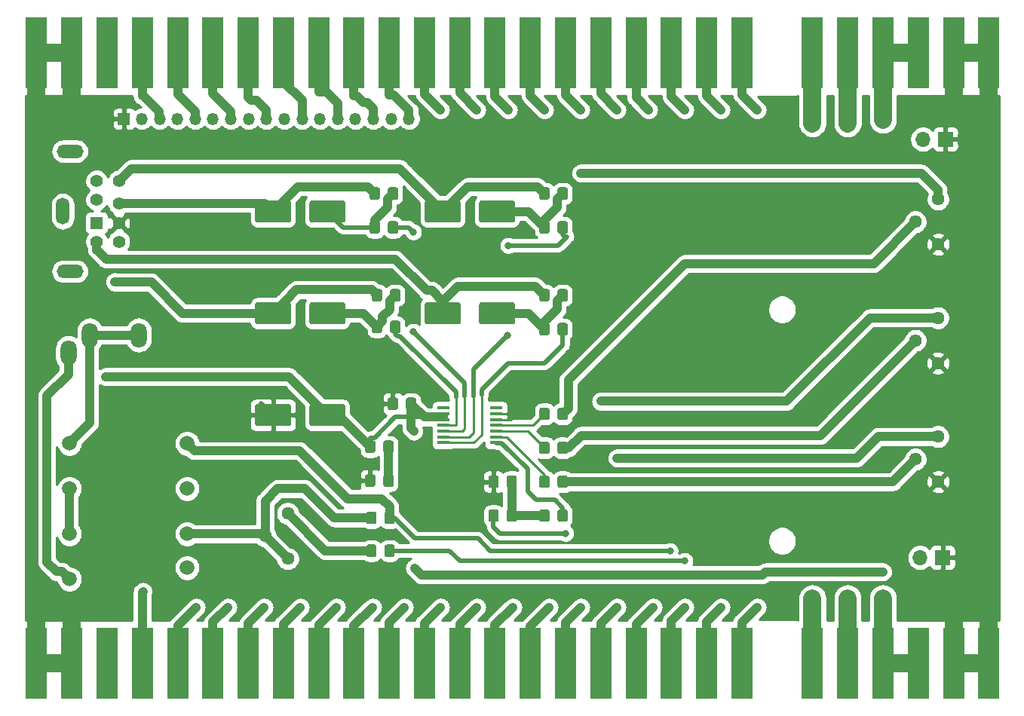
<source format=gbr>
G04 #@! TF.GenerationSoftware,KiCad,Pcbnew,(5.1.5)-3*
G04 #@! TF.CreationDate,2020-06-07T22:31:29+02:00*
G04 #@! TF.ProjectId,betsubetsu,62657473-7562-4657-9473-752e6b696361,rev?*
G04 #@! TF.SameCoordinates,Original*
G04 #@! TF.FileFunction,Copper,L1,Top*
G04 #@! TF.FilePolarity,Positive*
%FSLAX46Y46*%
G04 Gerber Fmt 4.6, Leading zero omitted, Abs format (unit mm)*
G04 Created by KiCad (PCBNEW (5.1.5)-3) date 2020-06-07 22:31:29*
%MOMM*%
%LPD*%
G04 APERTURE LIST*
%ADD10O,1.700000X1.700000*%
%ADD11R,1.700000X1.700000*%
%ADD12O,1.350000X1.350000*%
%ADD13R,1.350000X1.350000*%
%ADD14C,1.440000*%
%ADD15R,2.350000X8.000000*%
%ADD16O,1.500000X3.000000*%
%ADD17O,3.000000X1.500000*%
%ADD18C,1.408000*%
%ADD19R,1.408000X1.408000*%
%ADD20C,0.100000*%
%ADD21O,1.800000X2.800000*%
%ADD22C,1.665000*%
%ADD23R,1.450000X0.450000*%
%ADD24C,0.800000*%
%ADD25C,2.000000*%
%ADD26C,0.500000*%
%ADD27C,0.250000*%
%ADD28C,1.000000*%
%ADD29C,0.254000*%
G04 APERTURE END LIST*
D10*
X197815200Y-70866000D03*
D11*
X200355200Y-70866000D03*
D12*
X140102400Y-68580000D03*
X138102400Y-68580000D03*
X136102400Y-68580000D03*
X134102400Y-68580000D03*
X132102400Y-68580000D03*
X130102400Y-68580000D03*
X128102400Y-68580000D03*
X126102400Y-68580000D03*
X124102400Y-68580000D03*
X122102400Y-68580000D03*
X120102400Y-68580000D03*
X118102400Y-68580000D03*
X116102400Y-68580000D03*
X114102400Y-68580000D03*
X112102400Y-68580000D03*
X110102400Y-68580000D03*
D13*
X108102400Y-68580000D03*
D14*
X126492000Y-112903000D03*
X123952000Y-115443000D03*
X126492000Y-117983000D03*
D10*
X197485000Y-117856000D03*
D11*
X200025000Y-117856000D03*
D15*
X205209000Y-61164000D03*
X201249000Y-61164000D03*
X197289000Y-61164000D03*
X193329000Y-61164000D03*
X189369000Y-61164000D03*
X185409000Y-61164000D03*
X177489000Y-61164000D03*
X173529000Y-61164000D03*
X169569000Y-61164000D03*
X165609000Y-61164000D03*
X161649000Y-61164000D03*
X157689000Y-61164000D03*
X153729000Y-61164000D03*
X149769000Y-61164000D03*
X145809000Y-61164000D03*
X141849000Y-61164000D03*
X137889000Y-61164000D03*
X133929000Y-61164000D03*
X129969000Y-61164000D03*
X126009000Y-61164000D03*
X122049000Y-61164000D03*
X118089000Y-61164000D03*
X114129000Y-61164000D03*
X110169000Y-61164000D03*
X106209000Y-61164000D03*
X102249000Y-61164000D03*
X98289000Y-61164000D03*
X114129000Y-61164000D03*
X98289000Y-61164000D03*
X122049000Y-61164000D03*
X102249000Y-61164000D03*
X118089000Y-61164000D03*
X110169000Y-61164000D03*
X106209000Y-61164000D03*
X126009000Y-61164000D03*
X137889000Y-61164000D03*
X141849000Y-61164000D03*
X145809000Y-61164000D03*
X161649000Y-61164000D03*
X189369000Y-61164000D03*
X149769000Y-61164000D03*
X153729000Y-61164000D03*
X169569000Y-61164000D03*
X173529000Y-61164000D03*
X193329000Y-61164000D03*
X197289000Y-61164000D03*
X201249000Y-61164000D03*
X205209000Y-61164000D03*
X157689000Y-61164000D03*
X165609000Y-61164000D03*
X177489000Y-61164000D03*
X185409000Y-61164000D03*
X129969000Y-61164000D03*
X133929000Y-61164000D03*
D16*
X101229000Y-78964000D03*
D17*
X102029000Y-72214000D03*
X102029000Y-85714000D03*
D18*
X107529000Y-82364000D03*
X107529000Y-78064000D03*
X107529000Y-75564000D03*
X105029000Y-82364000D03*
X107529000Y-80264000D03*
X105029000Y-75564000D03*
X105029000Y-77664000D03*
D19*
X105029000Y-80264000D03*
D15*
X205209000Y-129744000D03*
X201249000Y-129744000D03*
X197289000Y-129744000D03*
X193329000Y-129744000D03*
X189369000Y-129744000D03*
X185409000Y-129744000D03*
X177489000Y-129744000D03*
X173529000Y-129744000D03*
X169569000Y-129744000D03*
X165609000Y-129744000D03*
X161649000Y-129744000D03*
X157689000Y-129744000D03*
X153729000Y-129744000D03*
X149769000Y-129744000D03*
X145809000Y-129744000D03*
X141849000Y-129744000D03*
X137889000Y-129744000D03*
X133929000Y-129744000D03*
X129969000Y-129744000D03*
X126009000Y-129744000D03*
X122049000Y-129744000D03*
X118089000Y-129744000D03*
X114129000Y-129744000D03*
X110169000Y-129744000D03*
X106209000Y-129744000D03*
X102249000Y-129744000D03*
X98289000Y-129744000D03*
X114129000Y-129744000D03*
X98289000Y-129744000D03*
X122049000Y-129744000D03*
X102249000Y-129744000D03*
X118089000Y-129744000D03*
X110169000Y-129744000D03*
X106209000Y-129744000D03*
X126009000Y-129744000D03*
X137889000Y-129744000D03*
X141849000Y-129744000D03*
X145809000Y-129744000D03*
X161649000Y-129744000D03*
X189369000Y-129744000D03*
X149769000Y-129744000D03*
X153729000Y-129744000D03*
X169569000Y-129744000D03*
X173529000Y-129744000D03*
X193329000Y-129744000D03*
X197289000Y-129744000D03*
X201249000Y-129744000D03*
X205209000Y-129744000D03*
X157689000Y-129744000D03*
X165609000Y-129744000D03*
X177489000Y-129744000D03*
X185409000Y-129744000D03*
X129969000Y-129744000D03*
X133929000Y-129744000D03*
G04 #@! TA.AperFunction,SMDPad,CuDef*
D20*
G36*
X140693505Y-99885204D02*
G01*
X140717773Y-99888804D01*
X140741572Y-99894765D01*
X140764671Y-99903030D01*
X140786850Y-99913520D01*
X140807893Y-99926132D01*
X140827599Y-99940747D01*
X140845777Y-99957223D01*
X140862253Y-99975401D01*
X140876868Y-99995107D01*
X140889480Y-100016150D01*
X140899970Y-100038329D01*
X140908235Y-100061428D01*
X140914196Y-100085227D01*
X140917796Y-100109495D01*
X140919000Y-100133999D01*
X140919000Y-101034001D01*
X140917796Y-101058505D01*
X140914196Y-101082773D01*
X140908235Y-101106572D01*
X140899970Y-101129671D01*
X140889480Y-101151850D01*
X140876868Y-101172893D01*
X140862253Y-101192599D01*
X140845777Y-101210777D01*
X140827599Y-101227253D01*
X140807893Y-101241868D01*
X140786850Y-101254480D01*
X140764671Y-101264970D01*
X140741572Y-101273235D01*
X140717773Y-101279196D01*
X140693505Y-101282796D01*
X140669001Y-101284000D01*
X140018999Y-101284000D01*
X139994495Y-101282796D01*
X139970227Y-101279196D01*
X139946428Y-101273235D01*
X139923329Y-101264970D01*
X139901150Y-101254480D01*
X139880107Y-101241868D01*
X139860401Y-101227253D01*
X139842223Y-101210777D01*
X139825747Y-101192599D01*
X139811132Y-101172893D01*
X139798520Y-101151850D01*
X139788030Y-101129671D01*
X139779765Y-101106572D01*
X139773804Y-101082773D01*
X139770204Y-101058505D01*
X139769000Y-101034001D01*
X139769000Y-100133999D01*
X139770204Y-100109495D01*
X139773804Y-100085227D01*
X139779765Y-100061428D01*
X139788030Y-100038329D01*
X139798520Y-100016150D01*
X139811132Y-99995107D01*
X139825747Y-99975401D01*
X139842223Y-99957223D01*
X139860401Y-99940747D01*
X139880107Y-99926132D01*
X139901150Y-99913520D01*
X139923329Y-99903030D01*
X139946428Y-99894765D01*
X139970227Y-99888804D01*
X139994495Y-99885204D01*
X140018999Y-99884000D01*
X140669001Y-99884000D01*
X140693505Y-99885204D01*
G37*
G04 #@! TD.AperFunction*
G04 #@! TA.AperFunction,SMDPad,CuDef*
G36*
X138643505Y-99885204D02*
G01*
X138667773Y-99888804D01*
X138691572Y-99894765D01*
X138714671Y-99903030D01*
X138736850Y-99913520D01*
X138757893Y-99926132D01*
X138777599Y-99940747D01*
X138795777Y-99957223D01*
X138812253Y-99975401D01*
X138826868Y-99995107D01*
X138839480Y-100016150D01*
X138849970Y-100038329D01*
X138858235Y-100061428D01*
X138864196Y-100085227D01*
X138867796Y-100109495D01*
X138869000Y-100133999D01*
X138869000Y-101034001D01*
X138867796Y-101058505D01*
X138864196Y-101082773D01*
X138858235Y-101106572D01*
X138849970Y-101129671D01*
X138839480Y-101151850D01*
X138826868Y-101172893D01*
X138812253Y-101192599D01*
X138795777Y-101210777D01*
X138777599Y-101227253D01*
X138757893Y-101241868D01*
X138736850Y-101254480D01*
X138714671Y-101264970D01*
X138691572Y-101273235D01*
X138667773Y-101279196D01*
X138643505Y-101282796D01*
X138619001Y-101284000D01*
X137968999Y-101284000D01*
X137944495Y-101282796D01*
X137920227Y-101279196D01*
X137896428Y-101273235D01*
X137873329Y-101264970D01*
X137851150Y-101254480D01*
X137830107Y-101241868D01*
X137810401Y-101227253D01*
X137792223Y-101210777D01*
X137775747Y-101192599D01*
X137761132Y-101172893D01*
X137748520Y-101151850D01*
X137738030Y-101129671D01*
X137729765Y-101106572D01*
X137723804Y-101082773D01*
X137720204Y-101058505D01*
X137719000Y-101034001D01*
X137719000Y-100133999D01*
X137720204Y-100109495D01*
X137723804Y-100085227D01*
X137729765Y-100061428D01*
X137738030Y-100038329D01*
X137748520Y-100016150D01*
X137761132Y-99995107D01*
X137775747Y-99975401D01*
X137792223Y-99957223D01*
X137810401Y-99940747D01*
X137830107Y-99926132D01*
X137851150Y-99913520D01*
X137873329Y-99903030D01*
X137896428Y-99894765D01*
X137920227Y-99888804D01*
X137944495Y-99885204D01*
X137968999Y-99884000D01*
X138619001Y-99884000D01*
X138643505Y-99885204D01*
G37*
G04 #@! TD.AperFunction*
G04 #@! TA.AperFunction,SMDPad,CuDef*
G36*
X155661505Y-112458204D02*
G01*
X155685773Y-112461804D01*
X155709572Y-112467765D01*
X155732671Y-112476030D01*
X155754850Y-112486520D01*
X155775893Y-112499132D01*
X155795599Y-112513747D01*
X155813777Y-112530223D01*
X155830253Y-112548401D01*
X155844868Y-112568107D01*
X155857480Y-112589150D01*
X155867970Y-112611329D01*
X155876235Y-112634428D01*
X155882196Y-112658227D01*
X155885796Y-112682495D01*
X155887000Y-112706999D01*
X155887000Y-113607001D01*
X155885796Y-113631505D01*
X155882196Y-113655773D01*
X155876235Y-113679572D01*
X155867970Y-113702671D01*
X155857480Y-113724850D01*
X155844868Y-113745893D01*
X155830253Y-113765599D01*
X155813777Y-113783777D01*
X155795599Y-113800253D01*
X155775893Y-113814868D01*
X155754850Y-113827480D01*
X155732671Y-113837970D01*
X155709572Y-113846235D01*
X155685773Y-113852196D01*
X155661505Y-113855796D01*
X155637001Y-113857000D01*
X154986999Y-113857000D01*
X154962495Y-113855796D01*
X154938227Y-113852196D01*
X154914428Y-113846235D01*
X154891329Y-113837970D01*
X154869150Y-113827480D01*
X154848107Y-113814868D01*
X154828401Y-113800253D01*
X154810223Y-113783777D01*
X154793747Y-113765599D01*
X154779132Y-113745893D01*
X154766520Y-113724850D01*
X154756030Y-113702671D01*
X154747765Y-113679572D01*
X154741804Y-113655773D01*
X154738204Y-113631505D01*
X154737000Y-113607001D01*
X154737000Y-112706999D01*
X154738204Y-112682495D01*
X154741804Y-112658227D01*
X154747765Y-112634428D01*
X154756030Y-112611329D01*
X154766520Y-112589150D01*
X154779132Y-112568107D01*
X154793747Y-112548401D01*
X154810223Y-112530223D01*
X154828401Y-112513747D01*
X154848107Y-112499132D01*
X154869150Y-112486520D01*
X154891329Y-112476030D01*
X154914428Y-112467765D01*
X154938227Y-112461804D01*
X154962495Y-112458204D01*
X154986999Y-112457000D01*
X155637001Y-112457000D01*
X155661505Y-112458204D01*
G37*
G04 #@! TD.AperFunction*
G04 #@! TA.AperFunction,SMDPad,CuDef*
G36*
X157711505Y-112458204D02*
G01*
X157735773Y-112461804D01*
X157759572Y-112467765D01*
X157782671Y-112476030D01*
X157804850Y-112486520D01*
X157825893Y-112499132D01*
X157845599Y-112513747D01*
X157863777Y-112530223D01*
X157880253Y-112548401D01*
X157894868Y-112568107D01*
X157907480Y-112589150D01*
X157917970Y-112611329D01*
X157926235Y-112634428D01*
X157932196Y-112658227D01*
X157935796Y-112682495D01*
X157937000Y-112706999D01*
X157937000Y-113607001D01*
X157935796Y-113631505D01*
X157932196Y-113655773D01*
X157926235Y-113679572D01*
X157917970Y-113702671D01*
X157907480Y-113724850D01*
X157894868Y-113745893D01*
X157880253Y-113765599D01*
X157863777Y-113783777D01*
X157845599Y-113800253D01*
X157825893Y-113814868D01*
X157804850Y-113827480D01*
X157782671Y-113837970D01*
X157759572Y-113846235D01*
X157735773Y-113852196D01*
X157711505Y-113855796D01*
X157687001Y-113857000D01*
X157036999Y-113857000D01*
X157012495Y-113855796D01*
X156988227Y-113852196D01*
X156964428Y-113846235D01*
X156941329Y-113837970D01*
X156919150Y-113827480D01*
X156898107Y-113814868D01*
X156878401Y-113800253D01*
X156860223Y-113783777D01*
X156843747Y-113765599D01*
X156829132Y-113745893D01*
X156816520Y-113724850D01*
X156806030Y-113702671D01*
X156797765Y-113679572D01*
X156791804Y-113655773D01*
X156788204Y-113631505D01*
X156787000Y-113607001D01*
X156787000Y-112706999D01*
X156788204Y-112682495D01*
X156791804Y-112658227D01*
X156797765Y-112634428D01*
X156806030Y-112611329D01*
X156816520Y-112589150D01*
X156829132Y-112568107D01*
X156843747Y-112548401D01*
X156860223Y-112530223D01*
X156878401Y-112513747D01*
X156898107Y-112499132D01*
X156919150Y-112486520D01*
X156941329Y-112476030D01*
X156964428Y-112467765D01*
X156988227Y-112461804D01*
X157012495Y-112458204D01*
X157036999Y-112457000D01*
X157687001Y-112457000D01*
X157711505Y-112458204D01*
G37*
G04 #@! TD.AperFunction*
G04 #@! TA.AperFunction,SMDPad,CuDef*
G36*
X157711505Y-108648204D02*
G01*
X157735773Y-108651804D01*
X157759572Y-108657765D01*
X157782671Y-108666030D01*
X157804850Y-108676520D01*
X157825893Y-108689132D01*
X157845599Y-108703747D01*
X157863777Y-108720223D01*
X157880253Y-108738401D01*
X157894868Y-108758107D01*
X157907480Y-108779150D01*
X157917970Y-108801329D01*
X157926235Y-108824428D01*
X157932196Y-108848227D01*
X157935796Y-108872495D01*
X157937000Y-108896999D01*
X157937000Y-109797001D01*
X157935796Y-109821505D01*
X157932196Y-109845773D01*
X157926235Y-109869572D01*
X157917970Y-109892671D01*
X157907480Y-109914850D01*
X157894868Y-109935893D01*
X157880253Y-109955599D01*
X157863777Y-109973777D01*
X157845599Y-109990253D01*
X157825893Y-110004868D01*
X157804850Y-110017480D01*
X157782671Y-110027970D01*
X157759572Y-110036235D01*
X157735773Y-110042196D01*
X157711505Y-110045796D01*
X157687001Y-110047000D01*
X157036999Y-110047000D01*
X157012495Y-110045796D01*
X156988227Y-110042196D01*
X156964428Y-110036235D01*
X156941329Y-110027970D01*
X156919150Y-110017480D01*
X156898107Y-110004868D01*
X156878401Y-109990253D01*
X156860223Y-109973777D01*
X156843747Y-109955599D01*
X156829132Y-109935893D01*
X156816520Y-109914850D01*
X156806030Y-109892671D01*
X156797765Y-109869572D01*
X156791804Y-109845773D01*
X156788204Y-109821505D01*
X156787000Y-109797001D01*
X156787000Y-108896999D01*
X156788204Y-108872495D01*
X156791804Y-108848227D01*
X156797765Y-108824428D01*
X156806030Y-108801329D01*
X156816520Y-108779150D01*
X156829132Y-108758107D01*
X156843747Y-108738401D01*
X156860223Y-108720223D01*
X156878401Y-108703747D01*
X156898107Y-108689132D01*
X156919150Y-108676520D01*
X156941329Y-108666030D01*
X156964428Y-108657765D01*
X156988227Y-108651804D01*
X157012495Y-108648204D01*
X157036999Y-108647000D01*
X157687001Y-108647000D01*
X157711505Y-108648204D01*
G37*
G04 #@! TD.AperFunction*
G04 #@! TA.AperFunction,SMDPad,CuDef*
G36*
X155661505Y-108648204D02*
G01*
X155685773Y-108651804D01*
X155709572Y-108657765D01*
X155732671Y-108666030D01*
X155754850Y-108676520D01*
X155775893Y-108689132D01*
X155795599Y-108703747D01*
X155813777Y-108720223D01*
X155830253Y-108738401D01*
X155844868Y-108758107D01*
X155857480Y-108779150D01*
X155867970Y-108801329D01*
X155876235Y-108824428D01*
X155882196Y-108848227D01*
X155885796Y-108872495D01*
X155887000Y-108896999D01*
X155887000Y-109797001D01*
X155885796Y-109821505D01*
X155882196Y-109845773D01*
X155876235Y-109869572D01*
X155867970Y-109892671D01*
X155857480Y-109914850D01*
X155844868Y-109935893D01*
X155830253Y-109955599D01*
X155813777Y-109973777D01*
X155795599Y-109990253D01*
X155775893Y-110004868D01*
X155754850Y-110017480D01*
X155732671Y-110027970D01*
X155709572Y-110036235D01*
X155685773Y-110042196D01*
X155661505Y-110045796D01*
X155637001Y-110047000D01*
X154986999Y-110047000D01*
X154962495Y-110045796D01*
X154938227Y-110042196D01*
X154914428Y-110036235D01*
X154891329Y-110027970D01*
X154869150Y-110017480D01*
X154848107Y-110004868D01*
X154828401Y-109990253D01*
X154810223Y-109973777D01*
X154793747Y-109955599D01*
X154779132Y-109935893D01*
X154766520Y-109914850D01*
X154756030Y-109892671D01*
X154747765Y-109869572D01*
X154741804Y-109845773D01*
X154738204Y-109821505D01*
X154737000Y-109797001D01*
X154737000Y-108896999D01*
X154738204Y-108872495D01*
X154741804Y-108848227D01*
X154747765Y-108824428D01*
X154756030Y-108801329D01*
X154766520Y-108779150D01*
X154779132Y-108758107D01*
X154793747Y-108738401D01*
X154810223Y-108720223D01*
X154828401Y-108703747D01*
X154848107Y-108689132D01*
X154869150Y-108676520D01*
X154891329Y-108666030D01*
X154914428Y-108657765D01*
X154938227Y-108651804D01*
X154962495Y-108648204D01*
X154986999Y-108647000D01*
X155637001Y-108647000D01*
X155661505Y-108648204D01*
G37*
G04 #@! TD.AperFunction*
G04 #@! TA.AperFunction,SMDPad,CuDef*
G36*
X157711505Y-104838204D02*
G01*
X157735773Y-104841804D01*
X157759572Y-104847765D01*
X157782671Y-104856030D01*
X157804850Y-104866520D01*
X157825893Y-104879132D01*
X157845599Y-104893747D01*
X157863777Y-104910223D01*
X157880253Y-104928401D01*
X157894868Y-104948107D01*
X157907480Y-104969150D01*
X157917970Y-104991329D01*
X157926235Y-105014428D01*
X157932196Y-105038227D01*
X157935796Y-105062495D01*
X157937000Y-105086999D01*
X157937000Y-105987001D01*
X157935796Y-106011505D01*
X157932196Y-106035773D01*
X157926235Y-106059572D01*
X157917970Y-106082671D01*
X157907480Y-106104850D01*
X157894868Y-106125893D01*
X157880253Y-106145599D01*
X157863777Y-106163777D01*
X157845599Y-106180253D01*
X157825893Y-106194868D01*
X157804850Y-106207480D01*
X157782671Y-106217970D01*
X157759572Y-106226235D01*
X157735773Y-106232196D01*
X157711505Y-106235796D01*
X157687001Y-106237000D01*
X157036999Y-106237000D01*
X157012495Y-106235796D01*
X156988227Y-106232196D01*
X156964428Y-106226235D01*
X156941329Y-106217970D01*
X156919150Y-106207480D01*
X156898107Y-106194868D01*
X156878401Y-106180253D01*
X156860223Y-106163777D01*
X156843747Y-106145599D01*
X156829132Y-106125893D01*
X156816520Y-106104850D01*
X156806030Y-106082671D01*
X156797765Y-106059572D01*
X156791804Y-106035773D01*
X156788204Y-106011505D01*
X156787000Y-105987001D01*
X156787000Y-105086999D01*
X156788204Y-105062495D01*
X156791804Y-105038227D01*
X156797765Y-105014428D01*
X156806030Y-104991329D01*
X156816520Y-104969150D01*
X156829132Y-104948107D01*
X156843747Y-104928401D01*
X156860223Y-104910223D01*
X156878401Y-104893747D01*
X156898107Y-104879132D01*
X156919150Y-104866520D01*
X156941329Y-104856030D01*
X156964428Y-104847765D01*
X156988227Y-104841804D01*
X157012495Y-104838204D01*
X157036999Y-104837000D01*
X157687001Y-104837000D01*
X157711505Y-104838204D01*
G37*
G04 #@! TD.AperFunction*
G04 #@! TA.AperFunction,SMDPad,CuDef*
G36*
X155661505Y-104838204D02*
G01*
X155685773Y-104841804D01*
X155709572Y-104847765D01*
X155732671Y-104856030D01*
X155754850Y-104866520D01*
X155775893Y-104879132D01*
X155795599Y-104893747D01*
X155813777Y-104910223D01*
X155830253Y-104928401D01*
X155844868Y-104948107D01*
X155857480Y-104969150D01*
X155867970Y-104991329D01*
X155876235Y-105014428D01*
X155882196Y-105038227D01*
X155885796Y-105062495D01*
X155887000Y-105086999D01*
X155887000Y-105987001D01*
X155885796Y-106011505D01*
X155882196Y-106035773D01*
X155876235Y-106059572D01*
X155867970Y-106082671D01*
X155857480Y-106104850D01*
X155844868Y-106125893D01*
X155830253Y-106145599D01*
X155813777Y-106163777D01*
X155795599Y-106180253D01*
X155775893Y-106194868D01*
X155754850Y-106207480D01*
X155732671Y-106217970D01*
X155709572Y-106226235D01*
X155685773Y-106232196D01*
X155661505Y-106235796D01*
X155637001Y-106237000D01*
X154986999Y-106237000D01*
X154962495Y-106235796D01*
X154938227Y-106232196D01*
X154914428Y-106226235D01*
X154891329Y-106217970D01*
X154869150Y-106207480D01*
X154848107Y-106194868D01*
X154828401Y-106180253D01*
X154810223Y-106163777D01*
X154793747Y-106145599D01*
X154779132Y-106125893D01*
X154766520Y-106104850D01*
X154756030Y-106082671D01*
X154747765Y-106059572D01*
X154741804Y-106035773D01*
X154738204Y-106011505D01*
X154737000Y-105987001D01*
X154737000Y-105086999D01*
X154738204Y-105062495D01*
X154741804Y-105038227D01*
X154747765Y-105014428D01*
X154756030Y-104991329D01*
X154766520Y-104969150D01*
X154779132Y-104948107D01*
X154793747Y-104928401D01*
X154810223Y-104910223D01*
X154828401Y-104893747D01*
X154848107Y-104879132D01*
X154869150Y-104866520D01*
X154891329Y-104856030D01*
X154914428Y-104847765D01*
X154938227Y-104841804D01*
X154962495Y-104838204D01*
X154986999Y-104837000D01*
X155637001Y-104837000D01*
X155661505Y-104838204D01*
G37*
G04 #@! TD.AperFunction*
G04 #@! TA.AperFunction,SMDPad,CuDef*
G36*
X157711505Y-101028204D02*
G01*
X157735773Y-101031804D01*
X157759572Y-101037765D01*
X157782671Y-101046030D01*
X157804850Y-101056520D01*
X157825893Y-101069132D01*
X157845599Y-101083747D01*
X157863777Y-101100223D01*
X157880253Y-101118401D01*
X157894868Y-101138107D01*
X157907480Y-101159150D01*
X157917970Y-101181329D01*
X157926235Y-101204428D01*
X157932196Y-101228227D01*
X157935796Y-101252495D01*
X157937000Y-101276999D01*
X157937000Y-102177001D01*
X157935796Y-102201505D01*
X157932196Y-102225773D01*
X157926235Y-102249572D01*
X157917970Y-102272671D01*
X157907480Y-102294850D01*
X157894868Y-102315893D01*
X157880253Y-102335599D01*
X157863777Y-102353777D01*
X157845599Y-102370253D01*
X157825893Y-102384868D01*
X157804850Y-102397480D01*
X157782671Y-102407970D01*
X157759572Y-102416235D01*
X157735773Y-102422196D01*
X157711505Y-102425796D01*
X157687001Y-102427000D01*
X157036999Y-102427000D01*
X157012495Y-102425796D01*
X156988227Y-102422196D01*
X156964428Y-102416235D01*
X156941329Y-102407970D01*
X156919150Y-102397480D01*
X156898107Y-102384868D01*
X156878401Y-102370253D01*
X156860223Y-102353777D01*
X156843747Y-102335599D01*
X156829132Y-102315893D01*
X156816520Y-102294850D01*
X156806030Y-102272671D01*
X156797765Y-102249572D01*
X156791804Y-102225773D01*
X156788204Y-102201505D01*
X156787000Y-102177001D01*
X156787000Y-101276999D01*
X156788204Y-101252495D01*
X156791804Y-101228227D01*
X156797765Y-101204428D01*
X156806030Y-101181329D01*
X156816520Y-101159150D01*
X156829132Y-101138107D01*
X156843747Y-101118401D01*
X156860223Y-101100223D01*
X156878401Y-101083747D01*
X156898107Y-101069132D01*
X156919150Y-101056520D01*
X156941329Y-101046030D01*
X156964428Y-101037765D01*
X156988227Y-101031804D01*
X157012495Y-101028204D01*
X157036999Y-101027000D01*
X157687001Y-101027000D01*
X157711505Y-101028204D01*
G37*
G04 #@! TD.AperFunction*
G04 #@! TA.AperFunction,SMDPad,CuDef*
G36*
X155661505Y-101028204D02*
G01*
X155685773Y-101031804D01*
X155709572Y-101037765D01*
X155732671Y-101046030D01*
X155754850Y-101056520D01*
X155775893Y-101069132D01*
X155795599Y-101083747D01*
X155813777Y-101100223D01*
X155830253Y-101118401D01*
X155844868Y-101138107D01*
X155857480Y-101159150D01*
X155867970Y-101181329D01*
X155876235Y-101204428D01*
X155882196Y-101228227D01*
X155885796Y-101252495D01*
X155887000Y-101276999D01*
X155887000Y-102177001D01*
X155885796Y-102201505D01*
X155882196Y-102225773D01*
X155876235Y-102249572D01*
X155867970Y-102272671D01*
X155857480Y-102294850D01*
X155844868Y-102315893D01*
X155830253Y-102335599D01*
X155813777Y-102353777D01*
X155795599Y-102370253D01*
X155775893Y-102384868D01*
X155754850Y-102397480D01*
X155732671Y-102407970D01*
X155709572Y-102416235D01*
X155685773Y-102422196D01*
X155661505Y-102425796D01*
X155637001Y-102427000D01*
X154986999Y-102427000D01*
X154962495Y-102425796D01*
X154938227Y-102422196D01*
X154914428Y-102416235D01*
X154891329Y-102407970D01*
X154869150Y-102397480D01*
X154848107Y-102384868D01*
X154828401Y-102370253D01*
X154810223Y-102353777D01*
X154793747Y-102335599D01*
X154779132Y-102315893D01*
X154766520Y-102294850D01*
X154756030Y-102272671D01*
X154747765Y-102249572D01*
X154741804Y-102225773D01*
X154738204Y-102201505D01*
X154737000Y-102177001D01*
X154737000Y-101276999D01*
X154738204Y-101252495D01*
X154741804Y-101228227D01*
X154747765Y-101204428D01*
X154756030Y-101181329D01*
X154766520Y-101159150D01*
X154779132Y-101138107D01*
X154793747Y-101118401D01*
X154810223Y-101100223D01*
X154828401Y-101083747D01*
X154848107Y-101069132D01*
X154869150Y-101056520D01*
X154891329Y-101046030D01*
X154914428Y-101037765D01*
X154938227Y-101031804D01*
X154962495Y-101028204D01*
X154986999Y-101027000D01*
X155637001Y-101027000D01*
X155661505Y-101028204D01*
G37*
G04 #@! TD.AperFunction*
G04 #@! TA.AperFunction,SMDPad,CuDef*
G36*
X157711505Y-87693204D02*
G01*
X157735773Y-87696804D01*
X157759572Y-87702765D01*
X157782671Y-87711030D01*
X157804850Y-87721520D01*
X157825893Y-87734132D01*
X157845599Y-87748747D01*
X157863777Y-87765223D01*
X157880253Y-87783401D01*
X157894868Y-87803107D01*
X157907480Y-87824150D01*
X157917970Y-87846329D01*
X157926235Y-87869428D01*
X157932196Y-87893227D01*
X157935796Y-87917495D01*
X157937000Y-87941999D01*
X157937000Y-88842001D01*
X157935796Y-88866505D01*
X157932196Y-88890773D01*
X157926235Y-88914572D01*
X157917970Y-88937671D01*
X157907480Y-88959850D01*
X157894868Y-88980893D01*
X157880253Y-89000599D01*
X157863777Y-89018777D01*
X157845599Y-89035253D01*
X157825893Y-89049868D01*
X157804850Y-89062480D01*
X157782671Y-89072970D01*
X157759572Y-89081235D01*
X157735773Y-89087196D01*
X157711505Y-89090796D01*
X157687001Y-89092000D01*
X157036999Y-89092000D01*
X157012495Y-89090796D01*
X156988227Y-89087196D01*
X156964428Y-89081235D01*
X156941329Y-89072970D01*
X156919150Y-89062480D01*
X156898107Y-89049868D01*
X156878401Y-89035253D01*
X156860223Y-89018777D01*
X156843747Y-89000599D01*
X156829132Y-88980893D01*
X156816520Y-88959850D01*
X156806030Y-88937671D01*
X156797765Y-88914572D01*
X156791804Y-88890773D01*
X156788204Y-88866505D01*
X156787000Y-88842001D01*
X156787000Y-87941999D01*
X156788204Y-87917495D01*
X156791804Y-87893227D01*
X156797765Y-87869428D01*
X156806030Y-87846329D01*
X156816520Y-87824150D01*
X156829132Y-87803107D01*
X156843747Y-87783401D01*
X156860223Y-87765223D01*
X156878401Y-87748747D01*
X156898107Y-87734132D01*
X156919150Y-87721520D01*
X156941329Y-87711030D01*
X156964428Y-87702765D01*
X156988227Y-87696804D01*
X157012495Y-87693204D01*
X157036999Y-87692000D01*
X157687001Y-87692000D01*
X157711505Y-87693204D01*
G37*
G04 #@! TD.AperFunction*
G04 #@! TA.AperFunction,SMDPad,CuDef*
G36*
X155661505Y-87693204D02*
G01*
X155685773Y-87696804D01*
X155709572Y-87702765D01*
X155732671Y-87711030D01*
X155754850Y-87721520D01*
X155775893Y-87734132D01*
X155795599Y-87748747D01*
X155813777Y-87765223D01*
X155830253Y-87783401D01*
X155844868Y-87803107D01*
X155857480Y-87824150D01*
X155867970Y-87846329D01*
X155876235Y-87869428D01*
X155882196Y-87893227D01*
X155885796Y-87917495D01*
X155887000Y-87941999D01*
X155887000Y-88842001D01*
X155885796Y-88866505D01*
X155882196Y-88890773D01*
X155876235Y-88914572D01*
X155867970Y-88937671D01*
X155857480Y-88959850D01*
X155844868Y-88980893D01*
X155830253Y-89000599D01*
X155813777Y-89018777D01*
X155795599Y-89035253D01*
X155775893Y-89049868D01*
X155754850Y-89062480D01*
X155732671Y-89072970D01*
X155709572Y-89081235D01*
X155685773Y-89087196D01*
X155661505Y-89090796D01*
X155637001Y-89092000D01*
X154986999Y-89092000D01*
X154962495Y-89090796D01*
X154938227Y-89087196D01*
X154914428Y-89081235D01*
X154891329Y-89072970D01*
X154869150Y-89062480D01*
X154848107Y-89049868D01*
X154828401Y-89035253D01*
X154810223Y-89018777D01*
X154793747Y-89000599D01*
X154779132Y-88980893D01*
X154766520Y-88959850D01*
X154756030Y-88937671D01*
X154747765Y-88914572D01*
X154741804Y-88890773D01*
X154738204Y-88866505D01*
X154737000Y-88842001D01*
X154737000Y-87941999D01*
X154738204Y-87917495D01*
X154741804Y-87893227D01*
X154747765Y-87869428D01*
X154756030Y-87846329D01*
X154766520Y-87824150D01*
X154779132Y-87803107D01*
X154793747Y-87783401D01*
X154810223Y-87765223D01*
X154828401Y-87748747D01*
X154848107Y-87734132D01*
X154869150Y-87721520D01*
X154891329Y-87711030D01*
X154914428Y-87702765D01*
X154938227Y-87696804D01*
X154962495Y-87693204D01*
X154986999Y-87692000D01*
X155637001Y-87692000D01*
X155661505Y-87693204D01*
G37*
G04 #@! TD.AperFunction*
G04 #@! TA.AperFunction,SMDPad,CuDef*
G36*
X157711505Y-76263204D02*
G01*
X157735773Y-76266804D01*
X157759572Y-76272765D01*
X157782671Y-76281030D01*
X157804850Y-76291520D01*
X157825893Y-76304132D01*
X157845599Y-76318747D01*
X157863777Y-76335223D01*
X157880253Y-76353401D01*
X157894868Y-76373107D01*
X157907480Y-76394150D01*
X157917970Y-76416329D01*
X157926235Y-76439428D01*
X157932196Y-76463227D01*
X157935796Y-76487495D01*
X157937000Y-76511999D01*
X157937000Y-77412001D01*
X157935796Y-77436505D01*
X157932196Y-77460773D01*
X157926235Y-77484572D01*
X157917970Y-77507671D01*
X157907480Y-77529850D01*
X157894868Y-77550893D01*
X157880253Y-77570599D01*
X157863777Y-77588777D01*
X157845599Y-77605253D01*
X157825893Y-77619868D01*
X157804850Y-77632480D01*
X157782671Y-77642970D01*
X157759572Y-77651235D01*
X157735773Y-77657196D01*
X157711505Y-77660796D01*
X157687001Y-77662000D01*
X157036999Y-77662000D01*
X157012495Y-77660796D01*
X156988227Y-77657196D01*
X156964428Y-77651235D01*
X156941329Y-77642970D01*
X156919150Y-77632480D01*
X156898107Y-77619868D01*
X156878401Y-77605253D01*
X156860223Y-77588777D01*
X156843747Y-77570599D01*
X156829132Y-77550893D01*
X156816520Y-77529850D01*
X156806030Y-77507671D01*
X156797765Y-77484572D01*
X156791804Y-77460773D01*
X156788204Y-77436505D01*
X156787000Y-77412001D01*
X156787000Y-76511999D01*
X156788204Y-76487495D01*
X156791804Y-76463227D01*
X156797765Y-76439428D01*
X156806030Y-76416329D01*
X156816520Y-76394150D01*
X156829132Y-76373107D01*
X156843747Y-76353401D01*
X156860223Y-76335223D01*
X156878401Y-76318747D01*
X156898107Y-76304132D01*
X156919150Y-76291520D01*
X156941329Y-76281030D01*
X156964428Y-76272765D01*
X156988227Y-76266804D01*
X157012495Y-76263204D01*
X157036999Y-76262000D01*
X157687001Y-76262000D01*
X157711505Y-76263204D01*
G37*
G04 #@! TD.AperFunction*
G04 #@! TA.AperFunction,SMDPad,CuDef*
G36*
X155661505Y-76263204D02*
G01*
X155685773Y-76266804D01*
X155709572Y-76272765D01*
X155732671Y-76281030D01*
X155754850Y-76291520D01*
X155775893Y-76304132D01*
X155795599Y-76318747D01*
X155813777Y-76335223D01*
X155830253Y-76353401D01*
X155844868Y-76373107D01*
X155857480Y-76394150D01*
X155867970Y-76416329D01*
X155876235Y-76439428D01*
X155882196Y-76463227D01*
X155885796Y-76487495D01*
X155887000Y-76511999D01*
X155887000Y-77412001D01*
X155885796Y-77436505D01*
X155882196Y-77460773D01*
X155876235Y-77484572D01*
X155867970Y-77507671D01*
X155857480Y-77529850D01*
X155844868Y-77550893D01*
X155830253Y-77570599D01*
X155813777Y-77588777D01*
X155795599Y-77605253D01*
X155775893Y-77619868D01*
X155754850Y-77632480D01*
X155732671Y-77642970D01*
X155709572Y-77651235D01*
X155685773Y-77657196D01*
X155661505Y-77660796D01*
X155637001Y-77662000D01*
X154986999Y-77662000D01*
X154962495Y-77660796D01*
X154938227Y-77657196D01*
X154914428Y-77651235D01*
X154891329Y-77642970D01*
X154869150Y-77632480D01*
X154848107Y-77619868D01*
X154828401Y-77605253D01*
X154810223Y-77588777D01*
X154793747Y-77570599D01*
X154779132Y-77550893D01*
X154766520Y-77529850D01*
X154756030Y-77507671D01*
X154747765Y-77484572D01*
X154741804Y-77460773D01*
X154738204Y-77436505D01*
X154737000Y-77412001D01*
X154737000Y-76511999D01*
X154738204Y-76487495D01*
X154741804Y-76463227D01*
X154747765Y-76439428D01*
X154756030Y-76416329D01*
X154766520Y-76394150D01*
X154779132Y-76373107D01*
X154793747Y-76353401D01*
X154810223Y-76335223D01*
X154828401Y-76318747D01*
X154848107Y-76304132D01*
X154869150Y-76291520D01*
X154891329Y-76281030D01*
X154914428Y-76272765D01*
X154938227Y-76266804D01*
X154962495Y-76263204D01*
X154986999Y-76262000D01*
X155637001Y-76262000D01*
X155661505Y-76263204D01*
G37*
G04 #@! TD.AperFunction*
G04 #@! TA.AperFunction,SMDPad,CuDef*
G36*
X138661505Y-76263204D02*
G01*
X138685773Y-76266804D01*
X138709572Y-76272765D01*
X138732671Y-76281030D01*
X138754850Y-76291520D01*
X138775893Y-76304132D01*
X138795599Y-76318747D01*
X138813777Y-76335223D01*
X138830253Y-76353401D01*
X138844868Y-76373107D01*
X138857480Y-76394150D01*
X138867970Y-76416329D01*
X138876235Y-76439428D01*
X138882196Y-76463227D01*
X138885796Y-76487495D01*
X138887000Y-76511999D01*
X138887000Y-77412001D01*
X138885796Y-77436505D01*
X138882196Y-77460773D01*
X138876235Y-77484572D01*
X138867970Y-77507671D01*
X138857480Y-77529850D01*
X138844868Y-77550893D01*
X138830253Y-77570599D01*
X138813777Y-77588777D01*
X138795599Y-77605253D01*
X138775893Y-77619868D01*
X138754850Y-77632480D01*
X138732671Y-77642970D01*
X138709572Y-77651235D01*
X138685773Y-77657196D01*
X138661505Y-77660796D01*
X138637001Y-77662000D01*
X137986999Y-77662000D01*
X137962495Y-77660796D01*
X137938227Y-77657196D01*
X137914428Y-77651235D01*
X137891329Y-77642970D01*
X137869150Y-77632480D01*
X137848107Y-77619868D01*
X137828401Y-77605253D01*
X137810223Y-77588777D01*
X137793747Y-77570599D01*
X137779132Y-77550893D01*
X137766520Y-77529850D01*
X137756030Y-77507671D01*
X137747765Y-77484572D01*
X137741804Y-77460773D01*
X137738204Y-77436505D01*
X137737000Y-77412001D01*
X137737000Y-76511999D01*
X137738204Y-76487495D01*
X137741804Y-76463227D01*
X137747765Y-76439428D01*
X137756030Y-76416329D01*
X137766520Y-76394150D01*
X137779132Y-76373107D01*
X137793747Y-76353401D01*
X137810223Y-76335223D01*
X137828401Y-76318747D01*
X137848107Y-76304132D01*
X137869150Y-76291520D01*
X137891329Y-76281030D01*
X137914428Y-76272765D01*
X137938227Y-76266804D01*
X137962495Y-76263204D01*
X137986999Y-76262000D01*
X138637001Y-76262000D01*
X138661505Y-76263204D01*
G37*
G04 #@! TD.AperFunction*
G04 #@! TA.AperFunction,SMDPad,CuDef*
G36*
X136611505Y-76263204D02*
G01*
X136635773Y-76266804D01*
X136659572Y-76272765D01*
X136682671Y-76281030D01*
X136704850Y-76291520D01*
X136725893Y-76304132D01*
X136745599Y-76318747D01*
X136763777Y-76335223D01*
X136780253Y-76353401D01*
X136794868Y-76373107D01*
X136807480Y-76394150D01*
X136817970Y-76416329D01*
X136826235Y-76439428D01*
X136832196Y-76463227D01*
X136835796Y-76487495D01*
X136837000Y-76511999D01*
X136837000Y-77412001D01*
X136835796Y-77436505D01*
X136832196Y-77460773D01*
X136826235Y-77484572D01*
X136817970Y-77507671D01*
X136807480Y-77529850D01*
X136794868Y-77550893D01*
X136780253Y-77570599D01*
X136763777Y-77588777D01*
X136745599Y-77605253D01*
X136725893Y-77619868D01*
X136704850Y-77632480D01*
X136682671Y-77642970D01*
X136659572Y-77651235D01*
X136635773Y-77657196D01*
X136611505Y-77660796D01*
X136587001Y-77662000D01*
X135936999Y-77662000D01*
X135912495Y-77660796D01*
X135888227Y-77657196D01*
X135864428Y-77651235D01*
X135841329Y-77642970D01*
X135819150Y-77632480D01*
X135798107Y-77619868D01*
X135778401Y-77605253D01*
X135760223Y-77588777D01*
X135743747Y-77570599D01*
X135729132Y-77550893D01*
X135716520Y-77529850D01*
X135706030Y-77507671D01*
X135697765Y-77484572D01*
X135691804Y-77460773D01*
X135688204Y-77436505D01*
X135687000Y-77412001D01*
X135687000Y-76511999D01*
X135688204Y-76487495D01*
X135691804Y-76463227D01*
X135697765Y-76439428D01*
X135706030Y-76416329D01*
X135716520Y-76394150D01*
X135729132Y-76373107D01*
X135743747Y-76353401D01*
X135760223Y-76335223D01*
X135778401Y-76318747D01*
X135798107Y-76304132D01*
X135819150Y-76291520D01*
X135841329Y-76281030D01*
X135864428Y-76272765D01*
X135888227Y-76266804D01*
X135912495Y-76263204D01*
X135936999Y-76262000D01*
X136587001Y-76262000D01*
X136611505Y-76263204D01*
G37*
G04 #@! TD.AperFunction*
G04 #@! TA.AperFunction,SMDPad,CuDef*
G36*
X138915505Y-87693204D02*
G01*
X138939773Y-87696804D01*
X138963572Y-87702765D01*
X138986671Y-87711030D01*
X139008850Y-87721520D01*
X139029893Y-87734132D01*
X139049599Y-87748747D01*
X139067777Y-87765223D01*
X139084253Y-87783401D01*
X139098868Y-87803107D01*
X139111480Y-87824150D01*
X139121970Y-87846329D01*
X139130235Y-87869428D01*
X139136196Y-87893227D01*
X139139796Y-87917495D01*
X139141000Y-87941999D01*
X139141000Y-88842001D01*
X139139796Y-88866505D01*
X139136196Y-88890773D01*
X139130235Y-88914572D01*
X139121970Y-88937671D01*
X139111480Y-88959850D01*
X139098868Y-88980893D01*
X139084253Y-89000599D01*
X139067777Y-89018777D01*
X139049599Y-89035253D01*
X139029893Y-89049868D01*
X139008850Y-89062480D01*
X138986671Y-89072970D01*
X138963572Y-89081235D01*
X138939773Y-89087196D01*
X138915505Y-89090796D01*
X138891001Y-89092000D01*
X138240999Y-89092000D01*
X138216495Y-89090796D01*
X138192227Y-89087196D01*
X138168428Y-89081235D01*
X138145329Y-89072970D01*
X138123150Y-89062480D01*
X138102107Y-89049868D01*
X138082401Y-89035253D01*
X138064223Y-89018777D01*
X138047747Y-89000599D01*
X138033132Y-88980893D01*
X138020520Y-88959850D01*
X138010030Y-88937671D01*
X138001765Y-88914572D01*
X137995804Y-88890773D01*
X137992204Y-88866505D01*
X137991000Y-88842001D01*
X137991000Y-87941999D01*
X137992204Y-87917495D01*
X137995804Y-87893227D01*
X138001765Y-87869428D01*
X138010030Y-87846329D01*
X138020520Y-87824150D01*
X138033132Y-87803107D01*
X138047747Y-87783401D01*
X138064223Y-87765223D01*
X138082401Y-87748747D01*
X138102107Y-87734132D01*
X138123150Y-87721520D01*
X138145329Y-87711030D01*
X138168428Y-87702765D01*
X138192227Y-87696804D01*
X138216495Y-87693204D01*
X138240999Y-87692000D01*
X138891001Y-87692000D01*
X138915505Y-87693204D01*
G37*
G04 #@! TD.AperFunction*
G04 #@! TA.AperFunction,SMDPad,CuDef*
G36*
X136865505Y-87693204D02*
G01*
X136889773Y-87696804D01*
X136913572Y-87702765D01*
X136936671Y-87711030D01*
X136958850Y-87721520D01*
X136979893Y-87734132D01*
X136999599Y-87748747D01*
X137017777Y-87765223D01*
X137034253Y-87783401D01*
X137048868Y-87803107D01*
X137061480Y-87824150D01*
X137071970Y-87846329D01*
X137080235Y-87869428D01*
X137086196Y-87893227D01*
X137089796Y-87917495D01*
X137091000Y-87941999D01*
X137091000Y-88842001D01*
X137089796Y-88866505D01*
X137086196Y-88890773D01*
X137080235Y-88914572D01*
X137071970Y-88937671D01*
X137061480Y-88959850D01*
X137048868Y-88980893D01*
X137034253Y-89000599D01*
X137017777Y-89018777D01*
X136999599Y-89035253D01*
X136979893Y-89049868D01*
X136958850Y-89062480D01*
X136936671Y-89072970D01*
X136913572Y-89081235D01*
X136889773Y-89087196D01*
X136865505Y-89090796D01*
X136841001Y-89092000D01*
X136190999Y-89092000D01*
X136166495Y-89090796D01*
X136142227Y-89087196D01*
X136118428Y-89081235D01*
X136095329Y-89072970D01*
X136073150Y-89062480D01*
X136052107Y-89049868D01*
X136032401Y-89035253D01*
X136014223Y-89018777D01*
X135997747Y-89000599D01*
X135983132Y-88980893D01*
X135970520Y-88959850D01*
X135960030Y-88937671D01*
X135951765Y-88914572D01*
X135945804Y-88890773D01*
X135942204Y-88866505D01*
X135941000Y-88842001D01*
X135941000Y-87941999D01*
X135942204Y-87917495D01*
X135945804Y-87893227D01*
X135951765Y-87869428D01*
X135960030Y-87846329D01*
X135970520Y-87824150D01*
X135983132Y-87803107D01*
X135997747Y-87783401D01*
X136014223Y-87765223D01*
X136032401Y-87748747D01*
X136052107Y-87734132D01*
X136073150Y-87721520D01*
X136095329Y-87711030D01*
X136118428Y-87702765D01*
X136142227Y-87696804D01*
X136166495Y-87693204D01*
X136190999Y-87692000D01*
X136841001Y-87692000D01*
X136865505Y-87693204D01*
G37*
G04 #@! TD.AperFunction*
G04 #@! TA.AperFunction,SMDPad,CuDef*
G36*
X138153505Y-108521204D02*
G01*
X138177773Y-108524804D01*
X138201572Y-108530765D01*
X138224671Y-108539030D01*
X138246850Y-108549520D01*
X138267893Y-108562132D01*
X138287599Y-108576747D01*
X138305777Y-108593223D01*
X138322253Y-108611401D01*
X138336868Y-108631107D01*
X138349480Y-108652150D01*
X138359970Y-108674329D01*
X138368235Y-108697428D01*
X138374196Y-108721227D01*
X138377796Y-108745495D01*
X138379000Y-108769999D01*
X138379000Y-109670001D01*
X138377796Y-109694505D01*
X138374196Y-109718773D01*
X138368235Y-109742572D01*
X138359970Y-109765671D01*
X138349480Y-109787850D01*
X138336868Y-109808893D01*
X138322253Y-109828599D01*
X138305777Y-109846777D01*
X138287599Y-109863253D01*
X138267893Y-109877868D01*
X138246850Y-109890480D01*
X138224671Y-109900970D01*
X138201572Y-109909235D01*
X138177773Y-109915196D01*
X138153505Y-109918796D01*
X138129001Y-109920000D01*
X137478999Y-109920000D01*
X137454495Y-109918796D01*
X137430227Y-109915196D01*
X137406428Y-109909235D01*
X137383329Y-109900970D01*
X137361150Y-109890480D01*
X137340107Y-109877868D01*
X137320401Y-109863253D01*
X137302223Y-109846777D01*
X137285747Y-109828599D01*
X137271132Y-109808893D01*
X137258520Y-109787850D01*
X137248030Y-109765671D01*
X137239765Y-109742572D01*
X137233804Y-109718773D01*
X137230204Y-109694505D01*
X137229000Y-109670001D01*
X137229000Y-108769999D01*
X137230204Y-108745495D01*
X137233804Y-108721227D01*
X137239765Y-108697428D01*
X137248030Y-108674329D01*
X137258520Y-108652150D01*
X137271132Y-108631107D01*
X137285747Y-108611401D01*
X137302223Y-108593223D01*
X137320401Y-108576747D01*
X137340107Y-108562132D01*
X137361150Y-108549520D01*
X137383329Y-108539030D01*
X137406428Y-108530765D01*
X137430227Y-108524804D01*
X137454495Y-108521204D01*
X137478999Y-108520000D01*
X138129001Y-108520000D01*
X138153505Y-108521204D01*
G37*
G04 #@! TD.AperFunction*
G04 #@! TA.AperFunction,SMDPad,CuDef*
G36*
X136103505Y-108521204D02*
G01*
X136127773Y-108524804D01*
X136151572Y-108530765D01*
X136174671Y-108539030D01*
X136196850Y-108549520D01*
X136217893Y-108562132D01*
X136237599Y-108576747D01*
X136255777Y-108593223D01*
X136272253Y-108611401D01*
X136286868Y-108631107D01*
X136299480Y-108652150D01*
X136309970Y-108674329D01*
X136318235Y-108697428D01*
X136324196Y-108721227D01*
X136327796Y-108745495D01*
X136329000Y-108769999D01*
X136329000Y-109670001D01*
X136327796Y-109694505D01*
X136324196Y-109718773D01*
X136318235Y-109742572D01*
X136309970Y-109765671D01*
X136299480Y-109787850D01*
X136286868Y-109808893D01*
X136272253Y-109828599D01*
X136255777Y-109846777D01*
X136237599Y-109863253D01*
X136217893Y-109877868D01*
X136196850Y-109890480D01*
X136174671Y-109900970D01*
X136151572Y-109909235D01*
X136127773Y-109915196D01*
X136103505Y-109918796D01*
X136079001Y-109920000D01*
X135428999Y-109920000D01*
X135404495Y-109918796D01*
X135380227Y-109915196D01*
X135356428Y-109909235D01*
X135333329Y-109900970D01*
X135311150Y-109890480D01*
X135290107Y-109877868D01*
X135270401Y-109863253D01*
X135252223Y-109846777D01*
X135235747Y-109828599D01*
X135221132Y-109808893D01*
X135208520Y-109787850D01*
X135198030Y-109765671D01*
X135189765Y-109742572D01*
X135183804Y-109718773D01*
X135180204Y-109694505D01*
X135179000Y-109670001D01*
X135179000Y-108769999D01*
X135180204Y-108745495D01*
X135183804Y-108721227D01*
X135189765Y-108697428D01*
X135198030Y-108674329D01*
X135208520Y-108652150D01*
X135221132Y-108631107D01*
X135235747Y-108611401D01*
X135252223Y-108593223D01*
X135270401Y-108576747D01*
X135290107Y-108562132D01*
X135311150Y-108549520D01*
X135333329Y-108539030D01*
X135356428Y-108530765D01*
X135380227Y-108524804D01*
X135404495Y-108521204D01*
X135428999Y-108520000D01*
X136079001Y-108520000D01*
X136103505Y-108521204D01*
G37*
G04 #@! TD.AperFunction*
D21*
X109754000Y-92869000D03*
X104254000Y-92869000D03*
X101854000Y-94869000D03*
G04 #@! TA.AperFunction,SMDPad,CuDef*
D20*
G36*
X149946505Y-112458204D02*
G01*
X149970773Y-112461804D01*
X149994572Y-112467765D01*
X150017671Y-112476030D01*
X150039850Y-112486520D01*
X150060893Y-112499132D01*
X150080599Y-112513747D01*
X150098777Y-112530223D01*
X150115253Y-112548401D01*
X150129868Y-112568107D01*
X150142480Y-112589150D01*
X150152970Y-112611329D01*
X150161235Y-112634428D01*
X150167196Y-112658227D01*
X150170796Y-112682495D01*
X150172000Y-112706999D01*
X150172000Y-113607001D01*
X150170796Y-113631505D01*
X150167196Y-113655773D01*
X150161235Y-113679572D01*
X150152970Y-113702671D01*
X150142480Y-113724850D01*
X150129868Y-113745893D01*
X150115253Y-113765599D01*
X150098777Y-113783777D01*
X150080599Y-113800253D01*
X150060893Y-113814868D01*
X150039850Y-113827480D01*
X150017671Y-113837970D01*
X149994572Y-113846235D01*
X149970773Y-113852196D01*
X149946505Y-113855796D01*
X149922001Y-113857000D01*
X149271999Y-113857000D01*
X149247495Y-113855796D01*
X149223227Y-113852196D01*
X149199428Y-113846235D01*
X149176329Y-113837970D01*
X149154150Y-113827480D01*
X149133107Y-113814868D01*
X149113401Y-113800253D01*
X149095223Y-113783777D01*
X149078747Y-113765599D01*
X149064132Y-113745893D01*
X149051520Y-113724850D01*
X149041030Y-113702671D01*
X149032765Y-113679572D01*
X149026804Y-113655773D01*
X149023204Y-113631505D01*
X149022000Y-113607001D01*
X149022000Y-112706999D01*
X149023204Y-112682495D01*
X149026804Y-112658227D01*
X149032765Y-112634428D01*
X149041030Y-112611329D01*
X149051520Y-112589150D01*
X149064132Y-112568107D01*
X149078747Y-112548401D01*
X149095223Y-112530223D01*
X149113401Y-112513747D01*
X149133107Y-112499132D01*
X149154150Y-112486520D01*
X149176329Y-112476030D01*
X149199428Y-112467765D01*
X149223227Y-112461804D01*
X149247495Y-112458204D01*
X149271999Y-112457000D01*
X149922001Y-112457000D01*
X149946505Y-112458204D01*
G37*
G04 #@! TD.AperFunction*
G04 #@! TA.AperFunction,SMDPad,CuDef*
G36*
X151996505Y-112458204D02*
G01*
X152020773Y-112461804D01*
X152044572Y-112467765D01*
X152067671Y-112476030D01*
X152089850Y-112486520D01*
X152110893Y-112499132D01*
X152130599Y-112513747D01*
X152148777Y-112530223D01*
X152165253Y-112548401D01*
X152179868Y-112568107D01*
X152192480Y-112589150D01*
X152202970Y-112611329D01*
X152211235Y-112634428D01*
X152217196Y-112658227D01*
X152220796Y-112682495D01*
X152222000Y-112706999D01*
X152222000Y-113607001D01*
X152220796Y-113631505D01*
X152217196Y-113655773D01*
X152211235Y-113679572D01*
X152202970Y-113702671D01*
X152192480Y-113724850D01*
X152179868Y-113745893D01*
X152165253Y-113765599D01*
X152148777Y-113783777D01*
X152130599Y-113800253D01*
X152110893Y-113814868D01*
X152089850Y-113827480D01*
X152067671Y-113837970D01*
X152044572Y-113846235D01*
X152020773Y-113852196D01*
X151996505Y-113855796D01*
X151972001Y-113857000D01*
X151321999Y-113857000D01*
X151297495Y-113855796D01*
X151273227Y-113852196D01*
X151249428Y-113846235D01*
X151226329Y-113837970D01*
X151204150Y-113827480D01*
X151183107Y-113814868D01*
X151163401Y-113800253D01*
X151145223Y-113783777D01*
X151128747Y-113765599D01*
X151114132Y-113745893D01*
X151101520Y-113724850D01*
X151091030Y-113702671D01*
X151082765Y-113679572D01*
X151076804Y-113655773D01*
X151073204Y-113631505D01*
X151072000Y-113607001D01*
X151072000Y-112706999D01*
X151073204Y-112682495D01*
X151076804Y-112658227D01*
X151082765Y-112634428D01*
X151091030Y-112611329D01*
X151101520Y-112589150D01*
X151114132Y-112568107D01*
X151128747Y-112548401D01*
X151145223Y-112530223D01*
X151163401Y-112513747D01*
X151183107Y-112499132D01*
X151204150Y-112486520D01*
X151226329Y-112476030D01*
X151249428Y-112467765D01*
X151273227Y-112461804D01*
X151297495Y-112458204D01*
X151321999Y-112457000D01*
X151972001Y-112457000D01*
X151996505Y-112458204D01*
G37*
G04 #@! TD.AperFunction*
G04 #@! TA.AperFunction,SMDPad,CuDef*
G36*
X151996505Y-108648204D02*
G01*
X152020773Y-108651804D01*
X152044572Y-108657765D01*
X152067671Y-108666030D01*
X152089850Y-108676520D01*
X152110893Y-108689132D01*
X152130599Y-108703747D01*
X152148777Y-108720223D01*
X152165253Y-108738401D01*
X152179868Y-108758107D01*
X152192480Y-108779150D01*
X152202970Y-108801329D01*
X152211235Y-108824428D01*
X152217196Y-108848227D01*
X152220796Y-108872495D01*
X152222000Y-108896999D01*
X152222000Y-109797001D01*
X152220796Y-109821505D01*
X152217196Y-109845773D01*
X152211235Y-109869572D01*
X152202970Y-109892671D01*
X152192480Y-109914850D01*
X152179868Y-109935893D01*
X152165253Y-109955599D01*
X152148777Y-109973777D01*
X152130599Y-109990253D01*
X152110893Y-110004868D01*
X152089850Y-110017480D01*
X152067671Y-110027970D01*
X152044572Y-110036235D01*
X152020773Y-110042196D01*
X151996505Y-110045796D01*
X151972001Y-110047000D01*
X151321999Y-110047000D01*
X151297495Y-110045796D01*
X151273227Y-110042196D01*
X151249428Y-110036235D01*
X151226329Y-110027970D01*
X151204150Y-110017480D01*
X151183107Y-110004868D01*
X151163401Y-109990253D01*
X151145223Y-109973777D01*
X151128747Y-109955599D01*
X151114132Y-109935893D01*
X151101520Y-109914850D01*
X151091030Y-109892671D01*
X151082765Y-109869572D01*
X151076804Y-109845773D01*
X151073204Y-109821505D01*
X151072000Y-109797001D01*
X151072000Y-108896999D01*
X151073204Y-108872495D01*
X151076804Y-108848227D01*
X151082765Y-108824428D01*
X151091030Y-108801329D01*
X151101520Y-108779150D01*
X151114132Y-108758107D01*
X151128747Y-108738401D01*
X151145223Y-108720223D01*
X151163401Y-108703747D01*
X151183107Y-108689132D01*
X151204150Y-108676520D01*
X151226329Y-108666030D01*
X151249428Y-108657765D01*
X151273227Y-108651804D01*
X151297495Y-108648204D01*
X151321999Y-108647000D01*
X151972001Y-108647000D01*
X151996505Y-108648204D01*
G37*
G04 #@! TD.AperFunction*
G04 #@! TA.AperFunction,SMDPad,CuDef*
G36*
X149946505Y-108648204D02*
G01*
X149970773Y-108651804D01*
X149994572Y-108657765D01*
X150017671Y-108666030D01*
X150039850Y-108676520D01*
X150060893Y-108689132D01*
X150080599Y-108703747D01*
X150098777Y-108720223D01*
X150115253Y-108738401D01*
X150129868Y-108758107D01*
X150142480Y-108779150D01*
X150152970Y-108801329D01*
X150161235Y-108824428D01*
X150167196Y-108848227D01*
X150170796Y-108872495D01*
X150172000Y-108896999D01*
X150172000Y-109797001D01*
X150170796Y-109821505D01*
X150167196Y-109845773D01*
X150161235Y-109869572D01*
X150152970Y-109892671D01*
X150142480Y-109914850D01*
X150129868Y-109935893D01*
X150115253Y-109955599D01*
X150098777Y-109973777D01*
X150080599Y-109990253D01*
X150060893Y-110004868D01*
X150039850Y-110017480D01*
X150017671Y-110027970D01*
X149994572Y-110036235D01*
X149970773Y-110042196D01*
X149946505Y-110045796D01*
X149922001Y-110047000D01*
X149271999Y-110047000D01*
X149247495Y-110045796D01*
X149223227Y-110042196D01*
X149199428Y-110036235D01*
X149176329Y-110027970D01*
X149154150Y-110017480D01*
X149133107Y-110004868D01*
X149113401Y-109990253D01*
X149095223Y-109973777D01*
X149078747Y-109955599D01*
X149064132Y-109935893D01*
X149051520Y-109914850D01*
X149041030Y-109892671D01*
X149032765Y-109869572D01*
X149026804Y-109845773D01*
X149023204Y-109821505D01*
X149022000Y-109797001D01*
X149022000Y-108896999D01*
X149023204Y-108872495D01*
X149026804Y-108848227D01*
X149032765Y-108824428D01*
X149041030Y-108801329D01*
X149051520Y-108779150D01*
X149064132Y-108758107D01*
X149078747Y-108738401D01*
X149095223Y-108720223D01*
X149113401Y-108703747D01*
X149133107Y-108689132D01*
X149154150Y-108676520D01*
X149176329Y-108666030D01*
X149199428Y-108657765D01*
X149223227Y-108651804D01*
X149247495Y-108648204D01*
X149271999Y-108647000D01*
X149922001Y-108647000D01*
X149946505Y-108648204D01*
G37*
G04 #@! TD.AperFunction*
G04 #@! TA.AperFunction,SMDPad,CuDef*
G36*
X136103505Y-104711204D02*
G01*
X136127773Y-104714804D01*
X136151572Y-104720765D01*
X136174671Y-104729030D01*
X136196850Y-104739520D01*
X136217893Y-104752132D01*
X136237599Y-104766747D01*
X136255777Y-104783223D01*
X136272253Y-104801401D01*
X136286868Y-104821107D01*
X136299480Y-104842150D01*
X136309970Y-104864329D01*
X136318235Y-104887428D01*
X136324196Y-104911227D01*
X136327796Y-104935495D01*
X136329000Y-104959999D01*
X136329000Y-105860001D01*
X136327796Y-105884505D01*
X136324196Y-105908773D01*
X136318235Y-105932572D01*
X136309970Y-105955671D01*
X136299480Y-105977850D01*
X136286868Y-105998893D01*
X136272253Y-106018599D01*
X136255777Y-106036777D01*
X136237599Y-106053253D01*
X136217893Y-106067868D01*
X136196850Y-106080480D01*
X136174671Y-106090970D01*
X136151572Y-106099235D01*
X136127773Y-106105196D01*
X136103505Y-106108796D01*
X136079001Y-106110000D01*
X135428999Y-106110000D01*
X135404495Y-106108796D01*
X135380227Y-106105196D01*
X135356428Y-106099235D01*
X135333329Y-106090970D01*
X135311150Y-106080480D01*
X135290107Y-106067868D01*
X135270401Y-106053253D01*
X135252223Y-106036777D01*
X135235747Y-106018599D01*
X135221132Y-105998893D01*
X135208520Y-105977850D01*
X135198030Y-105955671D01*
X135189765Y-105932572D01*
X135183804Y-105908773D01*
X135180204Y-105884505D01*
X135179000Y-105860001D01*
X135179000Y-104959999D01*
X135180204Y-104935495D01*
X135183804Y-104911227D01*
X135189765Y-104887428D01*
X135198030Y-104864329D01*
X135208520Y-104842150D01*
X135221132Y-104821107D01*
X135235747Y-104801401D01*
X135252223Y-104783223D01*
X135270401Y-104766747D01*
X135290107Y-104752132D01*
X135311150Y-104739520D01*
X135333329Y-104729030D01*
X135356428Y-104720765D01*
X135380227Y-104714804D01*
X135404495Y-104711204D01*
X135428999Y-104710000D01*
X136079001Y-104710000D01*
X136103505Y-104711204D01*
G37*
G04 #@! TD.AperFunction*
G04 #@! TA.AperFunction,SMDPad,CuDef*
G36*
X138153505Y-104711204D02*
G01*
X138177773Y-104714804D01*
X138201572Y-104720765D01*
X138224671Y-104729030D01*
X138246850Y-104739520D01*
X138267893Y-104752132D01*
X138287599Y-104766747D01*
X138305777Y-104783223D01*
X138322253Y-104801401D01*
X138336868Y-104821107D01*
X138349480Y-104842150D01*
X138359970Y-104864329D01*
X138368235Y-104887428D01*
X138374196Y-104911227D01*
X138377796Y-104935495D01*
X138379000Y-104959999D01*
X138379000Y-105860001D01*
X138377796Y-105884505D01*
X138374196Y-105908773D01*
X138368235Y-105932572D01*
X138359970Y-105955671D01*
X138349480Y-105977850D01*
X138336868Y-105998893D01*
X138322253Y-106018599D01*
X138305777Y-106036777D01*
X138287599Y-106053253D01*
X138267893Y-106067868D01*
X138246850Y-106080480D01*
X138224671Y-106090970D01*
X138201572Y-106099235D01*
X138177773Y-106105196D01*
X138153505Y-106108796D01*
X138129001Y-106110000D01*
X137478999Y-106110000D01*
X137454495Y-106108796D01*
X137430227Y-106105196D01*
X137406428Y-106099235D01*
X137383329Y-106090970D01*
X137361150Y-106080480D01*
X137340107Y-106067868D01*
X137320401Y-106053253D01*
X137302223Y-106036777D01*
X137285747Y-106018599D01*
X137271132Y-105998893D01*
X137258520Y-105977850D01*
X137248030Y-105955671D01*
X137239765Y-105932572D01*
X137233804Y-105908773D01*
X137230204Y-105884505D01*
X137229000Y-105860001D01*
X137229000Y-104959999D01*
X137230204Y-104935495D01*
X137233804Y-104911227D01*
X137239765Y-104887428D01*
X137248030Y-104864329D01*
X137258520Y-104842150D01*
X137271132Y-104821107D01*
X137285747Y-104801401D01*
X137302223Y-104783223D01*
X137320401Y-104766747D01*
X137340107Y-104752132D01*
X137361150Y-104739520D01*
X137383329Y-104729030D01*
X137406428Y-104720765D01*
X137430227Y-104714804D01*
X137454495Y-104711204D01*
X137478999Y-104710000D01*
X138129001Y-104710000D01*
X138153505Y-104711204D01*
G37*
G04 #@! TD.AperFunction*
G04 #@! TA.AperFunction,SMDPad,CuDef*
G36*
X136230505Y-116395204D02*
G01*
X136254773Y-116398804D01*
X136278572Y-116404765D01*
X136301671Y-116413030D01*
X136323850Y-116423520D01*
X136344893Y-116436132D01*
X136364599Y-116450747D01*
X136382777Y-116467223D01*
X136399253Y-116485401D01*
X136413868Y-116505107D01*
X136426480Y-116526150D01*
X136436970Y-116548329D01*
X136445235Y-116571428D01*
X136451196Y-116595227D01*
X136454796Y-116619495D01*
X136456000Y-116643999D01*
X136456000Y-117544001D01*
X136454796Y-117568505D01*
X136451196Y-117592773D01*
X136445235Y-117616572D01*
X136436970Y-117639671D01*
X136426480Y-117661850D01*
X136413868Y-117682893D01*
X136399253Y-117702599D01*
X136382777Y-117720777D01*
X136364599Y-117737253D01*
X136344893Y-117751868D01*
X136323850Y-117764480D01*
X136301671Y-117774970D01*
X136278572Y-117783235D01*
X136254773Y-117789196D01*
X136230505Y-117792796D01*
X136206001Y-117794000D01*
X135555999Y-117794000D01*
X135531495Y-117792796D01*
X135507227Y-117789196D01*
X135483428Y-117783235D01*
X135460329Y-117774970D01*
X135438150Y-117764480D01*
X135417107Y-117751868D01*
X135397401Y-117737253D01*
X135379223Y-117720777D01*
X135362747Y-117702599D01*
X135348132Y-117682893D01*
X135335520Y-117661850D01*
X135325030Y-117639671D01*
X135316765Y-117616572D01*
X135310804Y-117592773D01*
X135307204Y-117568505D01*
X135306000Y-117544001D01*
X135306000Y-116643999D01*
X135307204Y-116619495D01*
X135310804Y-116595227D01*
X135316765Y-116571428D01*
X135325030Y-116548329D01*
X135335520Y-116526150D01*
X135348132Y-116505107D01*
X135362747Y-116485401D01*
X135379223Y-116467223D01*
X135397401Y-116450747D01*
X135417107Y-116436132D01*
X135438150Y-116423520D01*
X135460329Y-116413030D01*
X135483428Y-116404765D01*
X135507227Y-116398804D01*
X135531495Y-116395204D01*
X135555999Y-116394000D01*
X136206001Y-116394000D01*
X136230505Y-116395204D01*
G37*
G04 #@! TD.AperFunction*
G04 #@! TA.AperFunction,SMDPad,CuDef*
G36*
X138280505Y-116395204D02*
G01*
X138304773Y-116398804D01*
X138328572Y-116404765D01*
X138351671Y-116413030D01*
X138373850Y-116423520D01*
X138394893Y-116436132D01*
X138414599Y-116450747D01*
X138432777Y-116467223D01*
X138449253Y-116485401D01*
X138463868Y-116505107D01*
X138476480Y-116526150D01*
X138486970Y-116548329D01*
X138495235Y-116571428D01*
X138501196Y-116595227D01*
X138504796Y-116619495D01*
X138506000Y-116643999D01*
X138506000Y-117544001D01*
X138504796Y-117568505D01*
X138501196Y-117592773D01*
X138495235Y-117616572D01*
X138486970Y-117639671D01*
X138476480Y-117661850D01*
X138463868Y-117682893D01*
X138449253Y-117702599D01*
X138432777Y-117720777D01*
X138414599Y-117737253D01*
X138394893Y-117751868D01*
X138373850Y-117764480D01*
X138351671Y-117774970D01*
X138328572Y-117783235D01*
X138304773Y-117789196D01*
X138280505Y-117792796D01*
X138256001Y-117794000D01*
X137605999Y-117794000D01*
X137581495Y-117792796D01*
X137557227Y-117789196D01*
X137533428Y-117783235D01*
X137510329Y-117774970D01*
X137488150Y-117764480D01*
X137467107Y-117751868D01*
X137447401Y-117737253D01*
X137429223Y-117720777D01*
X137412747Y-117702599D01*
X137398132Y-117682893D01*
X137385520Y-117661850D01*
X137375030Y-117639671D01*
X137366765Y-117616572D01*
X137360804Y-117592773D01*
X137357204Y-117568505D01*
X137356000Y-117544001D01*
X137356000Y-116643999D01*
X137357204Y-116619495D01*
X137360804Y-116595227D01*
X137366765Y-116571428D01*
X137375030Y-116548329D01*
X137385520Y-116526150D01*
X137398132Y-116505107D01*
X137412747Y-116485401D01*
X137429223Y-116467223D01*
X137447401Y-116450747D01*
X137467107Y-116436132D01*
X137488150Y-116423520D01*
X137510329Y-116413030D01*
X137533428Y-116404765D01*
X137557227Y-116398804D01*
X137581495Y-116395204D01*
X137605999Y-116394000D01*
X138256001Y-116394000D01*
X138280505Y-116395204D01*
G37*
G04 #@! TD.AperFunction*
G04 #@! TA.AperFunction,SMDPad,CuDef*
G36*
X136230505Y-112712204D02*
G01*
X136254773Y-112715804D01*
X136278572Y-112721765D01*
X136301671Y-112730030D01*
X136323850Y-112740520D01*
X136344893Y-112753132D01*
X136364599Y-112767747D01*
X136382777Y-112784223D01*
X136399253Y-112802401D01*
X136413868Y-112822107D01*
X136426480Y-112843150D01*
X136436970Y-112865329D01*
X136445235Y-112888428D01*
X136451196Y-112912227D01*
X136454796Y-112936495D01*
X136456000Y-112960999D01*
X136456000Y-113861001D01*
X136454796Y-113885505D01*
X136451196Y-113909773D01*
X136445235Y-113933572D01*
X136436970Y-113956671D01*
X136426480Y-113978850D01*
X136413868Y-113999893D01*
X136399253Y-114019599D01*
X136382777Y-114037777D01*
X136364599Y-114054253D01*
X136344893Y-114068868D01*
X136323850Y-114081480D01*
X136301671Y-114091970D01*
X136278572Y-114100235D01*
X136254773Y-114106196D01*
X136230505Y-114109796D01*
X136206001Y-114111000D01*
X135555999Y-114111000D01*
X135531495Y-114109796D01*
X135507227Y-114106196D01*
X135483428Y-114100235D01*
X135460329Y-114091970D01*
X135438150Y-114081480D01*
X135417107Y-114068868D01*
X135397401Y-114054253D01*
X135379223Y-114037777D01*
X135362747Y-114019599D01*
X135348132Y-113999893D01*
X135335520Y-113978850D01*
X135325030Y-113956671D01*
X135316765Y-113933572D01*
X135310804Y-113909773D01*
X135307204Y-113885505D01*
X135306000Y-113861001D01*
X135306000Y-112960999D01*
X135307204Y-112936495D01*
X135310804Y-112912227D01*
X135316765Y-112888428D01*
X135325030Y-112865329D01*
X135335520Y-112843150D01*
X135348132Y-112822107D01*
X135362747Y-112802401D01*
X135379223Y-112784223D01*
X135397401Y-112767747D01*
X135417107Y-112753132D01*
X135438150Y-112740520D01*
X135460329Y-112730030D01*
X135483428Y-112721765D01*
X135507227Y-112715804D01*
X135531495Y-112712204D01*
X135555999Y-112711000D01*
X136206001Y-112711000D01*
X136230505Y-112712204D01*
G37*
G04 #@! TD.AperFunction*
G04 #@! TA.AperFunction,SMDPad,CuDef*
G36*
X138280505Y-112712204D02*
G01*
X138304773Y-112715804D01*
X138328572Y-112721765D01*
X138351671Y-112730030D01*
X138373850Y-112740520D01*
X138394893Y-112753132D01*
X138414599Y-112767747D01*
X138432777Y-112784223D01*
X138449253Y-112802401D01*
X138463868Y-112822107D01*
X138476480Y-112843150D01*
X138486970Y-112865329D01*
X138495235Y-112888428D01*
X138501196Y-112912227D01*
X138504796Y-112936495D01*
X138506000Y-112960999D01*
X138506000Y-113861001D01*
X138504796Y-113885505D01*
X138501196Y-113909773D01*
X138495235Y-113933572D01*
X138486970Y-113956671D01*
X138476480Y-113978850D01*
X138463868Y-113999893D01*
X138449253Y-114019599D01*
X138432777Y-114037777D01*
X138414599Y-114054253D01*
X138394893Y-114068868D01*
X138373850Y-114081480D01*
X138351671Y-114091970D01*
X138328572Y-114100235D01*
X138304773Y-114106196D01*
X138280505Y-114109796D01*
X138256001Y-114111000D01*
X137605999Y-114111000D01*
X137581495Y-114109796D01*
X137557227Y-114106196D01*
X137533428Y-114100235D01*
X137510329Y-114091970D01*
X137488150Y-114081480D01*
X137467107Y-114068868D01*
X137447401Y-114054253D01*
X137429223Y-114037777D01*
X137412747Y-114019599D01*
X137398132Y-113999893D01*
X137385520Y-113978850D01*
X137375030Y-113956671D01*
X137366765Y-113933572D01*
X137360804Y-113909773D01*
X137357204Y-113885505D01*
X137356000Y-113861001D01*
X137356000Y-112960999D01*
X137357204Y-112936495D01*
X137360804Y-112912227D01*
X137366765Y-112888428D01*
X137375030Y-112865329D01*
X137385520Y-112843150D01*
X137398132Y-112822107D01*
X137412747Y-112802401D01*
X137429223Y-112784223D01*
X137447401Y-112767747D01*
X137467107Y-112753132D01*
X137488150Y-112740520D01*
X137510329Y-112730030D01*
X137533428Y-112721765D01*
X137557227Y-112715804D01*
X137581495Y-112712204D01*
X137605999Y-112711000D01*
X138256001Y-112711000D01*
X138280505Y-112712204D01*
G37*
G04 #@! TD.AperFunction*
G04 #@! TA.AperFunction,SMDPad,CuDef*
G36*
X157711505Y-91503204D02*
G01*
X157735773Y-91506804D01*
X157759572Y-91512765D01*
X157782671Y-91521030D01*
X157804850Y-91531520D01*
X157825893Y-91544132D01*
X157845599Y-91558747D01*
X157863777Y-91575223D01*
X157880253Y-91593401D01*
X157894868Y-91613107D01*
X157907480Y-91634150D01*
X157917970Y-91656329D01*
X157926235Y-91679428D01*
X157932196Y-91703227D01*
X157935796Y-91727495D01*
X157937000Y-91751999D01*
X157937000Y-92652001D01*
X157935796Y-92676505D01*
X157932196Y-92700773D01*
X157926235Y-92724572D01*
X157917970Y-92747671D01*
X157907480Y-92769850D01*
X157894868Y-92790893D01*
X157880253Y-92810599D01*
X157863777Y-92828777D01*
X157845599Y-92845253D01*
X157825893Y-92859868D01*
X157804850Y-92872480D01*
X157782671Y-92882970D01*
X157759572Y-92891235D01*
X157735773Y-92897196D01*
X157711505Y-92900796D01*
X157687001Y-92902000D01*
X157036999Y-92902000D01*
X157012495Y-92900796D01*
X156988227Y-92897196D01*
X156964428Y-92891235D01*
X156941329Y-92882970D01*
X156919150Y-92872480D01*
X156898107Y-92859868D01*
X156878401Y-92845253D01*
X156860223Y-92828777D01*
X156843747Y-92810599D01*
X156829132Y-92790893D01*
X156816520Y-92769850D01*
X156806030Y-92747671D01*
X156797765Y-92724572D01*
X156791804Y-92700773D01*
X156788204Y-92676505D01*
X156787000Y-92652001D01*
X156787000Y-91751999D01*
X156788204Y-91727495D01*
X156791804Y-91703227D01*
X156797765Y-91679428D01*
X156806030Y-91656329D01*
X156816520Y-91634150D01*
X156829132Y-91613107D01*
X156843747Y-91593401D01*
X156860223Y-91575223D01*
X156878401Y-91558747D01*
X156898107Y-91544132D01*
X156919150Y-91531520D01*
X156941329Y-91521030D01*
X156964428Y-91512765D01*
X156988227Y-91506804D01*
X157012495Y-91503204D01*
X157036999Y-91502000D01*
X157687001Y-91502000D01*
X157711505Y-91503204D01*
G37*
G04 #@! TD.AperFunction*
G04 #@! TA.AperFunction,SMDPad,CuDef*
G36*
X155661505Y-91503204D02*
G01*
X155685773Y-91506804D01*
X155709572Y-91512765D01*
X155732671Y-91521030D01*
X155754850Y-91531520D01*
X155775893Y-91544132D01*
X155795599Y-91558747D01*
X155813777Y-91575223D01*
X155830253Y-91593401D01*
X155844868Y-91613107D01*
X155857480Y-91634150D01*
X155867970Y-91656329D01*
X155876235Y-91679428D01*
X155882196Y-91703227D01*
X155885796Y-91727495D01*
X155887000Y-91751999D01*
X155887000Y-92652001D01*
X155885796Y-92676505D01*
X155882196Y-92700773D01*
X155876235Y-92724572D01*
X155867970Y-92747671D01*
X155857480Y-92769850D01*
X155844868Y-92790893D01*
X155830253Y-92810599D01*
X155813777Y-92828777D01*
X155795599Y-92845253D01*
X155775893Y-92859868D01*
X155754850Y-92872480D01*
X155732671Y-92882970D01*
X155709572Y-92891235D01*
X155685773Y-92897196D01*
X155661505Y-92900796D01*
X155637001Y-92902000D01*
X154986999Y-92902000D01*
X154962495Y-92900796D01*
X154938227Y-92897196D01*
X154914428Y-92891235D01*
X154891329Y-92882970D01*
X154869150Y-92872480D01*
X154848107Y-92859868D01*
X154828401Y-92845253D01*
X154810223Y-92828777D01*
X154793747Y-92810599D01*
X154779132Y-92790893D01*
X154766520Y-92769850D01*
X154756030Y-92747671D01*
X154747765Y-92724572D01*
X154741804Y-92700773D01*
X154738204Y-92676505D01*
X154737000Y-92652001D01*
X154737000Y-91751999D01*
X154738204Y-91727495D01*
X154741804Y-91703227D01*
X154747765Y-91679428D01*
X154756030Y-91656329D01*
X154766520Y-91634150D01*
X154779132Y-91613107D01*
X154793747Y-91593401D01*
X154810223Y-91575223D01*
X154828401Y-91558747D01*
X154848107Y-91544132D01*
X154869150Y-91531520D01*
X154891329Y-91521030D01*
X154914428Y-91512765D01*
X154938227Y-91506804D01*
X154962495Y-91503204D01*
X154986999Y-91502000D01*
X155637001Y-91502000D01*
X155661505Y-91503204D01*
G37*
G04 #@! TD.AperFunction*
G04 #@! TA.AperFunction,SMDPad,CuDef*
G36*
X157711505Y-80073204D02*
G01*
X157735773Y-80076804D01*
X157759572Y-80082765D01*
X157782671Y-80091030D01*
X157804850Y-80101520D01*
X157825893Y-80114132D01*
X157845599Y-80128747D01*
X157863777Y-80145223D01*
X157880253Y-80163401D01*
X157894868Y-80183107D01*
X157907480Y-80204150D01*
X157917970Y-80226329D01*
X157926235Y-80249428D01*
X157932196Y-80273227D01*
X157935796Y-80297495D01*
X157937000Y-80321999D01*
X157937000Y-81222001D01*
X157935796Y-81246505D01*
X157932196Y-81270773D01*
X157926235Y-81294572D01*
X157917970Y-81317671D01*
X157907480Y-81339850D01*
X157894868Y-81360893D01*
X157880253Y-81380599D01*
X157863777Y-81398777D01*
X157845599Y-81415253D01*
X157825893Y-81429868D01*
X157804850Y-81442480D01*
X157782671Y-81452970D01*
X157759572Y-81461235D01*
X157735773Y-81467196D01*
X157711505Y-81470796D01*
X157687001Y-81472000D01*
X157036999Y-81472000D01*
X157012495Y-81470796D01*
X156988227Y-81467196D01*
X156964428Y-81461235D01*
X156941329Y-81452970D01*
X156919150Y-81442480D01*
X156898107Y-81429868D01*
X156878401Y-81415253D01*
X156860223Y-81398777D01*
X156843747Y-81380599D01*
X156829132Y-81360893D01*
X156816520Y-81339850D01*
X156806030Y-81317671D01*
X156797765Y-81294572D01*
X156791804Y-81270773D01*
X156788204Y-81246505D01*
X156787000Y-81222001D01*
X156787000Y-80321999D01*
X156788204Y-80297495D01*
X156791804Y-80273227D01*
X156797765Y-80249428D01*
X156806030Y-80226329D01*
X156816520Y-80204150D01*
X156829132Y-80183107D01*
X156843747Y-80163401D01*
X156860223Y-80145223D01*
X156878401Y-80128747D01*
X156898107Y-80114132D01*
X156919150Y-80101520D01*
X156941329Y-80091030D01*
X156964428Y-80082765D01*
X156988227Y-80076804D01*
X157012495Y-80073204D01*
X157036999Y-80072000D01*
X157687001Y-80072000D01*
X157711505Y-80073204D01*
G37*
G04 #@! TD.AperFunction*
G04 #@! TA.AperFunction,SMDPad,CuDef*
G36*
X155661505Y-80073204D02*
G01*
X155685773Y-80076804D01*
X155709572Y-80082765D01*
X155732671Y-80091030D01*
X155754850Y-80101520D01*
X155775893Y-80114132D01*
X155795599Y-80128747D01*
X155813777Y-80145223D01*
X155830253Y-80163401D01*
X155844868Y-80183107D01*
X155857480Y-80204150D01*
X155867970Y-80226329D01*
X155876235Y-80249428D01*
X155882196Y-80273227D01*
X155885796Y-80297495D01*
X155887000Y-80321999D01*
X155887000Y-81222001D01*
X155885796Y-81246505D01*
X155882196Y-81270773D01*
X155876235Y-81294572D01*
X155867970Y-81317671D01*
X155857480Y-81339850D01*
X155844868Y-81360893D01*
X155830253Y-81380599D01*
X155813777Y-81398777D01*
X155795599Y-81415253D01*
X155775893Y-81429868D01*
X155754850Y-81442480D01*
X155732671Y-81452970D01*
X155709572Y-81461235D01*
X155685773Y-81467196D01*
X155661505Y-81470796D01*
X155637001Y-81472000D01*
X154986999Y-81472000D01*
X154962495Y-81470796D01*
X154938227Y-81467196D01*
X154914428Y-81461235D01*
X154891329Y-81452970D01*
X154869150Y-81442480D01*
X154848107Y-81429868D01*
X154828401Y-81415253D01*
X154810223Y-81398777D01*
X154793747Y-81380599D01*
X154779132Y-81360893D01*
X154766520Y-81339850D01*
X154756030Y-81317671D01*
X154747765Y-81294572D01*
X154741804Y-81270773D01*
X154738204Y-81246505D01*
X154737000Y-81222001D01*
X154737000Y-80321999D01*
X154738204Y-80297495D01*
X154741804Y-80273227D01*
X154747765Y-80249428D01*
X154756030Y-80226329D01*
X154766520Y-80204150D01*
X154779132Y-80183107D01*
X154793747Y-80163401D01*
X154810223Y-80145223D01*
X154828401Y-80128747D01*
X154848107Y-80114132D01*
X154869150Y-80101520D01*
X154891329Y-80091030D01*
X154914428Y-80082765D01*
X154938227Y-80076804D01*
X154962495Y-80073204D01*
X154986999Y-80072000D01*
X155637001Y-80072000D01*
X155661505Y-80073204D01*
G37*
G04 #@! TD.AperFunction*
G04 #@! TA.AperFunction,SMDPad,CuDef*
G36*
X138661505Y-80073204D02*
G01*
X138685773Y-80076804D01*
X138709572Y-80082765D01*
X138732671Y-80091030D01*
X138754850Y-80101520D01*
X138775893Y-80114132D01*
X138795599Y-80128747D01*
X138813777Y-80145223D01*
X138830253Y-80163401D01*
X138844868Y-80183107D01*
X138857480Y-80204150D01*
X138867970Y-80226329D01*
X138876235Y-80249428D01*
X138882196Y-80273227D01*
X138885796Y-80297495D01*
X138887000Y-80321999D01*
X138887000Y-81222001D01*
X138885796Y-81246505D01*
X138882196Y-81270773D01*
X138876235Y-81294572D01*
X138867970Y-81317671D01*
X138857480Y-81339850D01*
X138844868Y-81360893D01*
X138830253Y-81380599D01*
X138813777Y-81398777D01*
X138795599Y-81415253D01*
X138775893Y-81429868D01*
X138754850Y-81442480D01*
X138732671Y-81452970D01*
X138709572Y-81461235D01*
X138685773Y-81467196D01*
X138661505Y-81470796D01*
X138637001Y-81472000D01*
X137986999Y-81472000D01*
X137962495Y-81470796D01*
X137938227Y-81467196D01*
X137914428Y-81461235D01*
X137891329Y-81452970D01*
X137869150Y-81442480D01*
X137848107Y-81429868D01*
X137828401Y-81415253D01*
X137810223Y-81398777D01*
X137793747Y-81380599D01*
X137779132Y-81360893D01*
X137766520Y-81339850D01*
X137756030Y-81317671D01*
X137747765Y-81294572D01*
X137741804Y-81270773D01*
X137738204Y-81246505D01*
X137737000Y-81222001D01*
X137737000Y-80321999D01*
X137738204Y-80297495D01*
X137741804Y-80273227D01*
X137747765Y-80249428D01*
X137756030Y-80226329D01*
X137766520Y-80204150D01*
X137779132Y-80183107D01*
X137793747Y-80163401D01*
X137810223Y-80145223D01*
X137828401Y-80128747D01*
X137848107Y-80114132D01*
X137869150Y-80101520D01*
X137891329Y-80091030D01*
X137914428Y-80082765D01*
X137938227Y-80076804D01*
X137962495Y-80073204D01*
X137986999Y-80072000D01*
X138637001Y-80072000D01*
X138661505Y-80073204D01*
G37*
G04 #@! TD.AperFunction*
G04 #@! TA.AperFunction,SMDPad,CuDef*
G36*
X136611505Y-80073204D02*
G01*
X136635773Y-80076804D01*
X136659572Y-80082765D01*
X136682671Y-80091030D01*
X136704850Y-80101520D01*
X136725893Y-80114132D01*
X136745599Y-80128747D01*
X136763777Y-80145223D01*
X136780253Y-80163401D01*
X136794868Y-80183107D01*
X136807480Y-80204150D01*
X136817970Y-80226329D01*
X136826235Y-80249428D01*
X136832196Y-80273227D01*
X136835796Y-80297495D01*
X136837000Y-80321999D01*
X136837000Y-81222001D01*
X136835796Y-81246505D01*
X136832196Y-81270773D01*
X136826235Y-81294572D01*
X136817970Y-81317671D01*
X136807480Y-81339850D01*
X136794868Y-81360893D01*
X136780253Y-81380599D01*
X136763777Y-81398777D01*
X136745599Y-81415253D01*
X136725893Y-81429868D01*
X136704850Y-81442480D01*
X136682671Y-81452970D01*
X136659572Y-81461235D01*
X136635773Y-81467196D01*
X136611505Y-81470796D01*
X136587001Y-81472000D01*
X135936999Y-81472000D01*
X135912495Y-81470796D01*
X135888227Y-81467196D01*
X135864428Y-81461235D01*
X135841329Y-81452970D01*
X135819150Y-81442480D01*
X135798107Y-81429868D01*
X135778401Y-81415253D01*
X135760223Y-81398777D01*
X135743747Y-81380599D01*
X135729132Y-81360893D01*
X135716520Y-81339850D01*
X135706030Y-81317671D01*
X135697765Y-81294572D01*
X135691804Y-81270773D01*
X135688204Y-81246505D01*
X135687000Y-81222001D01*
X135687000Y-80321999D01*
X135688204Y-80297495D01*
X135691804Y-80273227D01*
X135697765Y-80249428D01*
X135706030Y-80226329D01*
X135716520Y-80204150D01*
X135729132Y-80183107D01*
X135743747Y-80163401D01*
X135760223Y-80145223D01*
X135778401Y-80128747D01*
X135798107Y-80114132D01*
X135819150Y-80101520D01*
X135841329Y-80091030D01*
X135864428Y-80082765D01*
X135888227Y-80076804D01*
X135912495Y-80073204D01*
X135936999Y-80072000D01*
X136587001Y-80072000D01*
X136611505Y-80073204D01*
G37*
G04 #@! TD.AperFunction*
G04 #@! TA.AperFunction,SMDPad,CuDef*
G36*
X138915505Y-91249204D02*
G01*
X138939773Y-91252804D01*
X138963572Y-91258765D01*
X138986671Y-91267030D01*
X139008850Y-91277520D01*
X139029893Y-91290132D01*
X139049599Y-91304747D01*
X139067777Y-91321223D01*
X139084253Y-91339401D01*
X139098868Y-91359107D01*
X139111480Y-91380150D01*
X139121970Y-91402329D01*
X139130235Y-91425428D01*
X139136196Y-91449227D01*
X139139796Y-91473495D01*
X139141000Y-91497999D01*
X139141000Y-92398001D01*
X139139796Y-92422505D01*
X139136196Y-92446773D01*
X139130235Y-92470572D01*
X139121970Y-92493671D01*
X139111480Y-92515850D01*
X139098868Y-92536893D01*
X139084253Y-92556599D01*
X139067777Y-92574777D01*
X139049599Y-92591253D01*
X139029893Y-92605868D01*
X139008850Y-92618480D01*
X138986671Y-92628970D01*
X138963572Y-92637235D01*
X138939773Y-92643196D01*
X138915505Y-92646796D01*
X138891001Y-92648000D01*
X138240999Y-92648000D01*
X138216495Y-92646796D01*
X138192227Y-92643196D01*
X138168428Y-92637235D01*
X138145329Y-92628970D01*
X138123150Y-92618480D01*
X138102107Y-92605868D01*
X138082401Y-92591253D01*
X138064223Y-92574777D01*
X138047747Y-92556599D01*
X138033132Y-92536893D01*
X138020520Y-92515850D01*
X138010030Y-92493671D01*
X138001765Y-92470572D01*
X137995804Y-92446773D01*
X137992204Y-92422505D01*
X137991000Y-92398001D01*
X137991000Y-91497999D01*
X137992204Y-91473495D01*
X137995804Y-91449227D01*
X138001765Y-91425428D01*
X138010030Y-91402329D01*
X138020520Y-91380150D01*
X138033132Y-91359107D01*
X138047747Y-91339401D01*
X138064223Y-91321223D01*
X138082401Y-91304747D01*
X138102107Y-91290132D01*
X138123150Y-91277520D01*
X138145329Y-91267030D01*
X138168428Y-91258765D01*
X138192227Y-91252804D01*
X138216495Y-91249204D01*
X138240999Y-91248000D01*
X138891001Y-91248000D01*
X138915505Y-91249204D01*
G37*
G04 #@! TD.AperFunction*
G04 #@! TA.AperFunction,SMDPad,CuDef*
G36*
X136865505Y-91249204D02*
G01*
X136889773Y-91252804D01*
X136913572Y-91258765D01*
X136936671Y-91267030D01*
X136958850Y-91277520D01*
X136979893Y-91290132D01*
X136999599Y-91304747D01*
X137017777Y-91321223D01*
X137034253Y-91339401D01*
X137048868Y-91359107D01*
X137061480Y-91380150D01*
X137071970Y-91402329D01*
X137080235Y-91425428D01*
X137086196Y-91449227D01*
X137089796Y-91473495D01*
X137091000Y-91497999D01*
X137091000Y-92398001D01*
X137089796Y-92422505D01*
X137086196Y-92446773D01*
X137080235Y-92470572D01*
X137071970Y-92493671D01*
X137061480Y-92515850D01*
X137048868Y-92536893D01*
X137034253Y-92556599D01*
X137017777Y-92574777D01*
X136999599Y-92591253D01*
X136979893Y-92605868D01*
X136958850Y-92618480D01*
X136936671Y-92628970D01*
X136913572Y-92637235D01*
X136889773Y-92643196D01*
X136865505Y-92646796D01*
X136841001Y-92648000D01*
X136190999Y-92648000D01*
X136166495Y-92646796D01*
X136142227Y-92643196D01*
X136118428Y-92637235D01*
X136095329Y-92628970D01*
X136073150Y-92618480D01*
X136052107Y-92605868D01*
X136032401Y-92591253D01*
X136014223Y-92574777D01*
X135997747Y-92556599D01*
X135983132Y-92536893D01*
X135970520Y-92515850D01*
X135960030Y-92493671D01*
X135951765Y-92470572D01*
X135945804Y-92446773D01*
X135942204Y-92422505D01*
X135941000Y-92398001D01*
X135941000Y-91497999D01*
X135942204Y-91473495D01*
X135945804Y-91449227D01*
X135951765Y-91425428D01*
X135960030Y-91402329D01*
X135970520Y-91380150D01*
X135983132Y-91359107D01*
X135997747Y-91339401D01*
X136014223Y-91321223D01*
X136032401Y-91304747D01*
X136052107Y-91290132D01*
X136073150Y-91277520D01*
X136095329Y-91267030D01*
X136118428Y-91258765D01*
X136142227Y-91252804D01*
X136166495Y-91249204D01*
X136190999Y-91248000D01*
X136841001Y-91248000D01*
X136865505Y-91249204D01*
G37*
G04 #@! TD.AperFunction*
D14*
X199517000Y-104267000D03*
X196977000Y-106807000D03*
X199517000Y-109347000D03*
X199517000Y-90932000D03*
X196977000Y-93472000D03*
X199517000Y-96012000D03*
X199517000Y-77597000D03*
X196977000Y-80137000D03*
X199517000Y-82677000D03*
D22*
X115189000Y-118999000D03*
X115189000Y-115189000D03*
X115189000Y-110109000D03*
X115189000Y-105029000D03*
X101981000Y-105029000D03*
X101981000Y-110109000D03*
X101981000Y-115189000D03*
X101981000Y-120269000D03*
D23*
X149889000Y-104947000D03*
X149889000Y-104297000D03*
X149889000Y-103647000D03*
X149889000Y-102997000D03*
X149889000Y-102347000D03*
X149889000Y-101697000D03*
X149889000Y-101047000D03*
X143989000Y-101047000D03*
X143989000Y-101697000D03*
X143989000Y-102347000D03*
X143989000Y-102997000D03*
X143989000Y-103647000D03*
X143989000Y-104297000D03*
X143989000Y-104947000D03*
G04 #@! TA.AperFunction,SMDPad,CuDef*
D20*
G36*
X126613504Y-100605204D02*
G01*
X126637773Y-100608804D01*
X126661571Y-100614765D01*
X126684671Y-100623030D01*
X126706849Y-100633520D01*
X126727893Y-100646133D01*
X126747598Y-100660747D01*
X126765777Y-100677223D01*
X126782253Y-100695402D01*
X126796867Y-100715107D01*
X126809480Y-100736151D01*
X126819970Y-100758329D01*
X126828235Y-100781429D01*
X126834196Y-100805227D01*
X126837796Y-100829496D01*
X126839000Y-100854000D01*
X126839000Y-102854000D01*
X126837796Y-102878504D01*
X126834196Y-102902773D01*
X126828235Y-102926571D01*
X126819970Y-102949671D01*
X126809480Y-102971849D01*
X126796867Y-102992893D01*
X126782253Y-103012598D01*
X126765777Y-103030777D01*
X126747598Y-103047253D01*
X126727893Y-103061867D01*
X126706849Y-103074480D01*
X126684671Y-103084970D01*
X126661571Y-103093235D01*
X126637773Y-103099196D01*
X126613504Y-103102796D01*
X126589000Y-103104000D01*
X123089000Y-103104000D01*
X123064496Y-103102796D01*
X123040227Y-103099196D01*
X123016429Y-103093235D01*
X122993329Y-103084970D01*
X122971151Y-103074480D01*
X122950107Y-103061867D01*
X122930402Y-103047253D01*
X122912223Y-103030777D01*
X122895747Y-103012598D01*
X122881133Y-102992893D01*
X122868520Y-102971849D01*
X122858030Y-102949671D01*
X122849765Y-102926571D01*
X122843804Y-102902773D01*
X122840204Y-102878504D01*
X122839000Y-102854000D01*
X122839000Y-100854000D01*
X122840204Y-100829496D01*
X122843804Y-100805227D01*
X122849765Y-100781429D01*
X122858030Y-100758329D01*
X122868520Y-100736151D01*
X122881133Y-100715107D01*
X122895747Y-100695402D01*
X122912223Y-100677223D01*
X122930402Y-100660747D01*
X122950107Y-100646133D01*
X122971151Y-100633520D01*
X122993329Y-100623030D01*
X123016429Y-100614765D01*
X123040227Y-100608804D01*
X123064496Y-100605204D01*
X123089000Y-100604000D01*
X126589000Y-100604000D01*
X126613504Y-100605204D01*
G37*
G04 #@! TD.AperFunction*
G04 #@! TA.AperFunction,SMDPad,CuDef*
G36*
X132713504Y-100605204D02*
G01*
X132737773Y-100608804D01*
X132761571Y-100614765D01*
X132784671Y-100623030D01*
X132806849Y-100633520D01*
X132827893Y-100646133D01*
X132847598Y-100660747D01*
X132865777Y-100677223D01*
X132882253Y-100695402D01*
X132896867Y-100715107D01*
X132909480Y-100736151D01*
X132919970Y-100758329D01*
X132928235Y-100781429D01*
X132934196Y-100805227D01*
X132937796Y-100829496D01*
X132939000Y-100854000D01*
X132939000Y-102854000D01*
X132937796Y-102878504D01*
X132934196Y-102902773D01*
X132928235Y-102926571D01*
X132919970Y-102949671D01*
X132909480Y-102971849D01*
X132896867Y-102992893D01*
X132882253Y-103012598D01*
X132865777Y-103030777D01*
X132847598Y-103047253D01*
X132827893Y-103061867D01*
X132806849Y-103074480D01*
X132784671Y-103084970D01*
X132761571Y-103093235D01*
X132737773Y-103099196D01*
X132713504Y-103102796D01*
X132689000Y-103104000D01*
X129189000Y-103104000D01*
X129164496Y-103102796D01*
X129140227Y-103099196D01*
X129116429Y-103093235D01*
X129093329Y-103084970D01*
X129071151Y-103074480D01*
X129050107Y-103061867D01*
X129030402Y-103047253D01*
X129012223Y-103030777D01*
X128995747Y-103012598D01*
X128981133Y-102992893D01*
X128968520Y-102971849D01*
X128958030Y-102949671D01*
X128949765Y-102926571D01*
X128943804Y-102902773D01*
X128940204Y-102878504D01*
X128939000Y-102854000D01*
X128939000Y-100854000D01*
X128940204Y-100829496D01*
X128943804Y-100805227D01*
X128949765Y-100781429D01*
X128958030Y-100758329D01*
X128968520Y-100736151D01*
X128981133Y-100715107D01*
X128995747Y-100695402D01*
X129012223Y-100677223D01*
X129030402Y-100660747D01*
X129050107Y-100646133D01*
X129071151Y-100633520D01*
X129093329Y-100623030D01*
X129116429Y-100614765D01*
X129140227Y-100608804D01*
X129164496Y-100605204D01*
X129189000Y-100604000D01*
X132689000Y-100604000D01*
X132713504Y-100605204D01*
G37*
G04 #@! TD.AperFunction*
G04 #@! TA.AperFunction,SMDPad,CuDef*
G36*
X145663504Y-89175204D02*
G01*
X145687773Y-89178804D01*
X145711571Y-89184765D01*
X145734671Y-89193030D01*
X145756849Y-89203520D01*
X145777893Y-89216133D01*
X145797598Y-89230747D01*
X145815777Y-89247223D01*
X145832253Y-89265402D01*
X145846867Y-89285107D01*
X145859480Y-89306151D01*
X145869970Y-89328329D01*
X145878235Y-89351429D01*
X145884196Y-89375227D01*
X145887796Y-89399496D01*
X145889000Y-89424000D01*
X145889000Y-91424000D01*
X145887796Y-91448504D01*
X145884196Y-91472773D01*
X145878235Y-91496571D01*
X145869970Y-91519671D01*
X145859480Y-91541849D01*
X145846867Y-91562893D01*
X145832253Y-91582598D01*
X145815777Y-91600777D01*
X145797598Y-91617253D01*
X145777893Y-91631867D01*
X145756849Y-91644480D01*
X145734671Y-91654970D01*
X145711571Y-91663235D01*
X145687773Y-91669196D01*
X145663504Y-91672796D01*
X145639000Y-91674000D01*
X142139000Y-91674000D01*
X142114496Y-91672796D01*
X142090227Y-91669196D01*
X142066429Y-91663235D01*
X142043329Y-91654970D01*
X142021151Y-91644480D01*
X142000107Y-91631867D01*
X141980402Y-91617253D01*
X141962223Y-91600777D01*
X141945747Y-91582598D01*
X141931133Y-91562893D01*
X141918520Y-91541849D01*
X141908030Y-91519671D01*
X141899765Y-91496571D01*
X141893804Y-91472773D01*
X141890204Y-91448504D01*
X141889000Y-91424000D01*
X141889000Y-89424000D01*
X141890204Y-89399496D01*
X141893804Y-89375227D01*
X141899765Y-89351429D01*
X141908030Y-89328329D01*
X141918520Y-89306151D01*
X141931133Y-89285107D01*
X141945747Y-89265402D01*
X141962223Y-89247223D01*
X141980402Y-89230747D01*
X142000107Y-89216133D01*
X142021151Y-89203520D01*
X142043329Y-89193030D01*
X142066429Y-89184765D01*
X142090227Y-89178804D01*
X142114496Y-89175204D01*
X142139000Y-89174000D01*
X145639000Y-89174000D01*
X145663504Y-89175204D01*
G37*
G04 #@! TD.AperFunction*
G04 #@! TA.AperFunction,SMDPad,CuDef*
G36*
X151763504Y-89175204D02*
G01*
X151787773Y-89178804D01*
X151811571Y-89184765D01*
X151834671Y-89193030D01*
X151856849Y-89203520D01*
X151877893Y-89216133D01*
X151897598Y-89230747D01*
X151915777Y-89247223D01*
X151932253Y-89265402D01*
X151946867Y-89285107D01*
X151959480Y-89306151D01*
X151969970Y-89328329D01*
X151978235Y-89351429D01*
X151984196Y-89375227D01*
X151987796Y-89399496D01*
X151989000Y-89424000D01*
X151989000Y-91424000D01*
X151987796Y-91448504D01*
X151984196Y-91472773D01*
X151978235Y-91496571D01*
X151969970Y-91519671D01*
X151959480Y-91541849D01*
X151946867Y-91562893D01*
X151932253Y-91582598D01*
X151915777Y-91600777D01*
X151897598Y-91617253D01*
X151877893Y-91631867D01*
X151856849Y-91644480D01*
X151834671Y-91654970D01*
X151811571Y-91663235D01*
X151787773Y-91669196D01*
X151763504Y-91672796D01*
X151739000Y-91674000D01*
X148239000Y-91674000D01*
X148214496Y-91672796D01*
X148190227Y-91669196D01*
X148166429Y-91663235D01*
X148143329Y-91654970D01*
X148121151Y-91644480D01*
X148100107Y-91631867D01*
X148080402Y-91617253D01*
X148062223Y-91600777D01*
X148045747Y-91582598D01*
X148031133Y-91562893D01*
X148018520Y-91541849D01*
X148008030Y-91519671D01*
X147999765Y-91496571D01*
X147993804Y-91472773D01*
X147990204Y-91448504D01*
X147989000Y-91424000D01*
X147989000Y-89424000D01*
X147990204Y-89399496D01*
X147993804Y-89375227D01*
X147999765Y-89351429D01*
X148008030Y-89328329D01*
X148018520Y-89306151D01*
X148031133Y-89285107D01*
X148045747Y-89265402D01*
X148062223Y-89247223D01*
X148080402Y-89230747D01*
X148100107Y-89216133D01*
X148121151Y-89203520D01*
X148143329Y-89193030D01*
X148166429Y-89184765D01*
X148190227Y-89178804D01*
X148214496Y-89175204D01*
X148239000Y-89174000D01*
X151739000Y-89174000D01*
X151763504Y-89175204D01*
G37*
G04 #@! TD.AperFunction*
G04 #@! TA.AperFunction,SMDPad,CuDef*
G36*
X145663504Y-77745204D02*
G01*
X145687773Y-77748804D01*
X145711571Y-77754765D01*
X145734671Y-77763030D01*
X145756849Y-77773520D01*
X145777893Y-77786133D01*
X145797598Y-77800747D01*
X145815777Y-77817223D01*
X145832253Y-77835402D01*
X145846867Y-77855107D01*
X145859480Y-77876151D01*
X145869970Y-77898329D01*
X145878235Y-77921429D01*
X145884196Y-77945227D01*
X145887796Y-77969496D01*
X145889000Y-77994000D01*
X145889000Y-79994000D01*
X145887796Y-80018504D01*
X145884196Y-80042773D01*
X145878235Y-80066571D01*
X145869970Y-80089671D01*
X145859480Y-80111849D01*
X145846867Y-80132893D01*
X145832253Y-80152598D01*
X145815777Y-80170777D01*
X145797598Y-80187253D01*
X145777893Y-80201867D01*
X145756849Y-80214480D01*
X145734671Y-80224970D01*
X145711571Y-80233235D01*
X145687773Y-80239196D01*
X145663504Y-80242796D01*
X145639000Y-80244000D01*
X142139000Y-80244000D01*
X142114496Y-80242796D01*
X142090227Y-80239196D01*
X142066429Y-80233235D01*
X142043329Y-80224970D01*
X142021151Y-80214480D01*
X142000107Y-80201867D01*
X141980402Y-80187253D01*
X141962223Y-80170777D01*
X141945747Y-80152598D01*
X141931133Y-80132893D01*
X141918520Y-80111849D01*
X141908030Y-80089671D01*
X141899765Y-80066571D01*
X141893804Y-80042773D01*
X141890204Y-80018504D01*
X141889000Y-79994000D01*
X141889000Y-77994000D01*
X141890204Y-77969496D01*
X141893804Y-77945227D01*
X141899765Y-77921429D01*
X141908030Y-77898329D01*
X141918520Y-77876151D01*
X141931133Y-77855107D01*
X141945747Y-77835402D01*
X141962223Y-77817223D01*
X141980402Y-77800747D01*
X142000107Y-77786133D01*
X142021151Y-77773520D01*
X142043329Y-77763030D01*
X142066429Y-77754765D01*
X142090227Y-77748804D01*
X142114496Y-77745204D01*
X142139000Y-77744000D01*
X145639000Y-77744000D01*
X145663504Y-77745204D01*
G37*
G04 #@! TD.AperFunction*
G04 #@! TA.AperFunction,SMDPad,CuDef*
G36*
X151763504Y-77745204D02*
G01*
X151787773Y-77748804D01*
X151811571Y-77754765D01*
X151834671Y-77763030D01*
X151856849Y-77773520D01*
X151877893Y-77786133D01*
X151897598Y-77800747D01*
X151915777Y-77817223D01*
X151932253Y-77835402D01*
X151946867Y-77855107D01*
X151959480Y-77876151D01*
X151969970Y-77898329D01*
X151978235Y-77921429D01*
X151984196Y-77945227D01*
X151987796Y-77969496D01*
X151989000Y-77994000D01*
X151989000Y-79994000D01*
X151987796Y-80018504D01*
X151984196Y-80042773D01*
X151978235Y-80066571D01*
X151969970Y-80089671D01*
X151959480Y-80111849D01*
X151946867Y-80132893D01*
X151932253Y-80152598D01*
X151915777Y-80170777D01*
X151897598Y-80187253D01*
X151877893Y-80201867D01*
X151856849Y-80214480D01*
X151834671Y-80224970D01*
X151811571Y-80233235D01*
X151787773Y-80239196D01*
X151763504Y-80242796D01*
X151739000Y-80244000D01*
X148239000Y-80244000D01*
X148214496Y-80242796D01*
X148190227Y-80239196D01*
X148166429Y-80233235D01*
X148143329Y-80224970D01*
X148121151Y-80214480D01*
X148100107Y-80201867D01*
X148080402Y-80187253D01*
X148062223Y-80170777D01*
X148045747Y-80152598D01*
X148031133Y-80132893D01*
X148018520Y-80111849D01*
X148008030Y-80089671D01*
X147999765Y-80066571D01*
X147993804Y-80042773D01*
X147990204Y-80018504D01*
X147989000Y-79994000D01*
X147989000Y-77994000D01*
X147990204Y-77969496D01*
X147993804Y-77945227D01*
X147999765Y-77921429D01*
X148008030Y-77898329D01*
X148018520Y-77876151D01*
X148031133Y-77855107D01*
X148045747Y-77835402D01*
X148062223Y-77817223D01*
X148080402Y-77800747D01*
X148100107Y-77786133D01*
X148121151Y-77773520D01*
X148143329Y-77763030D01*
X148166429Y-77754765D01*
X148190227Y-77748804D01*
X148214496Y-77745204D01*
X148239000Y-77744000D01*
X151739000Y-77744000D01*
X151763504Y-77745204D01*
G37*
G04 #@! TD.AperFunction*
G04 #@! TA.AperFunction,SMDPad,CuDef*
G36*
X126613504Y-77745204D02*
G01*
X126637773Y-77748804D01*
X126661571Y-77754765D01*
X126684671Y-77763030D01*
X126706849Y-77773520D01*
X126727893Y-77786133D01*
X126747598Y-77800747D01*
X126765777Y-77817223D01*
X126782253Y-77835402D01*
X126796867Y-77855107D01*
X126809480Y-77876151D01*
X126819970Y-77898329D01*
X126828235Y-77921429D01*
X126834196Y-77945227D01*
X126837796Y-77969496D01*
X126839000Y-77994000D01*
X126839000Y-79994000D01*
X126837796Y-80018504D01*
X126834196Y-80042773D01*
X126828235Y-80066571D01*
X126819970Y-80089671D01*
X126809480Y-80111849D01*
X126796867Y-80132893D01*
X126782253Y-80152598D01*
X126765777Y-80170777D01*
X126747598Y-80187253D01*
X126727893Y-80201867D01*
X126706849Y-80214480D01*
X126684671Y-80224970D01*
X126661571Y-80233235D01*
X126637773Y-80239196D01*
X126613504Y-80242796D01*
X126589000Y-80244000D01*
X123089000Y-80244000D01*
X123064496Y-80242796D01*
X123040227Y-80239196D01*
X123016429Y-80233235D01*
X122993329Y-80224970D01*
X122971151Y-80214480D01*
X122950107Y-80201867D01*
X122930402Y-80187253D01*
X122912223Y-80170777D01*
X122895747Y-80152598D01*
X122881133Y-80132893D01*
X122868520Y-80111849D01*
X122858030Y-80089671D01*
X122849765Y-80066571D01*
X122843804Y-80042773D01*
X122840204Y-80018504D01*
X122839000Y-79994000D01*
X122839000Y-77994000D01*
X122840204Y-77969496D01*
X122843804Y-77945227D01*
X122849765Y-77921429D01*
X122858030Y-77898329D01*
X122868520Y-77876151D01*
X122881133Y-77855107D01*
X122895747Y-77835402D01*
X122912223Y-77817223D01*
X122930402Y-77800747D01*
X122950107Y-77786133D01*
X122971151Y-77773520D01*
X122993329Y-77763030D01*
X123016429Y-77754765D01*
X123040227Y-77748804D01*
X123064496Y-77745204D01*
X123089000Y-77744000D01*
X126589000Y-77744000D01*
X126613504Y-77745204D01*
G37*
G04 #@! TD.AperFunction*
G04 #@! TA.AperFunction,SMDPad,CuDef*
G36*
X132713504Y-77745204D02*
G01*
X132737773Y-77748804D01*
X132761571Y-77754765D01*
X132784671Y-77763030D01*
X132806849Y-77773520D01*
X132827893Y-77786133D01*
X132847598Y-77800747D01*
X132865777Y-77817223D01*
X132882253Y-77835402D01*
X132896867Y-77855107D01*
X132909480Y-77876151D01*
X132919970Y-77898329D01*
X132928235Y-77921429D01*
X132934196Y-77945227D01*
X132937796Y-77969496D01*
X132939000Y-77994000D01*
X132939000Y-79994000D01*
X132937796Y-80018504D01*
X132934196Y-80042773D01*
X132928235Y-80066571D01*
X132919970Y-80089671D01*
X132909480Y-80111849D01*
X132896867Y-80132893D01*
X132882253Y-80152598D01*
X132865777Y-80170777D01*
X132847598Y-80187253D01*
X132827893Y-80201867D01*
X132806849Y-80214480D01*
X132784671Y-80224970D01*
X132761571Y-80233235D01*
X132737773Y-80239196D01*
X132713504Y-80242796D01*
X132689000Y-80244000D01*
X129189000Y-80244000D01*
X129164496Y-80242796D01*
X129140227Y-80239196D01*
X129116429Y-80233235D01*
X129093329Y-80224970D01*
X129071151Y-80214480D01*
X129050107Y-80201867D01*
X129030402Y-80187253D01*
X129012223Y-80170777D01*
X128995747Y-80152598D01*
X128981133Y-80132893D01*
X128968520Y-80111849D01*
X128958030Y-80089671D01*
X128949765Y-80066571D01*
X128943804Y-80042773D01*
X128940204Y-80018504D01*
X128939000Y-79994000D01*
X128939000Y-77994000D01*
X128940204Y-77969496D01*
X128943804Y-77945227D01*
X128949765Y-77921429D01*
X128958030Y-77898329D01*
X128968520Y-77876151D01*
X128981133Y-77855107D01*
X128995747Y-77835402D01*
X129012223Y-77817223D01*
X129030402Y-77800747D01*
X129050107Y-77786133D01*
X129071151Y-77773520D01*
X129093329Y-77763030D01*
X129116429Y-77754765D01*
X129140227Y-77748804D01*
X129164496Y-77745204D01*
X129189000Y-77744000D01*
X132689000Y-77744000D01*
X132713504Y-77745204D01*
G37*
G04 #@! TD.AperFunction*
G04 #@! TA.AperFunction,SMDPad,CuDef*
G36*
X126613504Y-89175204D02*
G01*
X126637773Y-89178804D01*
X126661571Y-89184765D01*
X126684671Y-89193030D01*
X126706849Y-89203520D01*
X126727893Y-89216133D01*
X126747598Y-89230747D01*
X126765777Y-89247223D01*
X126782253Y-89265402D01*
X126796867Y-89285107D01*
X126809480Y-89306151D01*
X126819970Y-89328329D01*
X126828235Y-89351429D01*
X126834196Y-89375227D01*
X126837796Y-89399496D01*
X126839000Y-89424000D01*
X126839000Y-91424000D01*
X126837796Y-91448504D01*
X126834196Y-91472773D01*
X126828235Y-91496571D01*
X126819970Y-91519671D01*
X126809480Y-91541849D01*
X126796867Y-91562893D01*
X126782253Y-91582598D01*
X126765777Y-91600777D01*
X126747598Y-91617253D01*
X126727893Y-91631867D01*
X126706849Y-91644480D01*
X126684671Y-91654970D01*
X126661571Y-91663235D01*
X126637773Y-91669196D01*
X126613504Y-91672796D01*
X126589000Y-91674000D01*
X123089000Y-91674000D01*
X123064496Y-91672796D01*
X123040227Y-91669196D01*
X123016429Y-91663235D01*
X122993329Y-91654970D01*
X122971151Y-91644480D01*
X122950107Y-91631867D01*
X122930402Y-91617253D01*
X122912223Y-91600777D01*
X122895747Y-91582598D01*
X122881133Y-91562893D01*
X122868520Y-91541849D01*
X122858030Y-91519671D01*
X122849765Y-91496571D01*
X122843804Y-91472773D01*
X122840204Y-91448504D01*
X122839000Y-91424000D01*
X122839000Y-89424000D01*
X122840204Y-89399496D01*
X122843804Y-89375227D01*
X122849765Y-89351429D01*
X122858030Y-89328329D01*
X122868520Y-89306151D01*
X122881133Y-89285107D01*
X122895747Y-89265402D01*
X122912223Y-89247223D01*
X122930402Y-89230747D01*
X122950107Y-89216133D01*
X122971151Y-89203520D01*
X122993329Y-89193030D01*
X123016429Y-89184765D01*
X123040227Y-89178804D01*
X123064496Y-89175204D01*
X123089000Y-89174000D01*
X126589000Y-89174000D01*
X126613504Y-89175204D01*
G37*
G04 #@! TD.AperFunction*
G04 #@! TA.AperFunction,SMDPad,CuDef*
G36*
X132713504Y-89175204D02*
G01*
X132737773Y-89178804D01*
X132761571Y-89184765D01*
X132784671Y-89193030D01*
X132806849Y-89203520D01*
X132827893Y-89216133D01*
X132847598Y-89230747D01*
X132865777Y-89247223D01*
X132882253Y-89265402D01*
X132896867Y-89285107D01*
X132909480Y-89306151D01*
X132919970Y-89328329D01*
X132928235Y-89351429D01*
X132934196Y-89375227D01*
X132937796Y-89399496D01*
X132939000Y-89424000D01*
X132939000Y-91424000D01*
X132937796Y-91448504D01*
X132934196Y-91472773D01*
X132928235Y-91496571D01*
X132919970Y-91519671D01*
X132909480Y-91541849D01*
X132896867Y-91562893D01*
X132882253Y-91582598D01*
X132865777Y-91600777D01*
X132847598Y-91617253D01*
X132827893Y-91631867D01*
X132806849Y-91644480D01*
X132784671Y-91654970D01*
X132761571Y-91663235D01*
X132737773Y-91669196D01*
X132713504Y-91672796D01*
X132689000Y-91674000D01*
X129189000Y-91674000D01*
X129164496Y-91672796D01*
X129140227Y-91669196D01*
X129116429Y-91663235D01*
X129093329Y-91654970D01*
X129071151Y-91644480D01*
X129050107Y-91631867D01*
X129030402Y-91617253D01*
X129012223Y-91600777D01*
X128995747Y-91582598D01*
X128981133Y-91562893D01*
X128968520Y-91541849D01*
X128958030Y-91519671D01*
X128949765Y-91496571D01*
X128943804Y-91472773D01*
X128940204Y-91448504D01*
X128939000Y-91424000D01*
X128939000Y-89424000D01*
X128940204Y-89399496D01*
X128943804Y-89375227D01*
X128949765Y-89351429D01*
X128958030Y-89328329D01*
X128968520Y-89306151D01*
X128981133Y-89285107D01*
X128995747Y-89265402D01*
X129012223Y-89247223D01*
X129030402Y-89230747D01*
X129050107Y-89216133D01*
X129071151Y-89203520D01*
X129093329Y-89193030D01*
X129116429Y-89184765D01*
X129140227Y-89178804D01*
X129164496Y-89175204D01*
X129189000Y-89174000D01*
X132689000Y-89174000D01*
X132713504Y-89175204D01*
G37*
G04 #@! TD.AperFunction*
D24*
X102249000Y-66483200D03*
X98289000Y-66531600D03*
X98289000Y-123935600D03*
X102249000Y-123938000D03*
X201249000Y-67025800D03*
X205209000Y-67028200D03*
X201307700Y-123685300D03*
X205209000Y-123744000D03*
X109601000Y-100076000D03*
X109601000Y-113284000D03*
X106045000Y-100076000D03*
X98171000Y-99060000D03*
X106045000Y-66548000D03*
X106045000Y-97536000D03*
X140733593Y-119044841D03*
X193329000Y-119472000D03*
X140664763Y-103673863D03*
X193329000Y-122428000D03*
X193329000Y-124044000D03*
X193329000Y-67148000D03*
X193329000Y-68672000D03*
X157689000Y-115144000D03*
X163449000Y-67564000D03*
X163449000Y-123444000D03*
X163449000Y-106680000D03*
X161649000Y-100308000D03*
X159385000Y-67564000D03*
X159385000Y-123444000D03*
X159385000Y-74676000D03*
X107061000Y-86868000D03*
X169418000Y-117094000D03*
X171069000Y-67564000D03*
X171069000Y-123444000D03*
X171069000Y-118237000D03*
X110236000Y-121666000D03*
X116205000Y-123444000D03*
X119761000Y-123444000D03*
X123825000Y-123444000D03*
X127889000Y-123444000D03*
X131953000Y-123444000D03*
X136017000Y-123444000D03*
X139573000Y-123444000D03*
X143637000Y-67564000D03*
X143637000Y-123444000D03*
X147701000Y-67564000D03*
X147701000Y-123444000D03*
X151257000Y-67564000D03*
X151765000Y-123444000D03*
X155321000Y-67564000D03*
X155829000Y-123444000D03*
X167005000Y-67564000D03*
X167513000Y-123444000D03*
X175133000Y-67564000D03*
X175133000Y-123444000D03*
X179197000Y-67564000D03*
X179197000Y-123444000D03*
X185409000Y-67056000D03*
X185409000Y-122428000D03*
X185409000Y-123836000D03*
X185409000Y-68464000D03*
X189357000Y-67056000D03*
X189357000Y-122428000D03*
X189357000Y-123952000D03*
X189369000Y-68568000D03*
X151188364Y-92894627D03*
X151257000Y-82804000D03*
X140589000Y-92456000D03*
X140589000Y-81280000D03*
D25*
X201249000Y-129744000D02*
X205209000Y-129744000D01*
X201249000Y-61164000D02*
X205209000Y-61164000D01*
X102249000Y-61164000D02*
X98289000Y-61164000D01*
X98289000Y-61164000D02*
X98289000Y-63989000D01*
X98289000Y-129744000D02*
X102249000Y-129744000D01*
D26*
X124839000Y-101854000D02*
X123518290Y-100533290D01*
X149597000Y-109347000D02*
X149597000Y-108711516D01*
D25*
X205209000Y-123744000D02*
X205181200Y-123716200D01*
X205209000Y-129744000D02*
X205209000Y-123744000D01*
X201249000Y-123744000D02*
X201244200Y-123739200D01*
X201249000Y-129744000D02*
X201249000Y-123744000D01*
X205209000Y-67164000D02*
X205226367Y-67181367D01*
X205209000Y-61164000D02*
X205209000Y-67164000D01*
X201249000Y-61164000D02*
X201249000Y-66943789D01*
X102249000Y-61164000D02*
X102249000Y-67012737D01*
X98289000Y-61164000D02*
X98289000Y-67034419D01*
X98289000Y-123744000D02*
X98348800Y-123684200D01*
X98289000Y-129744000D02*
X98289000Y-123744000D01*
X102249000Y-123744000D02*
X101974400Y-123469400D01*
X102249000Y-129744000D02*
X102249000Y-123744000D01*
D27*
X149889000Y-102347000D02*
X151526000Y-102347000D01*
X151526000Y-102347000D02*
X151765000Y-102108000D01*
X149889000Y-101697000D02*
X151668000Y-101697000D01*
D25*
X197289000Y-61164000D02*
X193329000Y-61164000D01*
X193329000Y-129744000D02*
X197289000Y-129744000D01*
D27*
X143989000Y-102347000D02*
X143989000Y-101697000D01*
X143989000Y-101872000D02*
X143989000Y-102347000D01*
X143971000Y-101854000D02*
X143989000Y-101872000D01*
D28*
X142703999Y-102071999D02*
X143989000Y-102071999D01*
X140344000Y-100584000D02*
X141831999Y-102071999D01*
X141831999Y-102071999D02*
X142703999Y-102071999D01*
D26*
X135754000Y-105410000D02*
X135754000Y-104403000D01*
X138570967Y-102071999D02*
X143989000Y-102071999D01*
X136239966Y-104403000D02*
X138570967Y-102071999D01*
X135754000Y-104403000D02*
X136239966Y-104403000D01*
D28*
X132198000Y-101854000D02*
X135754000Y-105410000D01*
X130939000Y-101854000D02*
X132198000Y-101854000D01*
X116427480Y-97536000D02*
X106045000Y-97536000D01*
X130939000Y-101854000D02*
X126621000Y-97536000D01*
X126621000Y-97536000D02*
X116427480Y-97536000D01*
X140733593Y-119044841D02*
X141479929Y-119791177D01*
X140344000Y-100584000D02*
X140344000Y-103353100D01*
X140344000Y-103353100D02*
X140664763Y-103673863D01*
D25*
X193329000Y-128693000D02*
X193329000Y-124044000D01*
X193329000Y-124044000D02*
X193329000Y-122428000D01*
X193329000Y-61164000D02*
X193329000Y-68672000D01*
D28*
X157449823Y-119791177D02*
X157467801Y-119809155D01*
X141479929Y-119791177D02*
X157449823Y-119791177D01*
X157467801Y-119809155D02*
X179785387Y-119809155D01*
X180122542Y-119472000D02*
X193329000Y-119472000D01*
X179785387Y-119809155D02*
X180122542Y-119472000D01*
X143889000Y-89074000D02*
X145587000Y-87376000D01*
X154296000Y-87376000D02*
X155312000Y-88392000D01*
X145587000Y-87376000D02*
X154296000Y-87376000D01*
X105029000Y-82364000D02*
X105029000Y-83312000D01*
X105029000Y-83312000D02*
X105084402Y-83312000D01*
X105084402Y-83312000D02*
X106126446Y-84354044D01*
X106126446Y-84354044D02*
X138589144Y-84354044D01*
X138589144Y-84354044D02*
X142088118Y-87853018D01*
X142668018Y-87853018D02*
X142088118Y-87853018D01*
X143889000Y-89074000D02*
X142668018Y-87853018D01*
X143889000Y-90424000D02*
X143889000Y-89074000D01*
X155312000Y-76962000D02*
X154550000Y-76200000D01*
X146683000Y-76200000D02*
X143889000Y-78994000D01*
X154550000Y-76200000D02*
X146683000Y-76200000D01*
X143889000Y-78994000D02*
X139571000Y-74676000D01*
X139571000Y-74676000D02*
X139571000Y-74674000D01*
X139571000Y-74674000D02*
X139065000Y-74168000D01*
X108925000Y-74168000D02*
X107529000Y-75564000D01*
X139065000Y-74168000D02*
X108925000Y-74168000D01*
X123909000Y-78064000D02*
X124839000Y-78994000D01*
X107529000Y-78064000D02*
X123909000Y-78064000D01*
X136262000Y-76962000D02*
X135509000Y-76209000D01*
X127624000Y-76209000D02*
X124839000Y-78994000D01*
X135509000Y-76209000D02*
X127624000Y-76209000D01*
D26*
X149597000Y-113157000D02*
X149597000Y-114424420D01*
X150316580Y-115144000D02*
X157689000Y-115144000D01*
X149597000Y-114424420D02*
X150316580Y-115144000D01*
D28*
X161649000Y-61164000D02*
X161649000Y-65764000D01*
X161649000Y-65764000D02*
X163449000Y-67564000D01*
X161649000Y-129744000D02*
X161649000Y-125244000D01*
X161649000Y-125244000D02*
X163449000Y-123444000D01*
X199517000Y-104267000D02*
X192786000Y-104267000D01*
X192786000Y-104267000D02*
X190373000Y-106680000D01*
X190373000Y-106680000D02*
X163449000Y-106680000D01*
X191868000Y-90932000D02*
X199517000Y-90932000D01*
X161649000Y-100308000D02*
X182492000Y-100308000D01*
X182492000Y-100308000D02*
X191868000Y-90932000D01*
X157689000Y-61164000D02*
X157689000Y-65868000D01*
X157689000Y-65868000D02*
X159385000Y-67564000D01*
X157689000Y-129744000D02*
X157689000Y-125140000D01*
X157689000Y-125140000D02*
X159385000Y-123444000D01*
X161417000Y-74676000D02*
X159385000Y-74676000D01*
X199517000Y-77597000D02*
X199517000Y-76578767D01*
X197614233Y-74676000D02*
X161417000Y-74676000D01*
X199517000Y-76578767D02*
X197614233Y-74676000D01*
X115589000Y-90424000D02*
X124839000Y-90424000D01*
X126159710Y-89103290D02*
X124839000Y-90424000D01*
X127494372Y-87768628D02*
X126159710Y-89103290D01*
X135892628Y-87768628D02*
X127494372Y-87768628D01*
X136516000Y-88392000D02*
X135892628Y-87768628D01*
X115589000Y-90424000D02*
X114666563Y-90424000D01*
X114666563Y-90424000D02*
X111162396Y-86919833D01*
X111162396Y-86919833D02*
X107112833Y-86919833D01*
X107112833Y-86919833D02*
X107061000Y-86868000D01*
X116021499Y-105861499D02*
X127832499Y-105861499D01*
X115189000Y-105029000D02*
X116021499Y-105861499D01*
X127832499Y-105861499D02*
X133223000Y-111252000D01*
X133223000Y-111252000D02*
X137033000Y-111252000D01*
X137931000Y-112150000D02*
X137931000Y-113411000D01*
X137033000Y-111252000D02*
X137931000Y-112150000D01*
D26*
X140792000Y-115697000D02*
X147828000Y-115697000D01*
X149225000Y-117094000D02*
X169418000Y-117094000D01*
X147828000Y-115697000D02*
X149225000Y-117094000D01*
X137931000Y-113411000D02*
X138506000Y-113411000D01*
X138506000Y-113411000D02*
X140792000Y-115697000D01*
D28*
X169569000Y-61164000D02*
X169569000Y-66064000D01*
X169569000Y-66064000D02*
X171069000Y-67564000D01*
X171069000Y-123444000D02*
X169545000Y-124968000D01*
X169545000Y-129720000D02*
X169569000Y-129744000D01*
X169545000Y-124968000D02*
X169545000Y-129720000D01*
D26*
X137931000Y-117094000D02*
X144653000Y-117094000D01*
X145796000Y-118237000D02*
X171069000Y-118237000D01*
X144653000Y-117094000D02*
X145796000Y-118237000D01*
D28*
X137804000Y-109220000D02*
X137804000Y-105410000D01*
X101981000Y-110109000D02*
X101981000Y-115189000D01*
X104254000Y-92869000D02*
X109754000Y-92869000D01*
X104254000Y-102756000D02*
X104254000Y-92869000D01*
X101981000Y-105029000D02*
X104254000Y-102756000D01*
X130683000Y-117094000D02*
X126492000Y-112903000D01*
X135881000Y-117094000D02*
X130683000Y-117094000D01*
X101148501Y-119436501D02*
X100513501Y-119436501D01*
X101981000Y-120269000D02*
X101148501Y-119436501D01*
X100513501Y-119436501D02*
X99441000Y-118364000D01*
X101854000Y-97269000D02*
X101854000Y-94869000D01*
X99441000Y-99682000D02*
X101854000Y-97269000D01*
X99441000Y-118364000D02*
X99441000Y-99682000D01*
X151647000Y-113157000D02*
X155312000Y-113157000D01*
X151647000Y-113157000D02*
X151647000Y-109347000D01*
D26*
X157362000Y-113157000D02*
X157362000Y-112277000D01*
X153413741Y-107920072D02*
X150465670Y-104972001D01*
X150465670Y-104972001D02*
X149889000Y-104972001D01*
X153413741Y-110442144D02*
X153413741Y-107920072D01*
X154350597Y-111379000D02*
X153413741Y-110442144D01*
X156464000Y-111379000D02*
X154350597Y-111379000D01*
X157362000Y-112277000D02*
X156464000Y-111379000D01*
D27*
X155312000Y-108547000D02*
X155312000Y-109347000D01*
X151062000Y-104297000D02*
X155312000Y-108547000D01*
X149889000Y-104297000D02*
X151062000Y-104297000D01*
D28*
X157362000Y-109347000D02*
X194437000Y-109347000D01*
X194437000Y-109347000D02*
X196977000Y-106807000D01*
D27*
X153422000Y-103647000D02*
X155312000Y-105537000D01*
X149889000Y-103647000D02*
X153422000Y-103647000D01*
D28*
X186309000Y-104140000D02*
X196977000Y-93472000D01*
X159434000Y-104140000D02*
X186309000Y-104140000D01*
X157362000Y-105537000D02*
X158037000Y-105537000D01*
X158037000Y-105537000D02*
X159434000Y-104140000D01*
D27*
X154042000Y-102997000D02*
X155312000Y-101727000D01*
X149889000Y-102997000D02*
X154042000Y-102997000D01*
D28*
X157985372Y-101103628D02*
X157362000Y-101727000D01*
X157985372Y-97919628D02*
X157985372Y-101103628D01*
X171069000Y-84836000D02*
X157985372Y-97919628D01*
X192278000Y-84836000D02*
X171069000Y-84836000D01*
X196977000Y-80137000D02*
X192278000Y-84836000D01*
X153534000Y-90424000D02*
X155312000Y-92202000D01*
X149989000Y-90424000D02*
X153534000Y-90424000D01*
X155312000Y-91402000D02*
X155312000Y-92202000D01*
X156738628Y-89975372D02*
X155312000Y-91402000D01*
X156738628Y-89015372D02*
X156738628Y-89975372D01*
X157362000Y-88392000D02*
X156738628Y-89015372D01*
X155312000Y-79972000D02*
X155312000Y-80772000D01*
X156738628Y-78545372D02*
X155312000Y-79972000D01*
X156738628Y-77585372D02*
X156738628Y-78545372D01*
X157362000Y-76962000D02*
X156738628Y-77585372D01*
X153534000Y-78994000D02*
X155312000Y-80772000D01*
X149989000Y-78994000D02*
X153534000Y-78994000D01*
D26*
X132717000Y-80772000D02*
X136262000Y-80772000D01*
X130939000Y-78994000D02*
X132717000Y-80772000D01*
D28*
X136262000Y-79972000D02*
X136262000Y-80772000D01*
X137688628Y-78545372D02*
X136262000Y-79972000D01*
X137688628Y-77585372D02*
X137688628Y-78545372D01*
X138312000Y-76962000D02*
X137688628Y-77585372D01*
X134992000Y-90424000D02*
X136516000Y-91948000D01*
X130939000Y-90424000D02*
X134992000Y-90424000D01*
X137942628Y-89015372D02*
X137942628Y-90022372D01*
X138566000Y-88392000D02*
X137942628Y-89015372D01*
X137139372Y-91324628D02*
X136516000Y-91948000D01*
X137139372Y-90825628D02*
X137139372Y-91324628D01*
X137942628Y-90022372D02*
X137139372Y-90825628D01*
X110169000Y-61164000D02*
X110169000Y-65980000D01*
X110169000Y-129744000D02*
X110169000Y-125536000D01*
X110304594Y-65980000D02*
X110169000Y-65980000D01*
X112077000Y-67752406D02*
X110304594Y-65980000D01*
X112077000Y-68707000D02*
X112077000Y-67752406D01*
X110169000Y-129744000D02*
X110169000Y-121733000D01*
X110169000Y-121733000D02*
X110236000Y-121666000D01*
X114129000Y-61164000D02*
X114129000Y-65488000D01*
X114129000Y-129744000D02*
X114129000Y-125520000D01*
X114129000Y-125520000D02*
X116205000Y-123444000D01*
X114129000Y-65804406D02*
X114129000Y-65488000D01*
X116077000Y-67752406D02*
X114129000Y-65804406D01*
X116077000Y-68707000D02*
X116077000Y-67752406D01*
X118089000Y-61164000D02*
X118089000Y-65384000D01*
X118089000Y-129744000D02*
X118089000Y-126132000D01*
X118089000Y-129744000D02*
X118089000Y-125116000D01*
X118089000Y-125116000D02*
X119761000Y-123444000D01*
X118089000Y-65764406D02*
X118089000Y-65384000D01*
X120077000Y-67752406D02*
X118089000Y-65764406D01*
X120077000Y-68707000D02*
X120077000Y-67752406D01*
X122049000Y-129744000D02*
X122049000Y-125220000D01*
X122049000Y-125220000D02*
X123825000Y-123444000D01*
X124102400Y-67625406D02*
X122936000Y-66459006D01*
X124102400Y-68580000D02*
X124102400Y-67625406D01*
X122049000Y-66164000D02*
X122049000Y-61164000D01*
X122344006Y-66459006D02*
X122049000Y-66164000D01*
X122936000Y-66459006D02*
X122344006Y-66459006D01*
X126009000Y-125324000D02*
X127889000Y-123444000D01*
X126009000Y-129744000D02*
X126009000Y-125324000D01*
X126009000Y-61164000D02*
X126009000Y-64414000D01*
X128102400Y-66507400D02*
X128102400Y-68580000D01*
X126009000Y-64414000D02*
X128102400Y-66507400D01*
X129969000Y-61164000D02*
X129969000Y-65580000D01*
X129969000Y-129744000D02*
X129969000Y-125428000D01*
X129969000Y-125428000D02*
X131953000Y-123444000D01*
X132102400Y-68580000D02*
X132102400Y-66824400D01*
X130858000Y-65580000D02*
X132102400Y-66824400D01*
X129969000Y-65580000D02*
X130858000Y-65580000D01*
X133929000Y-61164000D02*
X133929000Y-65984000D01*
X133929000Y-129744000D02*
X133929000Y-125532000D01*
X133929000Y-125532000D02*
X136017000Y-123444000D01*
X133929000Y-65984000D02*
X134259200Y-65984000D01*
X134259200Y-65984000D02*
X134975600Y-66700400D01*
X134975600Y-66700400D02*
X135382000Y-66700400D01*
X136102400Y-67420800D02*
X136102400Y-68580000D01*
X135382000Y-66700400D02*
X136102400Y-67420800D01*
X137889000Y-61164000D02*
X137889000Y-65880000D01*
X137889000Y-129744000D02*
X137889000Y-125128000D01*
X137889000Y-125128000D02*
X139573000Y-123444000D01*
X138356994Y-65880000D02*
X137889000Y-65880000D01*
X140102400Y-67625406D02*
X138356994Y-65880000D01*
X140102400Y-68580000D02*
X140102400Y-67625406D01*
X141849000Y-61164000D02*
X141849000Y-65776000D01*
X141849000Y-129744000D02*
X141849000Y-125232000D01*
X141849000Y-125232000D02*
X143637000Y-123444000D01*
X141849000Y-65776000D02*
X143637000Y-67564000D01*
X145809000Y-61164000D02*
X145809000Y-65672000D01*
X145809000Y-65672000D02*
X147701000Y-67564000D01*
X145809000Y-129744000D02*
X145809000Y-125336000D01*
X145809000Y-125336000D02*
X147701000Y-123444000D01*
X149769000Y-61164000D02*
X149769000Y-66076000D01*
X149769000Y-66076000D02*
X151257000Y-67564000D01*
X149769000Y-129744000D02*
X149769000Y-125440000D01*
X149769000Y-125440000D02*
X151765000Y-123444000D01*
X153729000Y-125544000D02*
X155829000Y-123444000D01*
X153729000Y-129744000D02*
X153729000Y-125544000D01*
X153729000Y-65972000D02*
X155321000Y-67564000D01*
X153729000Y-61164000D02*
X153729000Y-65972000D01*
X165609000Y-61164000D02*
X165609000Y-66168000D01*
X165609000Y-66168000D02*
X167005000Y-67564000D01*
X165609000Y-129744000D02*
X165609000Y-125348000D01*
X165609000Y-125348000D02*
X167513000Y-123444000D01*
X173529000Y-61164000D02*
X173529000Y-65960000D01*
X173529000Y-65960000D02*
X175133000Y-67564000D01*
X173529000Y-125048000D02*
X173529000Y-129744000D01*
X175133000Y-123444000D02*
X173529000Y-125048000D01*
X177489000Y-61164000D02*
X177489000Y-65856000D01*
X177489000Y-65856000D02*
X179197000Y-67564000D01*
X177489000Y-125152000D02*
X177489000Y-129744000D01*
X179197000Y-123444000D02*
X177489000Y-125152000D01*
D25*
X185409000Y-63058000D02*
X185409000Y-68464000D01*
X185409000Y-128463000D02*
X185409000Y-123836000D01*
X185409000Y-123836000D02*
X185409000Y-122428000D01*
X185409000Y-68464000D02*
X185409000Y-69088000D01*
X189369000Y-63088000D02*
X189369000Y-68568000D01*
X189357000Y-128428000D02*
X189357000Y-123952000D01*
X189357000Y-123952000D02*
X189357000Y-122428000D01*
X189369000Y-68568000D02*
X189369000Y-69088000D01*
D27*
X143989000Y-104947000D02*
X146776426Y-104947000D01*
X146776426Y-104947000D02*
X147390581Y-104947000D01*
X147390581Y-104947000D02*
X148261933Y-104075648D01*
X148261933Y-104075648D02*
X148261933Y-99620933D01*
D26*
X148261933Y-99620933D02*
X148261933Y-99007067D01*
X148261933Y-99007067D02*
X151257000Y-96012000D01*
X151257000Y-96012000D02*
X155321000Y-96012000D01*
X157362000Y-93971000D02*
X157362000Y-92202000D01*
X155321000Y-96012000D02*
X157362000Y-93971000D01*
D27*
X143989000Y-104297000D02*
X146885490Y-104297000D01*
X146885490Y-104297000D02*
X147341471Y-103841019D01*
X147341471Y-103841019D02*
X147341471Y-99744057D01*
D26*
X147341471Y-99744057D02*
X147341471Y-96741520D01*
X147341471Y-96741520D02*
X151188364Y-92894627D01*
X151257000Y-82804000D02*
X156845000Y-82804000D01*
X156845000Y-82804000D02*
X157861000Y-81788000D01*
X157578000Y-81788000D02*
X157861000Y-81788000D01*
X157362000Y-81572000D02*
X157578000Y-81788000D01*
X157362000Y-80772000D02*
X157362000Y-81572000D01*
D27*
X144964000Y-103647000D02*
X144979000Y-103632000D01*
X143989000Y-103647000D02*
X144964000Y-103647000D01*
X144979000Y-103632000D02*
X146097603Y-103632000D01*
X146097603Y-103632000D02*
X146348815Y-103380788D01*
X146348815Y-103380788D02*
X146348815Y-99780154D01*
D26*
X146348815Y-99780154D02*
X146348815Y-98215815D01*
X146348815Y-98215815D02*
X140589000Y-92456000D01*
X138312000Y-80772000D02*
X140081000Y-80772000D01*
X140081000Y-80772000D02*
X140589000Y-81280000D01*
D27*
X143989000Y-102997000D02*
X145324836Y-102997000D01*
X145324836Y-102997000D02*
X145374207Y-102947629D01*
X145374207Y-102947629D02*
X145374207Y-99807227D01*
D26*
X138566000Y-92748000D02*
X138566000Y-91948000D01*
X138782000Y-92964000D02*
X138566000Y-92748000D01*
X139065000Y-92964000D02*
X138782000Y-92964000D01*
X145374207Y-99273207D02*
X139065000Y-92964000D01*
X145374207Y-99807227D02*
X145374207Y-99273207D01*
D28*
X123698000Y-115189000D02*
X123952000Y-115443000D01*
X115189000Y-115189000D02*
X123698000Y-115189000D01*
X126492000Y-117983000D02*
X123952000Y-115443000D01*
X125349000Y-110109000D02*
X123952000Y-111506000D01*
X128397000Y-110109000D02*
X125349000Y-110109000D01*
X123952000Y-111506000D02*
X123952000Y-115443000D01*
X135881000Y-113411000D02*
X131699000Y-113411000D01*
X131699000Y-113411000D02*
X128397000Y-110109000D01*
D29*
G36*
X109028509Y-65980000D02*
G01*
X109050423Y-66202499D01*
X109115324Y-66416447D01*
X109220716Y-66613623D01*
X109362551Y-66786449D01*
X109535377Y-66928284D01*
X109732553Y-67033676D01*
X109762102Y-67042640D01*
X109989462Y-67270000D01*
X109973376Y-67270000D01*
X109720287Y-67320342D01*
X109481882Y-67419093D01*
X109299887Y-67540697D01*
X109228585Y-67453815D01*
X109131894Y-67374463D01*
X109021580Y-67315498D01*
X108901882Y-67279188D01*
X108777400Y-67266928D01*
X108388150Y-67270000D01*
X108229400Y-67428750D01*
X108229400Y-68453000D01*
X108249400Y-68453000D01*
X108249400Y-68707000D01*
X108229400Y-68707000D01*
X108229400Y-69731250D01*
X108388150Y-69890000D01*
X108777400Y-69893072D01*
X108901882Y-69880812D01*
X109021580Y-69844502D01*
X109131894Y-69785537D01*
X109228585Y-69706185D01*
X109299887Y-69619303D01*
X109481882Y-69740907D01*
X109720287Y-69839658D01*
X109973376Y-69890000D01*
X110231424Y-69890000D01*
X110484513Y-69839658D01*
X110722918Y-69740907D01*
X110937477Y-69597544D01*
X111102400Y-69432621D01*
X111267323Y-69597544D01*
X111481882Y-69740907D01*
X111720287Y-69839658D01*
X111973376Y-69890000D01*
X112231424Y-69890000D01*
X112484513Y-69839658D01*
X112722918Y-69740907D01*
X112937477Y-69597544D01*
X113102400Y-69432621D01*
X113267323Y-69597544D01*
X113481882Y-69740907D01*
X113720287Y-69839658D01*
X113973376Y-69890000D01*
X114231424Y-69890000D01*
X114484513Y-69839658D01*
X114722918Y-69740907D01*
X114937477Y-69597544D01*
X115102400Y-69432621D01*
X115267323Y-69597544D01*
X115481882Y-69740907D01*
X115720287Y-69839658D01*
X115973376Y-69890000D01*
X116231424Y-69890000D01*
X116484513Y-69839658D01*
X116722918Y-69740907D01*
X116937477Y-69597544D01*
X117102400Y-69432621D01*
X117267323Y-69597544D01*
X117481882Y-69740907D01*
X117720287Y-69839658D01*
X117973376Y-69890000D01*
X118231424Y-69890000D01*
X118484513Y-69839658D01*
X118722918Y-69740907D01*
X118937477Y-69597544D01*
X119102400Y-69432621D01*
X119267323Y-69597544D01*
X119481882Y-69740907D01*
X119720287Y-69839658D01*
X119973376Y-69890000D01*
X120231424Y-69890000D01*
X120484513Y-69839658D01*
X120722918Y-69740907D01*
X120937477Y-69597544D01*
X121102400Y-69432621D01*
X121267323Y-69597544D01*
X121481882Y-69740907D01*
X121720287Y-69839658D01*
X121973376Y-69890000D01*
X122231424Y-69890000D01*
X122484513Y-69839658D01*
X122722918Y-69740907D01*
X122937477Y-69597544D01*
X123102400Y-69432621D01*
X123267323Y-69597544D01*
X123481882Y-69740907D01*
X123720287Y-69839658D01*
X123973376Y-69890000D01*
X124231424Y-69890000D01*
X124484513Y-69839658D01*
X124722918Y-69740907D01*
X124937477Y-69597544D01*
X125102400Y-69432621D01*
X125267323Y-69597544D01*
X125481882Y-69740907D01*
X125720287Y-69839658D01*
X125973376Y-69890000D01*
X126231424Y-69890000D01*
X126484513Y-69839658D01*
X126722918Y-69740907D01*
X126937477Y-69597544D01*
X127102400Y-69432621D01*
X127267323Y-69597544D01*
X127481882Y-69740907D01*
X127720287Y-69839658D01*
X127973376Y-69890000D01*
X128231424Y-69890000D01*
X128484513Y-69839658D01*
X128722918Y-69740907D01*
X128937477Y-69597544D01*
X129102400Y-69432621D01*
X129267323Y-69597544D01*
X129481882Y-69740907D01*
X129720287Y-69839658D01*
X129973376Y-69890000D01*
X130231424Y-69890000D01*
X130484513Y-69839658D01*
X130722918Y-69740907D01*
X130937477Y-69597544D01*
X131102400Y-69432621D01*
X131267323Y-69597544D01*
X131481882Y-69740907D01*
X131720287Y-69839658D01*
X131973376Y-69890000D01*
X132231424Y-69890000D01*
X132484513Y-69839658D01*
X132722918Y-69740907D01*
X132937477Y-69597544D01*
X133102400Y-69432621D01*
X133267323Y-69597544D01*
X133481882Y-69740907D01*
X133720287Y-69839658D01*
X133973376Y-69890000D01*
X134231424Y-69890000D01*
X134484513Y-69839658D01*
X134722918Y-69740907D01*
X134937477Y-69597544D01*
X135102400Y-69432621D01*
X135267323Y-69597544D01*
X135481882Y-69740907D01*
X135720287Y-69839658D01*
X135973376Y-69890000D01*
X136231424Y-69890000D01*
X136484513Y-69839658D01*
X136722918Y-69740907D01*
X136937477Y-69597544D01*
X137102400Y-69432621D01*
X137267323Y-69597544D01*
X137481882Y-69740907D01*
X137720287Y-69839658D01*
X137973376Y-69890000D01*
X138231424Y-69890000D01*
X138484513Y-69839658D01*
X138722918Y-69740907D01*
X138937477Y-69597544D01*
X139102400Y-69432621D01*
X139267323Y-69597544D01*
X139481882Y-69740907D01*
X139720287Y-69839658D01*
X139973376Y-69890000D01*
X140231424Y-69890000D01*
X140484513Y-69839658D01*
X140722918Y-69740907D01*
X140937477Y-69597544D01*
X141119944Y-69415077D01*
X141263307Y-69200518D01*
X141362058Y-68962113D01*
X141412400Y-68709024D01*
X141412400Y-68450976D01*
X141362058Y-68197887D01*
X141263307Y-67959482D01*
X141237400Y-67920709D01*
X141237400Y-67681158D01*
X141242891Y-67625406D01*
X141220977Y-67402907D01*
X141156076Y-67188959D01*
X141050684Y-66991783D01*
X141044586Y-66984353D01*
X140908849Y-66818957D01*
X140865540Y-66783415D01*
X140020526Y-65938400D01*
X140724504Y-65938400D01*
X140730423Y-65998498D01*
X140795324Y-66212446D01*
X140810508Y-66240853D01*
X140900717Y-66409623D01*
X141042552Y-66582449D01*
X141085860Y-66617991D01*
X142873856Y-68405988D01*
X143003377Y-68512284D01*
X143200553Y-68617676D01*
X143414501Y-68682577D01*
X143637000Y-68704491D01*
X143859499Y-68682577D01*
X144073446Y-68617676D01*
X144270622Y-68512284D01*
X144443449Y-68370449D01*
X144585284Y-68197622D01*
X144690676Y-68000446D01*
X144755577Y-67786499D01*
X144777491Y-67564000D01*
X144755577Y-67341501D01*
X144690676Y-67127553D01*
X144585284Y-66930377D01*
X144478988Y-66800856D01*
X143616532Y-65938400D01*
X144703741Y-65938400D01*
X144755324Y-66108446D01*
X144794906Y-66182498D01*
X144860717Y-66305623D01*
X145002552Y-66478449D01*
X145045860Y-66513991D01*
X146937856Y-68405988D01*
X147067377Y-68512283D01*
X147264553Y-68617676D01*
X147478501Y-68682577D01*
X147700999Y-68704491D01*
X147923498Y-68682577D01*
X148137446Y-68617676D01*
X148334622Y-68512283D01*
X148507448Y-68370448D01*
X148649283Y-68197622D01*
X148754676Y-68000446D01*
X148819577Y-67786498D01*
X148841491Y-67563999D01*
X148819577Y-67341501D01*
X148754676Y-67127553D01*
X148649283Y-66930377D01*
X148542988Y-66800856D01*
X147680531Y-65938400D01*
X148634001Y-65938400D01*
X148634001Y-66020239D01*
X148628509Y-66076000D01*
X148650423Y-66298498D01*
X148715324Y-66512446D01*
X148758714Y-66593622D01*
X148820717Y-66709623D01*
X148962552Y-66882449D01*
X149005860Y-66917991D01*
X150493856Y-68405988D01*
X150623377Y-68512284D01*
X150820553Y-68617676D01*
X151034501Y-68682577D01*
X151257000Y-68704491D01*
X151479499Y-68682577D01*
X151693446Y-68617676D01*
X151890622Y-68512284D01*
X152063449Y-68370449D01*
X152205284Y-68197622D01*
X152310676Y-68000446D01*
X152375577Y-67786499D01*
X152397491Y-67564000D01*
X152375577Y-67341501D01*
X152310676Y-67127553D01*
X152205284Y-66930377D01*
X152098988Y-66800856D01*
X151236532Y-65938400D01*
X152591818Y-65938400D01*
X152588509Y-65972000D01*
X152610423Y-66194498D01*
X152675324Y-66408446D01*
X152716198Y-66484915D01*
X152780717Y-66605623D01*
X152922552Y-66778449D01*
X152965860Y-66813991D01*
X154557856Y-68405988D01*
X154687377Y-68512283D01*
X154884553Y-68617676D01*
X155098501Y-68682577D01*
X155321000Y-68704491D01*
X155543498Y-68682577D01*
X155757446Y-68617676D01*
X155954622Y-68512283D01*
X156127448Y-68370448D01*
X156269283Y-68197622D01*
X156374676Y-68000446D01*
X156439577Y-67786498D01*
X156461491Y-67564000D01*
X156439577Y-67341501D01*
X156374676Y-67127553D01*
X156269283Y-66930377D01*
X156162988Y-66800856D01*
X155300531Y-65938400D01*
X156555443Y-65938400D01*
X156570423Y-66090498D01*
X156635324Y-66304446D01*
X156641739Y-66316447D01*
X156740717Y-66501623D01*
X156882552Y-66674449D01*
X156925860Y-66709991D01*
X158621856Y-68405988D01*
X158751377Y-68512283D01*
X158948553Y-68617675D01*
X159162500Y-68682577D01*
X159384999Y-68704490D01*
X159607498Y-68682577D01*
X159821446Y-68617675D01*
X160018622Y-68512283D01*
X160191448Y-68370448D01*
X160333283Y-68197622D01*
X160438675Y-68000446D01*
X160503577Y-67786498D01*
X160525490Y-67563999D01*
X160503577Y-67341500D01*
X160438675Y-67127553D01*
X160333283Y-66930377D01*
X160226988Y-66800856D01*
X159364531Y-65938400D01*
X160525686Y-65938400D01*
X160530423Y-65986498D01*
X160595324Y-66200446D01*
X160611546Y-66230795D01*
X160700717Y-66397623D01*
X160842552Y-66570449D01*
X160885860Y-66605991D01*
X162685856Y-68405988D01*
X162815376Y-68512283D01*
X163012552Y-68617675D01*
X163226500Y-68682576D01*
X163448999Y-68704490D01*
X163671498Y-68682576D01*
X163885446Y-68617675D01*
X164082622Y-68512283D01*
X164255448Y-68370448D01*
X164397283Y-68197622D01*
X164502675Y-68000446D01*
X164567576Y-67786498D01*
X164589490Y-67563999D01*
X164567576Y-67341500D01*
X164502675Y-67127552D01*
X164397283Y-66930376D01*
X164290988Y-66800856D01*
X163428531Y-65938400D01*
X164474001Y-65938400D01*
X164474001Y-66112239D01*
X164468509Y-66168000D01*
X164490423Y-66390498D01*
X164555324Y-66604446D01*
X164596513Y-66681505D01*
X164660717Y-66801623D01*
X164802552Y-66974449D01*
X164845860Y-67009991D01*
X166241856Y-68405988D01*
X166371377Y-68512283D01*
X166568553Y-68617675D01*
X166782500Y-68682577D01*
X167004999Y-68704491D01*
X167227498Y-68682577D01*
X167441446Y-68617675D01*
X167638622Y-68512283D01*
X167811448Y-68370448D01*
X167953283Y-68197622D01*
X168058675Y-68000446D01*
X168123577Y-67786498D01*
X168145491Y-67563999D01*
X168123577Y-67341500D01*
X168058675Y-67127553D01*
X167953283Y-66930377D01*
X167846988Y-66800856D01*
X166984531Y-65938400D01*
X168434001Y-65938400D01*
X168434001Y-66008239D01*
X168428509Y-66064000D01*
X168450423Y-66286498D01*
X168515324Y-66500446D01*
X168553426Y-66571730D01*
X168620717Y-66697623D01*
X168762552Y-66870449D01*
X168805860Y-66905991D01*
X170305856Y-68405988D01*
X170435376Y-68512283D01*
X170632552Y-68617675D01*
X170846500Y-68682576D01*
X171068999Y-68704490D01*
X171291498Y-68682576D01*
X171505446Y-68617675D01*
X171702622Y-68512283D01*
X171875448Y-68370448D01*
X172017283Y-68197622D01*
X172122675Y-68000446D01*
X172187576Y-67786498D01*
X172209490Y-67563999D01*
X172187576Y-67341500D01*
X172122675Y-67127552D01*
X172017283Y-66930376D01*
X171910988Y-66800856D01*
X171048531Y-65938400D01*
X172390636Y-65938400D01*
X172388509Y-65960000D01*
X172410423Y-66182498D01*
X172475324Y-66396446D01*
X172488153Y-66420447D01*
X172580717Y-66593623D01*
X172722552Y-66766449D01*
X172765860Y-66801991D01*
X174369856Y-68405989D01*
X174499377Y-68512284D01*
X174696553Y-68617676D01*
X174910501Y-68682577D01*
X175133000Y-68704491D01*
X175355499Y-68682577D01*
X175569447Y-68617676D01*
X175766623Y-68512284D01*
X175939449Y-68370449D01*
X176081284Y-68197623D01*
X176186676Y-68000447D01*
X176251577Y-67786499D01*
X176273491Y-67564000D01*
X176251577Y-67341501D01*
X176186676Y-67127553D01*
X176081284Y-66930377D01*
X175974989Y-66800856D01*
X175112532Y-65938400D01*
X176356625Y-65938400D01*
X176370423Y-66078498D01*
X176435324Y-66292446D01*
X176448153Y-66316447D01*
X176540717Y-66489623D01*
X176682552Y-66662449D01*
X176725860Y-66697991D01*
X178433856Y-68405988D01*
X178563377Y-68512284D01*
X178760553Y-68617676D01*
X178974501Y-68682577D01*
X179197000Y-68704491D01*
X179419499Y-68682577D01*
X179633446Y-68617676D01*
X179830622Y-68512284D01*
X180003449Y-68370449D01*
X180145284Y-68197622D01*
X180250676Y-68000446D01*
X180315577Y-67786499D01*
X180337491Y-67564000D01*
X180315577Y-67341501D01*
X180250676Y-67127553D01*
X180145284Y-66930377D01*
X180038988Y-66800856D01*
X179304394Y-66066262D01*
X179324000Y-66068193D01*
X179356419Y-66065000D01*
X183482581Y-66065000D01*
X183515000Y-66068193D01*
X183547419Y-66065000D01*
X183557573Y-66064000D01*
X183644383Y-66055450D01*
X183768793Y-66017710D01*
X183774001Y-66014927D01*
X183774001Y-68383669D01*
X183774000Y-68383679D01*
X183774000Y-69168322D01*
X183797657Y-69408516D01*
X183891148Y-69716715D01*
X184042969Y-70000752D01*
X184247286Y-70249714D01*
X184496249Y-70454031D01*
X184780286Y-70605852D01*
X185088485Y-70699343D01*
X185409000Y-70730911D01*
X185729516Y-70699343D01*
X186037715Y-70605852D01*
X186321752Y-70454031D01*
X186570714Y-70249714D01*
X186775031Y-70000752D01*
X186926852Y-69716715D01*
X187020343Y-69408515D01*
X187044000Y-69168321D01*
X187044000Y-65938400D01*
X187734000Y-65938400D01*
X187734001Y-68487669D01*
X187734000Y-68487679D01*
X187734000Y-69168322D01*
X187757657Y-69408516D01*
X187851148Y-69716715D01*
X188002969Y-70000752D01*
X188207286Y-70249714D01*
X188456249Y-70454031D01*
X188740286Y-70605852D01*
X189048485Y-70699343D01*
X189369000Y-70730911D01*
X189482421Y-70719740D01*
X196330200Y-70719740D01*
X196330200Y-71012260D01*
X196387268Y-71299158D01*
X196499210Y-71569411D01*
X196661725Y-71812632D01*
X196868568Y-72019475D01*
X197111789Y-72181990D01*
X197382042Y-72293932D01*
X197668940Y-72351000D01*
X197961460Y-72351000D01*
X198248358Y-72293932D01*
X198518611Y-72181990D01*
X198761832Y-72019475D01*
X198893687Y-71887620D01*
X198915698Y-71960180D01*
X198974663Y-72070494D01*
X199054015Y-72167185D01*
X199150706Y-72246537D01*
X199261020Y-72305502D01*
X199380718Y-72341812D01*
X199505200Y-72354072D01*
X200069450Y-72351000D01*
X200228200Y-72192250D01*
X200228200Y-70993000D01*
X200482200Y-70993000D01*
X200482200Y-72192250D01*
X200640950Y-72351000D01*
X201205200Y-72354072D01*
X201329682Y-72341812D01*
X201449380Y-72305502D01*
X201559694Y-72246537D01*
X201656385Y-72167185D01*
X201735737Y-72070494D01*
X201794702Y-71960180D01*
X201831012Y-71840482D01*
X201843272Y-71716000D01*
X201840200Y-71151750D01*
X201681450Y-70993000D01*
X200482200Y-70993000D01*
X200228200Y-70993000D01*
X200208200Y-70993000D01*
X200208200Y-70739000D01*
X200228200Y-70739000D01*
X200228200Y-69539750D01*
X200482200Y-69539750D01*
X200482200Y-70739000D01*
X201681450Y-70739000D01*
X201840200Y-70580250D01*
X201843272Y-70016000D01*
X201831012Y-69891518D01*
X201794702Y-69771820D01*
X201735737Y-69661506D01*
X201656385Y-69564815D01*
X201559694Y-69485463D01*
X201449380Y-69426498D01*
X201329682Y-69390188D01*
X201205200Y-69377928D01*
X200640950Y-69381000D01*
X200482200Y-69539750D01*
X200228200Y-69539750D01*
X200069450Y-69381000D01*
X199505200Y-69377928D01*
X199380718Y-69390188D01*
X199261020Y-69426498D01*
X199150706Y-69485463D01*
X199054015Y-69564815D01*
X198974663Y-69661506D01*
X198915698Y-69771820D01*
X198893687Y-69844380D01*
X198761832Y-69712525D01*
X198518611Y-69550010D01*
X198248358Y-69438068D01*
X197961460Y-69381000D01*
X197668940Y-69381000D01*
X197382042Y-69438068D01*
X197111789Y-69550010D01*
X196868568Y-69712525D01*
X196661725Y-69919368D01*
X196499210Y-70162589D01*
X196387268Y-70432842D01*
X196330200Y-70719740D01*
X189482421Y-70719740D01*
X189689516Y-70699343D01*
X189997715Y-70605852D01*
X190281752Y-70454031D01*
X190530714Y-70249714D01*
X190735031Y-70000752D01*
X190886852Y-69716715D01*
X190980343Y-69408515D01*
X191004000Y-69168321D01*
X191004000Y-65938400D01*
X191694001Y-65938400D01*
X191694001Y-68752322D01*
X191717658Y-68992516D01*
X191811149Y-69300715D01*
X191962970Y-69584752D01*
X192167287Y-69833714D01*
X192416249Y-70038031D01*
X192700286Y-70189852D01*
X193008485Y-70283343D01*
X193329000Y-70314911D01*
X193649516Y-70283343D01*
X193957715Y-70189852D01*
X194241752Y-70038031D01*
X194490714Y-69833714D01*
X194695031Y-69584752D01*
X194846852Y-69300715D01*
X194940343Y-68992516D01*
X194964000Y-68752322D01*
X194964000Y-65938400D01*
X206350001Y-65938400D01*
X206350000Y-124866716D01*
X194964000Y-124874594D01*
X194964000Y-122347678D01*
X194940343Y-122107484D01*
X194846852Y-121799285D01*
X194695031Y-121515248D01*
X194490714Y-121266286D01*
X194241752Y-121061969D01*
X193957715Y-120910148D01*
X193649516Y-120816657D01*
X193329000Y-120785089D01*
X193008485Y-120816657D01*
X192700286Y-120910148D01*
X192416249Y-121061969D01*
X192167287Y-121266286D01*
X191962970Y-121515248D01*
X191811149Y-121799285D01*
X191717658Y-122107484D01*
X191694000Y-122347678D01*
X191694000Y-124124321D01*
X191694001Y-124124331D01*
X191694001Y-124876856D01*
X190992000Y-124877342D01*
X190992000Y-122347678D01*
X190968343Y-122107484D01*
X190874852Y-121799285D01*
X190723031Y-121515248D01*
X190518714Y-121266286D01*
X190269752Y-121061969D01*
X189985715Y-120910148D01*
X189677516Y-120816657D01*
X189357000Y-120785089D01*
X189036485Y-120816657D01*
X188728286Y-120910148D01*
X188444249Y-121061969D01*
X188195287Y-121266286D01*
X187990970Y-121515248D01*
X187839149Y-121799285D01*
X187745657Y-122107484D01*
X187722000Y-122347678D01*
X187722000Y-124032321D01*
X187722001Y-124032331D01*
X187722001Y-124879604D01*
X187044000Y-124880074D01*
X187044000Y-122347678D01*
X187020343Y-122107484D01*
X186926852Y-121799285D01*
X186775031Y-121515248D01*
X186570714Y-121266286D01*
X186321752Y-121061969D01*
X186037715Y-120910148D01*
X185729516Y-120816657D01*
X185409000Y-120785089D01*
X185088485Y-120816657D01*
X184780286Y-120910148D01*
X184496249Y-121061969D01*
X184247287Y-121266286D01*
X184042970Y-121515248D01*
X183891149Y-121799285D01*
X183797657Y-122107484D01*
X183774000Y-122347678D01*
X183774000Y-123916321D01*
X183774001Y-123916331D01*
X183774001Y-124866074D01*
X183768793Y-124863290D01*
X183644383Y-124825550D01*
X183547419Y-124816000D01*
X183515000Y-124812807D01*
X183482581Y-124816000D01*
X179430132Y-124816000D01*
X180038988Y-124207144D01*
X180145284Y-124077623D01*
X180250676Y-123880447D01*
X180315577Y-123666499D01*
X180337491Y-123444000D01*
X180315577Y-123221501D01*
X180250676Y-123007554D01*
X180145284Y-122810378D01*
X180003449Y-122637551D01*
X179830622Y-122495716D01*
X179633446Y-122390324D01*
X179419499Y-122325423D01*
X179197000Y-122303509D01*
X178974501Y-122325423D01*
X178760553Y-122390324D01*
X178563377Y-122495716D01*
X178433856Y-122602012D01*
X176725865Y-124310004D01*
X176682551Y-124345551D01*
X176540716Y-124518377D01*
X176436395Y-124713551D01*
X176435324Y-124715554D01*
X176383180Y-124887450D01*
X175293929Y-124888203D01*
X175974989Y-124207144D01*
X176081284Y-124077623D01*
X176186676Y-123880447D01*
X176251577Y-123666499D01*
X176273491Y-123444000D01*
X176251577Y-123221501D01*
X176186676Y-123007553D01*
X176081284Y-122810377D01*
X175939449Y-122637551D01*
X175766623Y-122495716D01*
X175569447Y-122390324D01*
X175355499Y-122325423D01*
X175133000Y-122303509D01*
X174910501Y-122325423D01*
X174696553Y-122390324D01*
X174499377Y-122495716D01*
X174369856Y-122602011D01*
X172765864Y-124206005D01*
X172722551Y-124241551D01*
X172580716Y-124414377D01*
X172482367Y-124598377D01*
X172475324Y-124611554D01*
X172410423Y-124825502D01*
X172404051Y-124890203D01*
X171227114Y-124891017D01*
X171910988Y-124207144D01*
X172017283Y-124077624D01*
X172122675Y-123880448D01*
X172187576Y-123666500D01*
X172209490Y-123444001D01*
X172187576Y-123221502D01*
X172122675Y-123007554D01*
X172017283Y-122810378D01*
X171875448Y-122637552D01*
X171702622Y-122495717D01*
X171505446Y-122390325D01*
X171291498Y-122325424D01*
X171068999Y-122303510D01*
X170846500Y-122325424D01*
X170632552Y-122390325D01*
X170435376Y-122495717D01*
X170305856Y-122602012D01*
X168781865Y-124126004D01*
X168738551Y-124161551D01*
X168596716Y-124334377D01*
X168511195Y-124494378D01*
X168491324Y-124531554D01*
X168426423Y-124745502D01*
X168411899Y-124892965D01*
X167668653Y-124893479D01*
X168354989Y-124207144D01*
X168461284Y-124077623D01*
X168566676Y-123880447D01*
X168631577Y-123666499D01*
X168653491Y-123444000D01*
X168631577Y-123221501D01*
X168566676Y-123007553D01*
X168461284Y-122810377D01*
X168319449Y-122637551D01*
X168146623Y-122495716D01*
X167949447Y-122390324D01*
X167735499Y-122325423D01*
X167513000Y-122303509D01*
X167290501Y-122325423D01*
X167076553Y-122390324D01*
X166879377Y-122495716D01*
X166749856Y-122602011D01*
X164845860Y-124506009D01*
X164802552Y-124541551D01*
X164660717Y-124714377D01*
X164617956Y-124794378D01*
X164563837Y-124895627D01*
X163601839Y-124896293D01*
X164290988Y-124207144D01*
X164397283Y-124077624D01*
X164502675Y-123880448D01*
X164567576Y-123666500D01*
X164589490Y-123444001D01*
X164567576Y-123221502D01*
X164502675Y-123007554D01*
X164397283Y-122810378D01*
X164255448Y-122637552D01*
X164082622Y-122495717D01*
X163885446Y-122390325D01*
X163671498Y-122325424D01*
X163448999Y-122303510D01*
X163226500Y-122325424D01*
X163012552Y-122390325D01*
X162815376Y-122495717D01*
X162685856Y-122602012D01*
X160885860Y-124402009D01*
X160842552Y-124437551D01*
X160700717Y-124610377D01*
X160657956Y-124690378D01*
X160595324Y-124807554D01*
X160567768Y-124898392D01*
X159535025Y-124899106D01*
X160226988Y-124207144D01*
X160333283Y-124077623D01*
X160438675Y-123880447D01*
X160503577Y-123666500D01*
X160525490Y-123444001D01*
X160503577Y-123221502D01*
X160438675Y-123007554D01*
X160333283Y-122810378D01*
X160191448Y-122637552D01*
X160018622Y-122495717D01*
X159821446Y-122390325D01*
X159607498Y-122325423D01*
X159384999Y-122303510D01*
X159162500Y-122325423D01*
X158948553Y-122390325D01*
X158751377Y-122495717D01*
X158621856Y-122602012D01*
X156925860Y-124298009D01*
X156882552Y-124333551D01*
X156740717Y-124506377D01*
X156697956Y-124586378D01*
X156635324Y-124703554D01*
X156575382Y-124901154D01*
X155976564Y-124901568D01*
X156670988Y-124207144D01*
X156777283Y-124077624D01*
X156882675Y-123880448D01*
X156947576Y-123666500D01*
X156969490Y-123444001D01*
X156947576Y-123221502D01*
X156882675Y-123007554D01*
X156777283Y-122810378D01*
X156635448Y-122637552D01*
X156462622Y-122495717D01*
X156265446Y-122390325D01*
X156051498Y-122325424D01*
X155828999Y-122303510D01*
X155606500Y-122325424D01*
X155392552Y-122390325D01*
X155195376Y-122495717D01*
X155065856Y-122602012D01*
X152965860Y-124702009D01*
X152922552Y-124737551D01*
X152786134Y-124903776D01*
X151909749Y-124904382D01*
X152606988Y-124207144D01*
X152713283Y-124077624D01*
X152818675Y-123880448D01*
X152883576Y-123666500D01*
X152905490Y-123444001D01*
X152883576Y-123221502D01*
X152818675Y-123007554D01*
X152713283Y-122810378D01*
X152571448Y-122637552D01*
X152398622Y-122495717D01*
X152201446Y-122390325D01*
X151987498Y-122325424D01*
X151764999Y-122303510D01*
X151542500Y-122325424D01*
X151328552Y-122390325D01*
X151131376Y-122495717D01*
X151001856Y-122602012D01*
X149005860Y-124598009D01*
X148962552Y-124633551D01*
X148820717Y-124806377D01*
X148777956Y-124886378D01*
X148767170Y-124906556D01*
X147842936Y-124907196D01*
X148542988Y-124207144D01*
X148649283Y-124077623D01*
X148754676Y-123880447D01*
X148819577Y-123666499D01*
X148841491Y-123444001D01*
X148819577Y-123221502D01*
X148754676Y-123007554D01*
X148649283Y-122810378D01*
X148507448Y-122637552D01*
X148334622Y-122495717D01*
X148137446Y-122390324D01*
X147923498Y-122325423D01*
X147700999Y-122303509D01*
X147478501Y-122325423D01*
X147264553Y-122390324D01*
X147067377Y-122495717D01*
X146937856Y-122602012D01*
X145045860Y-124494009D01*
X145002552Y-124529551D01*
X144860717Y-124702377D01*
X144833549Y-124753205D01*
X144755324Y-124899554D01*
X144752357Y-124909334D01*
X143776122Y-124910010D01*
X144478988Y-124207144D01*
X144585284Y-124077623D01*
X144690676Y-123880447D01*
X144755577Y-123666499D01*
X144777491Y-123444000D01*
X144755577Y-123221501D01*
X144690676Y-123007554D01*
X144585284Y-122810378D01*
X144443449Y-122637551D01*
X144270622Y-122495716D01*
X144073446Y-122390324D01*
X143859499Y-122325423D01*
X143637000Y-122303509D01*
X143414501Y-122325423D01*
X143200553Y-122390324D01*
X143003377Y-122495716D01*
X142873856Y-122602012D01*
X141085860Y-124390009D01*
X141042552Y-124425551D01*
X140900717Y-124598377D01*
X140878503Y-124639937D01*
X140795324Y-124795554D01*
X140759971Y-124912096D01*
X139709309Y-124912823D01*
X140414989Y-124207144D01*
X140521284Y-124077623D01*
X140626676Y-123880447D01*
X140691577Y-123666499D01*
X140713491Y-123444000D01*
X140691577Y-123221501D01*
X140626676Y-123007553D01*
X140521284Y-122810377D01*
X140379449Y-122637551D01*
X140206623Y-122495716D01*
X140009447Y-122390324D01*
X139795499Y-122325423D01*
X139573000Y-122303509D01*
X139350501Y-122325423D01*
X139136553Y-122390324D01*
X138939377Y-122495716D01*
X138809856Y-122602011D01*
X137125860Y-124286009D01*
X137082552Y-124321551D01*
X136940717Y-124494377D01*
X136915502Y-124541551D01*
X136835324Y-124691554D01*
X136770423Y-124905502D01*
X136769502Y-124914857D01*
X136150847Y-124915285D01*
X136858988Y-124207144D01*
X136965283Y-124077623D01*
X137070676Y-123880447D01*
X137135577Y-123666499D01*
X137157491Y-123444000D01*
X137135577Y-123221502D01*
X137070676Y-123007554D01*
X136965283Y-122810378D01*
X136823448Y-122637552D01*
X136650622Y-122495717D01*
X136453446Y-122390324D01*
X136239498Y-122325423D01*
X136017000Y-122303509D01*
X135794501Y-122325423D01*
X135580553Y-122390324D01*
X135383377Y-122495717D01*
X135253856Y-122602012D01*
X133165860Y-124690009D01*
X133122552Y-124725551D01*
X132980717Y-124898377D01*
X132970503Y-124917486D01*
X132084033Y-124918099D01*
X132794989Y-124207144D01*
X132901284Y-124077623D01*
X133006676Y-123880447D01*
X133071577Y-123666499D01*
X133093491Y-123444000D01*
X133071577Y-123221501D01*
X133006676Y-123007553D01*
X132901284Y-122810377D01*
X132759449Y-122637551D01*
X132586623Y-122495716D01*
X132389447Y-122390324D01*
X132175499Y-122325423D01*
X131953000Y-122303509D01*
X131730501Y-122325423D01*
X131516553Y-122390324D01*
X131319377Y-122495716D01*
X131189856Y-122602011D01*
X129205860Y-124586009D01*
X129162552Y-124621551D01*
X129020717Y-124794377D01*
X128971542Y-124886377D01*
X128953428Y-124920265D01*
X128017219Y-124920913D01*
X128730988Y-124207144D01*
X128837283Y-124077624D01*
X128942675Y-123880448D01*
X129007576Y-123666500D01*
X129029490Y-123444001D01*
X129007576Y-123221502D01*
X128942675Y-123007554D01*
X128837283Y-122810378D01*
X128695448Y-122637552D01*
X128522622Y-122495717D01*
X128325446Y-122390325D01*
X128111498Y-122325424D01*
X127888999Y-122303510D01*
X127666500Y-122325424D01*
X127452552Y-122390325D01*
X127255376Y-122495717D01*
X127125856Y-122602012D01*
X125245860Y-124482009D01*
X125202552Y-124517551D01*
X125060717Y-124690377D01*
X125029516Y-124748751D01*
X124955324Y-124887554D01*
X124944560Y-124923039D01*
X123950405Y-124923727D01*
X124666988Y-124207144D01*
X124773283Y-124077624D01*
X124878675Y-123880448D01*
X124943576Y-123666500D01*
X124965490Y-123444001D01*
X124943576Y-123221502D01*
X124878675Y-123007554D01*
X124773283Y-122810378D01*
X124631448Y-122637552D01*
X124458622Y-122495717D01*
X124261446Y-122390325D01*
X124047498Y-122325424D01*
X123824999Y-122303510D01*
X123602500Y-122325424D01*
X123388552Y-122390325D01*
X123191376Y-122495717D01*
X123061856Y-122602012D01*
X121285860Y-124378009D01*
X121242552Y-124413551D01*
X121100717Y-124586377D01*
X121075502Y-124633551D01*
X120995324Y-124783554D01*
X120952173Y-124925801D01*
X119883591Y-124926540D01*
X120602988Y-124207144D01*
X120709283Y-124077623D01*
X120814676Y-123880447D01*
X120879577Y-123666499D01*
X120901491Y-123444001D01*
X120879577Y-123221502D01*
X120814676Y-123007554D01*
X120709283Y-122810378D01*
X120567448Y-122637552D01*
X120394622Y-122495717D01*
X120197446Y-122390324D01*
X119983498Y-122325423D01*
X119760999Y-122303509D01*
X119538501Y-122325423D01*
X119324553Y-122390324D01*
X119127377Y-122495717D01*
X118997856Y-122602012D01*
X117325860Y-124274009D01*
X117282552Y-124309551D01*
X117140717Y-124482377D01*
X117109088Y-124541551D01*
X117035324Y-124679554D01*
X116970423Y-124893502D01*
X116966970Y-124928558D01*
X116325130Y-124929002D01*
X117046988Y-124207144D01*
X117153283Y-124077624D01*
X117258675Y-123880448D01*
X117323576Y-123666500D01*
X117345490Y-123444001D01*
X117323576Y-123221502D01*
X117258675Y-123007554D01*
X117153283Y-122810378D01*
X117011448Y-122637552D01*
X116838622Y-122495717D01*
X116641446Y-122390325D01*
X116427498Y-122325424D01*
X116204999Y-122303510D01*
X115982500Y-122325424D01*
X115768552Y-122390325D01*
X115571376Y-122495717D01*
X115441856Y-122602012D01*
X113365860Y-124678009D01*
X113322552Y-124713551D01*
X113180717Y-124886377D01*
X113156762Y-124931195D01*
X111304000Y-124932476D01*
X111304000Y-122055224D01*
X111354576Y-121888499D01*
X111376490Y-121666001D01*
X111354576Y-121443502D01*
X111289675Y-121229554D01*
X111184283Y-121032378D01*
X111042448Y-120859552D01*
X110869622Y-120717717D01*
X110672446Y-120612325D01*
X110458498Y-120547424D01*
X110235999Y-120525510D01*
X110013501Y-120547424D01*
X109799553Y-120612325D01*
X109602377Y-120717717D01*
X109472857Y-120824012D01*
X109405860Y-120891009D01*
X109362552Y-120926551D01*
X109220717Y-121099377D01*
X109214511Y-121110988D01*
X109115324Y-121296554D01*
X109050423Y-121510502D01*
X109028509Y-121733000D01*
X109034001Y-121788761D01*
X109034001Y-124934047D01*
X97053000Y-124942336D01*
X97053000Y-99682000D01*
X98300509Y-99682000D01*
X98306001Y-99737762D01*
X98306000Y-118308249D01*
X98300509Y-118364000D01*
X98307699Y-118437000D01*
X98322423Y-118586498D01*
X98387324Y-118800446D01*
X98492716Y-118997623D01*
X98634551Y-119170449D01*
X98677864Y-119205996D01*
X99671509Y-120199641D01*
X99707052Y-120242950D01*
X99879878Y-120384785D01*
X100077054Y-120490177D01*
X100291002Y-120555078D01*
X100457749Y-120571501D01*
X100457758Y-120571501D01*
X100513500Y-120576991D01*
X100545388Y-120573850D01*
X100569895Y-120697054D01*
X100680518Y-120964122D01*
X100841118Y-121204477D01*
X101045523Y-121408882D01*
X101285878Y-121569482D01*
X101552946Y-121680105D01*
X101836464Y-121736500D01*
X102125536Y-121736500D01*
X102409054Y-121680105D01*
X102676122Y-121569482D01*
X102916477Y-121408882D01*
X103120882Y-121204477D01*
X103281482Y-120964122D01*
X103392105Y-120697054D01*
X103448500Y-120413536D01*
X103448500Y-120124464D01*
X103392105Y-119840946D01*
X103281482Y-119573878D01*
X103120882Y-119333523D01*
X102916477Y-119129118D01*
X102676122Y-118968518D01*
X102409054Y-118857895D01*
X102391806Y-118854464D01*
X113721500Y-118854464D01*
X113721500Y-119143536D01*
X113777895Y-119427054D01*
X113888518Y-119694122D01*
X114049118Y-119934477D01*
X114253523Y-120138882D01*
X114493878Y-120299482D01*
X114760946Y-120410105D01*
X115044464Y-120466500D01*
X115333536Y-120466500D01*
X115617054Y-120410105D01*
X115884122Y-120299482D01*
X116124477Y-120138882D01*
X116328882Y-119934477D01*
X116489482Y-119694122D01*
X116600105Y-119427054D01*
X116656500Y-119143536D01*
X116656500Y-118854464D01*
X116600105Y-118570946D01*
X116489482Y-118303878D01*
X116328882Y-118063523D01*
X116124477Y-117859118D01*
X115884122Y-117698518D01*
X115617054Y-117587895D01*
X115333536Y-117531500D01*
X115044464Y-117531500D01*
X114760946Y-117587895D01*
X114493878Y-117698518D01*
X114253523Y-117859118D01*
X114049118Y-118063523D01*
X113888518Y-118303878D01*
X113777895Y-118570946D01*
X113721500Y-118854464D01*
X102391806Y-118854464D01*
X102125536Y-118801500D01*
X102118631Y-118801500D01*
X101990496Y-118673365D01*
X101954950Y-118630052D01*
X101782124Y-118488217D01*
X101584948Y-118382825D01*
X101371000Y-118317924D01*
X101204253Y-118301501D01*
X101204252Y-118301501D01*
X101148501Y-118296010D01*
X101092750Y-118301501D01*
X100983633Y-118301501D01*
X100576000Y-117893869D01*
X100576000Y-115631793D01*
X100680518Y-115884122D01*
X100841118Y-116124477D01*
X101045523Y-116328882D01*
X101285878Y-116489482D01*
X101552946Y-116600105D01*
X101836464Y-116656500D01*
X102125536Y-116656500D01*
X102409054Y-116600105D01*
X102676122Y-116489482D01*
X102916477Y-116328882D01*
X103120882Y-116124477D01*
X103281482Y-115884122D01*
X103392105Y-115617054D01*
X103448500Y-115333536D01*
X103448500Y-115044464D01*
X103392105Y-114760946D01*
X103281482Y-114493878D01*
X103120882Y-114253523D01*
X103116000Y-114248641D01*
X103116000Y-111049359D01*
X103120882Y-111044477D01*
X103281482Y-110804122D01*
X103392105Y-110537054D01*
X103448500Y-110253536D01*
X103448500Y-109964464D01*
X113721500Y-109964464D01*
X113721500Y-110253536D01*
X113777895Y-110537054D01*
X113888518Y-110804122D01*
X114049118Y-111044477D01*
X114253523Y-111248882D01*
X114493878Y-111409482D01*
X114760946Y-111520105D01*
X115044464Y-111576500D01*
X115333536Y-111576500D01*
X115617054Y-111520105D01*
X115884122Y-111409482D01*
X116124477Y-111248882D01*
X116328882Y-111044477D01*
X116489482Y-110804122D01*
X116600105Y-110537054D01*
X116656500Y-110253536D01*
X116656500Y-109964464D01*
X116600105Y-109680946D01*
X116489482Y-109413878D01*
X116328882Y-109173523D01*
X116124477Y-108969118D01*
X115884122Y-108808518D01*
X115617054Y-108697895D01*
X115333536Y-108641500D01*
X115044464Y-108641500D01*
X114760946Y-108697895D01*
X114493878Y-108808518D01*
X114253523Y-108969118D01*
X114049118Y-109173523D01*
X113888518Y-109413878D01*
X113777895Y-109680946D01*
X113721500Y-109964464D01*
X103448500Y-109964464D01*
X103392105Y-109680946D01*
X103281482Y-109413878D01*
X103120882Y-109173523D01*
X102916477Y-108969118D01*
X102676122Y-108808518D01*
X102409054Y-108697895D01*
X102125536Y-108641500D01*
X101836464Y-108641500D01*
X101552946Y-108697895D01*
X101285878Y-108808518D01*
X101045523Y-108969118D01*
X100841118Y-109173523D01*
X100680518Y-109413878D01*
X100576000Y-109666207D01*
X100576000Y-105471793D01*
X100680518Y-105724122D01*
X100841118Y-105964477D01*
X101045523Y-106168882D01*
X101285878Y-106329482D01*
X101552946Y-106440105D01*
X101836464Y-106496500D01*
X102125536Y-106496500D01*
X102409054Y-106440105D01*
X102676122Y-106329482D01*
X102916477Y-106168882D01*
X103120882Y-105964477D01*
X103281482Y-105724122D01*
X103392105Y-105457054D01*
X103448500Y-105173536D01*
X103448500Y-105166631D01*
X105017141Y-103597991D01*
X105060449Y-103562449D01*
X105202284Y-103389623D01*
X105307676Y-103192447D01*
X105334506Y-103104000D01*
X122200928Y-103104000D01*
X122213188Y-103228482D01*
X122249498Y-103348180D01*
X122308463Y-103458494D01*
X122387815Y-103555185D01*
X122484506Y-103634537D01*
X122594820Y-103693502D01*
X122714518Y-103729812D01*
X122839000Y-103742072D01*
X124553250Y-103739000D01*
X124712000Y-103580250D01*
X124712000Y-101981000D01*
X124966000Y-101981000D01*
X124966000Y-103580250D01*
X125124750Y-103739000D01*
X126839000Y-103742072D01*
X126963482Y-103729812D01*
X127083180Y-103693502D01*
X127193494Y-103634537D01*
X127290185Y-103555185D01*
X127369537Y-103458494D01*
X127428502Y-103348180D01*
X127464812Y-103228482D01*
X127477072Y-103104000D01*
X127474000Y-102139750D01*
X127315250Y-101981000D01*
X124966000Y-101981000D01*
X124712000Y-101981000D01*
X122362750Y-101981000D01*
X122204000Y-102139750D01*
X122200928Y-103104000D01*
X105334506Y-103104000D01*
X105372577Y-102978499D01*
X105389000Y-102811752D01*
X105389000Y-102811743D01*
X105394490Y-102756001D01*
X105389000Y-102700259D01*
X105389000Y-100604000D01*
X122200928Y-100604000D01*
X122204000Y-101568250D01*
X122362750Y-101727000D01*
X124712000Y-101727000D01*
X124712000Y-100127750D01*
X124966000Y-100127750D01*
X124966000Y-101727000D01*
X127315250Y-101727000D01*
X127474000Y-101568250D01*
X127477072Y-100604000D01*
X127464812Y-100479518D01*
X127428502Y-100359820D01*
X127369537Y-100249506D01*
X127290185Y-100152815D01*
X127193494Y-100073463D01*
X127083180Y-100014498D01*
X126963482Y-99978188D01*
X126839000Y-99965928D01*
X125124750Y-99969000D01*
X124966000Y-100127750D01*
X124712000Y-100127750D01*
X124553250Y-99969000D01*
X122839000Y-99965928D01*
X122714518Y-99978188D01*
X122594820Y-100014498D01*
X122484506Y-100073463D01*
X122387815Y-100152815D01*
X122308463Y-100249506D01*
X122249498Y-100359820D01*
X122213188Y-100479518D01*
X122200928Y-100604000D01*
X105389000Y-100604000D01*
X105389000Y-98465920D01*
X105411377Y-98484284D01*
X105608553Y-98589676D01*
X105822501Y-98654577D01*
X105989248Y-98671000D01*
X126150869Y-98671000D01*
X128303881Y-100824013D01*
X128300928Y-100854000D01*
X128300928Y-102854000D01*
X128317992Y-103027254D01*
X128368528Y-103193850D01*
X128450595Y-103347386D01*
X128561038Y-103481962D01*
X128695614Y-103592405D01*
X128849150Y-103674472D01*
X129015746Y-103725008D01*
X129189000Y-103742072D01*
X132480941Y-103742072D01*
X134540928Y-105802060D01*
X134540928Y-105860001D01*
X134557992Y-106033255D01*
X134608528Y-106199851D01*
X134690595Y-106353387D01*
X134801038Y-106487962D01*
X134935613Y-106598405D01*
X135089149Y-106680472D01*
X135255745Y-106731008D01*
X135428999Y-106748072D01*
X136079001Y-106748072D01*
X136252255Y-106731008D01*
X136418851Y-106680472D01*
X136572387Y-106598405D01*
X136669001Y-106519116D01*
X136669000Y-107981716D01*
X136573180Y-107930498D01*
X136453482Y-107894188D01*
X136329000Y-107881928D01*
X136039750Y-107885000D01*
X135881000Y-108043750D01*
X135881000Y-109093000D01*
X135901000Y-109093000D01*
X135901000Y-109347000D01*
X135881000Y-109347000D01*
X135881000Y-109367000D01*
X135627000Y-109367000D01*
X135627000Y-109347000D01*
X134702750Y-109347000D01*
X134544000Y-109505750D01*
X134540928Y-109920000D01*
X134553188Y-110044482D01*
X134575186Y-110117000D01*
X133693133Y-110117000D01*
X132096133Y-108520000D01*
X134540928Y-108520000D01*
X134544000Y-108934250D01*
X134702750Y-109093000D01*
X135627000Y-109093000D01*
X135627000Y-108043750D01*
X135468250Y-107885000D01*
X135179000Y-107881928D01*
X135054518Y-107894188D01*
X134934820Y-107930498D01*
X134824506Y-107989463D01*
X134727815Y-108068815D01*
X134648463Y-108165506D01*
X134589498Y-108275820D01*
X134553188Y-108395518D01*
X134540928Y-108520000D01*
X132096133Y-108520000D01*
X128674495Y-105098364D01*
X128638948Y-105055050D01*
X128466122Y-104913215D01*
X128268946Y-104807823D01*
X128054998Y-104742922D01*
X127888251Y-104726499D01*
X127888250Y-104726499D01*
X127832499Y-104721008D01*
X127776748Y-104726499D01*
X116625079Y-104726499D01*
X116600105Y-104600946D01*
X116489482Y-104333878D01*
X116328882Y-104093523D01*
X116124477Y-103889118D01*
X115884122Y-103728518D01*
X115617054Y-103617895D01*
X115333536Y-103561500D01*
X115044464Y-103561500D01*
X114760946Y-103617895D01*
X114493878Y-103728518D01*
X114253523Y-103889118D01*
X114049118Y-104093523D01*
X113888518Y-104333878D01*
X113777895Y-104600946D01*
X113721500Y-104884464D01*
X113721500Y-105173536D01*
X113777895Y-105457054D01*
X113888518Y-105724122D01*
X114049118Y-105964477D01*
X114253523Y-106168882D01*
X114493878Y-106329482D01*
X114760946Y-106440105D01*
X115044464Y-106496500D01*
X115051368Y-106496500D01*
X115179507Y-106624639D01*
X115215050Y-106667948D01*
X115387876Y-106809783D01*
X115585052Y-106915175D01*
X115799000Y-106980076D01*
X115965747Y-106996499D01*
X115965756Y-106996499D01*
X116021498Y-107001989D01*
X116077240Y-106996499D01*
X127362368Y-106996499D01*
X132381013Y-112015146D01*
X132416551Y-112058449D01*
X132459854Y-112093987D01*
X132459856Y-112093989D01*
X132589377Y-112200284D01*
X132731033Y-112276000D01*
X132169132Y-112276000D01*
X129238996Y-109345865D01*
X129203449Y-109302551D01*
X129030623Y-109160716D01*
X128833447Y-109055324D01*
X128619499Y-108990423D01*
X128452752Y-108974000D01*
X128452751Y-108974000D01*
X128397000Y-108968509D01*
X128341249Y-108974000D01*
X125404741Y-108974000D01*
X125348999Y-108968510D01*
X125293257Y-108974000D01*
X125293248Y-108974000D01*
X125126501Y-108990423D01*
X124912553Y-109055324D01*
X124715377Y-109160716D01*
X124542551Y-109302551D01*
X124507008Y-109345860D01*
X123188865Y-110664004D01*
X123145551Y-110699551D01*
X123003716Y-110872377D01*
X122919733Y-111029501D01*
X122898324Y-111069554D01*
X122833423Y-111283502D01*
X122811509Y-111506000D01*
X122817000Y-111561752D01*
X122817001Y-114054000D01*
X116129359Y-114054000D01*
X116124477Y-114049118D01*
X115884122Y-113888518D01*
X115617054Y-113777895D01*
X115333536Y-113721500D01*
X115044464Y-113721500D01*
X114760946Y-113777895D01*
X114493878Y-113888518D01*
X114253523Y-114049118D01*
X114049118Y-114253523D01*
X113888518Y-114493878D01*
X113777895Y-114760946D01*
X113721500Y-115044464D01*
X113721500Y-115333536D01*
X113777895Y-115617054D01*
X113888518Y-115884122D01*
X114049118Y-116124477D01*
X114253523Y-116328882D01*
X114493878Y-116489482D01*
X114760946Y-116600105D01*
X115044464Y-116656500D01*
X115333536Y-116656500D01*
X115617054Y-116600105D01*
X115884122Y-116489482D01*
X116124477Y-116328882D01*
X116129359Y-116324000D01*
X122916741Y-116324000D01*
X123088238Y-116495497D01*
X123310167Y-116643785D01*
X123556761Y-116745928D01*
X123672898Y-116769029D01*
X125165971Y-118262103D01*
X125189072Y-118378239D01*
X125291215Y-118624833D01*
X125439503Y-118846762D01*
X125628238Y-119035497D01*
X125850167Y-119183785D01*
X126096761Y-119285928D01*
X126358544Y-119338000D01*
X126625456Y-119338000D01*
X126887239Y-119285928D01*
X127133833Y-119183785D01*
X127355762Y-119035497D01*
X127544497Y-118846762D01*
X127692785Y-118624833D01*
X127794928Y-118378239D01*
X127847000Y-118116456D01*
X127847000Y-117849544D01*
X127794928Y-117587761D01*
X127692785Y-117341167D01*
X127544497Y-117119238D01*
X127355762Y-116930503D01*
X127133833Y-116782215D01*
X126887239Y-116680072D01*
X126771103Y-116656971D01*
X125278029Y-115163898D01*
X125254928Y-115047761D01*
X125152785Y-114801167D01*
X125087000Y-114702713D01*
X125087000Y-111976131D01*
X125819132Y-111244000D01*
X127926869Y-111244000D01*
X130857009Y-114174141D01*
X130892551Y-114217449D01*
X131065377Y-114359284D01*
X131262553Y-114464676D01*
X131426705Y-114514471D01*
X131476500Y-114529577D01*
X131497493Y-114531644D01*
X131643248Y-114546000D01*
X131643255Y-114546000D01*
X131698999Y-114551490D01*
X131754743Y-114546000D01*
X134997539Y-114546000D01*
X135062613Y-114599405D01*
X135216149Y-114681472D01*
X135382745Y-114732008D01*
X135555999Y-114749072D01*
X136206001Y-114749072D01*
X136379255Y-114732008D01*
X136545851Y-114681472D01*
X136699387Y-114599405D01*
X136833962Y-114488962D01*
X136906000Y-114401184D01*
X136978038Y-114488962D01*
X137112613Y-114599405D01*
X137266149Y-114681472D01*
X137432745Y-114732008D01*
X137605999Y-114749072D01*
X138256001Y-114749072D01*
X138429255Y-114732008D01*
X138541409Y-114697987D01*
X140052421Y-116209000D01*
X139025614Y-116209000D01*
X138994405Y-116150613D01*
X138883962Y-116016038D01*
X138749387Y-115905595D01*
X138595851Y-115823528D01*
X138429255Y-115772992D01*
X138256001Y-115755928D01*
X137605999Y-115755928D01*
X137432745Y-115772992D01*
X137266149Y-115823528D01*
X137112613Y-115905595D01*
X136978038Y-116016038D01*
X136906000Y-116103816D01*
X136833962Y-116016038D01*
X136699387Y-115905595D01*
X136545851Y-115823528D01*
X136379255Y-115772992D01*
X136206001Y-115755928D01*
X135555999Y-115755928D01*
X135382745Y-115772992D01*
X135216149Y-115823528D01*
X135062613Y-115905595D01*
X134997539Y-115959000D01*
X131153132Y-115959000D01*
X127818029Y-112623898D01*
X127794928Y-112507761D01*
X127692785Y-112261167D01*
X127544497Y-112039238D01*
X127355762Y-111850503D01*
X127133833Y-111702215D01*
X126887239Y-111600072D01*
X126625456Y-111548000D01*
X126358544Y-111548000D01*
X126096761Y-111600072D01*
X125850167Y-111702215D01*
X125628238Y-111850503D01*
X125439503Y-112039238D01*
X125291215Y-112261167D01*
X125189072Y-112507761D01*
X125137000Y-112769544D01*
X125137000Y-113036456D01*
X125189072Y-113298239D01*
X125291215Y-113544833D01*
X125439503Y-113766762D01*
X125628238Y-113955497D01*
X125850167Y-114103785D01*
X126096761Y-114205928D01*
X126212898Y-114229029D01*
X129841009Y-117857141D01*
X129876551Y-117900449D01*
X130049377Y-118042284D01*
X130222952Y-118135061D01*
X130246553Y-118147676D01*
X130460501Y-118212577D01*
X130682999Y-118234491D01*
X130738751Y-118229000D01*
X134997539Y-118229000D01*
X135062613Y-118282405D01*
X135216149Y-118364472D01*
X135382745Y-118415008D01*
X135555999Y-118432072D01*
X136206001Y-118432072D01*
X136379255Y-118415008D01*
X136545851Y-118364472D01*
X136699387Y-118282405D01*
X136833962Y-118171962D01*
X136906000Y-118084184D01*
X136978038Y-118171962D01*
X137112613Y-118282405D01*
X137266149Y-118364472D01*
X137432745Y-118415008D01*
X137605999Y-118432072D01*
X138256001Y-118432072D01*
X138429255Y-118415008D01*
X138595851Y-118364472D01*
X138749387Y-118282405D01*
X138883962Y-118171962D01*
X138994405Y-118037387D01*
X139025614Y-117979000D01*
X140337249Y-117979000D01*
X140297147Y-117991165D01*
X140099971Y-118096558D01*
X139927145Y-118238393D01*
X139785310Y-118411219D01*
X139679917Y-118608395D01*
X139615016Y-118822343D01*
X139593102Y-119044841D01*
X139615016Y-119267339D01*
X139679917Y-119481287D01*
X139785310Y-119678463D01*
X139891605Y-119807984D01*
X140637933Y-120554312D01*
X140673480Y-120597626D01*
X140846306Y-120739461D01*
X141043482Y-120844853D01*
X141257430Y-120909754D01*
X141424177Y-120926177D01*
X141424186Y-120926177D01*
X141479928Y-120931667D01*
X141535670Y-120926177D01*
X157240176Y-120926177D01*
X157245302Y-120927732D01*
X157412049Y-120944155D01*
X157412050Y-120944155D01*
X157467801Y-120949646D01*
X157523553Y-120944155D01*
X179729636Y-120944155D01*
X179785387Y-120949646D01*
X179841138Y-120944155D01*
X179841139Y-120944155D01*
X180007886Y-120927732D01*
X180221834Y-120862831D01*
X180419010Y-120757439D01*
X180591836Y-120615604D01*
X180598897Y-120607000D01*
X193384752Y-120607000D01*
X193551499Y-120590577D01*
X193765447Y-120525676D01*
X193962623Y-120420284D01*
X194135449Y-120278449D01*
X194277284Y-120105623D01*
X194382676Y-119908447D01*
X194447577Y-119694499D01*
X194469491Y-119472000D01*
X194447577Y-119249501D01*
X194382676Y-119035553D01*
X194277284Y-118838377D01*
X194135449Y-118665551D01*
X193962623Y-118523716D01*
X193765447Y-118418324D01*
X193551499Y-118353423D01*
X193384752Y-118337000D01*
X180178285Y-118337000D01*
X180122541Y-118331510D01*
X180066797Y-118337000D01*
X180066790Y-118337000D01*
X179921035Y-118351356D01*
X179900042Y-118353423D01*
X179863620Y-118364472D01*
X179686095Y-118418324D01*
X179488919Y-118523716D01*
X179316093Y-118665551D01*
X179309032Y-118674155D01*
X172008200Y-118674155D01*
X172064226Y-118538898D01*
X172104000Y-118338939D01*
X172104000Y-118135061D01*
X172064226Y-117935102D01*
X171986205Y-117746744D01*
X171961480Y-117709740D01*
X196000000Y-117709740D01*
X196000000Y-118002260D01*
X196057068Y-118289158D01*
X196169010Y-118559411D01*
X196331525Y-118802632D01*
X196538368Y-119009475D01*
X196781589Y-119171990D01*
X197051842Y-119283932D01*
X197338740Y-119341000D01*
X197631260Y-119341000D01*
X197918158Y-119283932D01*
X198188411Y-119171990D01*
X198431632Y-119009475D01*
X198563487Y-118877620D01*
X198585498Y-118950180D01*
X198644463Y-119060494D01*
X198723815Y-119157185D01*
X198820506Y-119236537D01*
X198930820Y-119295502D01*
X199050518Y-119331812D01*
X199175000Y-119344072D01*
X199739250Y-119341000D01*
X199898000Y-119182250D01*
X199898000Y-117983000D01*
X200152000Y-117983000D01*
X200152000Y-119182250D01*
X200310750Y-119341000D01*
X200875000Y-119344072D01*
X200999482Y-119331812D01*
X201119180Y-119295502D01*
X201229494Y-119236537D01*
X201326185Y-119157185D01*
X201405537Y-119060494D01*
X201464502Y-118950180D01*
X201500812Y-118830482D01*
X201513072Y-118706000D01*
X201510000Y-118141750D01*
X201351250Y-117983000D01*
X200152000Y-117983000D01*
X199898000Y-117983000D01*
X199878000Y-117983000D01*
X199878000Y-117729000D01*
X199898000Y-117729000D01*
X199898000Y-116529750D01*
X200152000Y-116529750D01*
X200152000Y-117729000D01*
X201351250Y-117729000D01*
X201510000Y-117570250D01*
X201513072Y-117006000D01*
X201500812Y-116881518D01*
X201464502Y-116761820D01*
X201405537Y-116651506D01*
X201326185Y-116554815D01*
X201229494Y-116475463D01*
X201119180Y-116416498D01*
X200999482Y-116380188D01*
X200875000Y-116367928D01*
X200310750Y-116371000D01*
X200152000Y-116529750D01*
X199898000Y-116529750D01*
X199739250Y-116371000D01*
X199175000Y-116367928D01*
X199050518Y-116380188D01*
X198930820Y-116416498D01*
X198820506Y-116475463D01*
X198723815Y-116554815D01*
X198644463Y-116651506D01*
X198585498Y-116761820D01*
X198563487Y-116834380D01*
X198431632Y-116702525D01*
X198188411Y-116540010D01*
X197918158Y-116428068D01*
X197631260Y-116371000D01*
X197338740Y-116371000D01*
X197051842Y-116428068D01*
X196781589Y-116540010D01*
X196538368Y-116702525D01*
X196331525Y-116909368D01*
X196169010Y-117152589D01*
X196057068Y-117422842D01*
X196000000Y-117709740D01*
X171961480Y-117709740D01*
X171872937Y-117577226D01*
X171728774Y-117433063D01*
X171559256Y-117319795D01*
X171370898Y-117241774D01*
X171170939Y-117202000D01*
X170967061Y-117202000D01*
X170767102Y-117241774D01*
X170578744Y-117319795D01*
X170530546Y-117352000D01*
X170421958Y-117352000D01*
X170453000Y-117195939D01*
X170453000Y-116992061D01*
X170413226Y-116792102D01*
X170335205Y-116603744D01*
X170221937Y-116434226D01*
X170077774Y-116290063D01*
X169908256Y-116176795D01*
X169719898Y-116098774D01*
X169519939Y-116059000D01*
X169316061Y-116059000D01*
X169116102Y-116098774D01*
X168927744Y-116176795D01*
X168879546Y-116209000D01*
X149591579Y-116209000D01*
X148484534Y-115101956D01*
X148456817Y-115068183D01*
X148322059Y-114957589D01*
X148168313Y-114875411D01*
X148001490Y-114824805D01*
X147871477Y-114812000D01*
X147871469Y-114812000D01*
X147828000Y-114807719D01*
X147784531Y-114812000D01*
X141158579Y-114812000D01*
X139162534Y-112815956D01*
X139134817Y-112782183D01*
X139122173Y-112771806D01*
X139076472Y-112621149D01*
X139066000Y-112601557D01*
X139066000Y-112205752D01*
X139071491Y-112150000D01*
X139049577Y-111927501D01*
X138984676Y-111713553D01*
X138879284Y-111516377D01*
X138870768Y-111506000D01*
X138737449Y-111343551D01*
X138694140Y-111308008D01*
X137944203Y-110558072D01*
X138129001Y-110558072D01*
X138302255Y-110541008D01*
X138468851Y-110490472D01*
X138622387Y-110408405D01*
X138756962Y-110297962D01*
X138867405Y-110163387D01*
X138929615Y-110047000D01*
X148383928Y-110047000D01*
X148396188Y-110171482D01*
X148432498Y-110291180D01*
X148491463Y-110401494D01*
X148570815Y-110498185D01*
X148667506Y-110577537D01*
X148777820Y-110636502D01*
X148897518Y-110672812D01*
X149022000Y-110685072D01*
X149311250Y-110682000D01*
X149470000Y-110523250D01*
X149470000Y-109474000D01*
X148545750Y-109474000D01*
X148387000Y-109632750D01*
X148383928Y-110047000D01*
X138929615Y-110047000D01*
X138949472Y-110009851D01*
X139000008Y-109843255D01*
X139017072Y-109670001D01*
X139017072Y-108769999D01*
X139004958Y-108647000D01*
X148383928Y-108647000D01*
X148387000Y-109061250D01*
X148545750Y-109220000D01*
X149470000Y-109220000D01*
X149470000Y-108170750D01*
X149311250Y-108012000D01*
X149022000Y-108008928D01*
X148897518Y-108021188D01*
X148777820Y-108057498D01*
X148667506Y-108116463D01*
X148570815Y-108195815D01*
X148491463Y-108292506D01*
X148432498Y-108402820D01*
X148396188Y-108522518D01*
X148383928Y-108647000D01*
X139004958Y-108647000D01*
X139000008Y-108596745D01*
X138949472Y-108430149D01*
X138939000Y-108410557D01*
X138939000Y-106219443D01*
X138949472Y-106199851D01*
X139000008Y-106033255D01*
X139017072Y-105860001D01*
X139017072Y-104959999D01*
X139000008Y-104786745D01*
X138949472Y-104620149D01*
X138867405Y-104466613D01*
X138756962Y-104332038D01*
X138622387Y-104221595D01*
X138468851Y-104139528D01*
X138302255Y-104088992D01*
X138129001Y-104071928D01*
X137822616Y-104071928D01*
X138937546Y-102956999D01*
X139209001Y-102956999D01*
X139209001Y-103297339D01*
X139203509Y-103353100D01*
X139225423Y-103575598D01*
X139290324Y-103789546D01*
X139317837Y-103841019D01*
X139395717Y-103986723D01*
X139537552Y-104159549D01*
X139580860Y-104195091D01*
X139901620Y-104515851D01*
X140031140Y-104622146D01*
X140228316Y-104727538D01*
X140442263Y-104792439D01*
X140664762Y-104814353D01*
X140887261Y-104792439D01*
X141101209Y-104727538D01*
X141298385Y-104622146D01*
X141471211Y-104480311D01*
X141613046Y-104307485D01*
X141718438Y-104110309D01*
X141783339Y-103896361D01*
X141805253Y-103673862D01*
X141783339Y-103451363D01*
X141718438Y-103237416D01*
X141698064Y-103199299D01*
X141776247Y-103206999D01*
X141776256Y-103206999D01*
X141831998Y-103212489D01*
X141887740Y-103206999D01*
X142625928Y-103206999D01*
X142625928Y-103222000D01*
X142635777Y-103322000D01*
X142625928Y-103422000D01*
X142625928Y-103872000D01*
X142635777Y-103972000D01*
X142625928Y-104072000D01*
X142625928Y-104522000D01*
X142635777Y-104622000D01*
X142625928Y-104722000D01*
X142625928Y-105172000D01*
X142638188Y-105296482D01*
X142674498Y-105416180D01*
X142733463Y-105526494D01*
X142812815Y-105623185D01*
X142909506Y-105702537D01*
X143019820Y-105761502D01*
X143139518Y-105797812D01*
X143264000Y-105810072D01*
X144714000Y-105810072D01*
X144838482Y-105797812D01*
X144958180Y-105761502D01*
X145060144Y-105707000D01*
X147353259Y-105707000D01*
X147390581Y-105710676D01*
X147427903Y-105707000D01*
X147427914Y-105707000D01*
X147539567Y-105696003D01*
X147682828Y-105652546D01*
X147814857Y-105581974D01*
X147930582Y-105487001D01*
X147954384Y-105457998D01*
X148525928Y-104886455D01*
X148525928Y-105172000D01*
X148538188Y-105296482D01*
X148574498Y-105416180D01*
X148633463Y-105526494D01*
X148712815Y-105623185D01*
X148809506Y-105702537D01*
X148919820Y-105761502D01*
X149039518Y-105797812D01*
X149164000Y-105810072D01*
X149603020Y-105810072D01*
X149715510Y-105844196D01*
X149845523Y-105857001D01*
X150099092Y-105857001D01*
X152326389Y-108084299D01*
X152311851Y-108076528D01*
X152145255Y-108025992D01*
X151972001Y-108008928D01*
X151321999Y-108008928D01*
X151148745Y-108025992D01*
X150982149Y-108076528D01*
X150828613Y-108158595D01*
X150694038Y-108269038D01*
X150688658Y-108275594D01*
X150623185Y-108195815D01*
X150526494Y-108116463D01*
X150416180Y-108057498D01*
X150296482Y-108021188D01*
X150172000Y-108008928D01*
X149882750Y-108012000D01*
X149724000Y-108170750D01*
X149724000Y-109220000D01*
X149744000Y-109220000D01*
X149744000Y-109474000D01*
X149724000Y-109474000D01*
X149724000Y-110523250D01*
X149882750Y-110682000D01*
X150172000Y-110685072D01*
X150296482Y-110672812D01*
X150416180Y-110636502D01*
X150512001Y-110585284D01*
X150512000Y-112047884D01*
X150415387Y-111968595D01*
X150261851Y-111886528D01*
X150095255Y-111835992D01*
X149922001Y-111818928D01*
X149271999Y-111818928D01*
X149098745Y-111835992D01*
X148932149Y-111886528D01*
X148778613Y-111968595D01*
X148644038Y-112079038D01*
X148533595Y-112213613D01*
X148451528Y-112367149D01*
X148400992Y-112533745D01*
X148383928Y-112706999D01*
X148383928Y-113607001D01*
X148400992Y-113780255D01*
X148451528Y-113946851D01*
X148533595Y-114100387D01*
X148644038Y-114234962D01*
X148712001Y-114290738D01*
X148712001Y-114380942D01*
X148707719Y-114424420D01*
X148724805Y-114597910D01*
X148775412Y-114764733D01*
X148857590Y-114918479D01*
X148940468Y-115019466D01*
X148940471Y-115019469D01*
X148968184Y-115053237D01*
X149001951Y-115080949D01*
X149660050Y-115739049D01*
X149687763Y-115772817D01*
X149721531Y-115800530D01*
X149721533Y-115800532D01*
X149748450Y-115822622D01*
X149822521Y-115883411D01*
X149976267Y-115965589D01*
X150143090Y-116016195D01*
X150273103Y-116029000D01*
X150273111Y-116029000D01*
X150316580Y-116033281D01*
X150360049Y-116029000D01*
X157150546Y-116029000D01*
X157198744Y-116061205D01*
X157387102Y-116139226D01*
X157587061Y-116179000D01*
X157790939Y-116179000D01*
X157990898Y-116139226D01*
X158179256Y-116061205D01*
X158348774Y-115947937D01*
X158457744Y-115838967D01*
X180365000Y-115838967D01*
X180365000Y-116161033D01*
X180427832Y-116476912D01*
X180551082Y-116774463D01*
X180730013Y-117042252D01*
X180957748Y-117269987D01*
X181225537Y-117448918D01*
X181523088Y-117572168D01*
X181838967Y-117635000D01*
X182161033Y-117635000D01*
X182476912Y-117572168D01*
X182774463Y-117448918D01*
X183042252Y-117269987D01*
X183269987Y-117042252D01*
X183448918Y-116774463D01*
X183572168Y-116476912D01*
X183635000Y-116161033D01*
X183635000Y-115838967D01*
X183572168Y-115523088D01*
X183448918Y-115225537D01*
X183269987Y-114957748D01*
X183042252Y-114730013D01*
X182774463Y-114551082D01*
X182476912Y-114427832D01*
X182161033Y-114365000D01*
X181838967Y-114365000D01*
X181523088Y-114427832D01*
X181225537Y-114551082D01*
X180957748Y-114730013D01*
X180730013Y-114957748D01*
X180551082Y-115225537D01*
X180427832Y-115523088D01*
X180365000Y-115838967D01*
X158457744Y-115838967D01*
X158492937Y-115803774D01*
X158606205Y-115634256D01*
X158684226Y-115445898D01*
X158724000Y-115245939D01*
X158724000Y-115042061D01*
X158684226Y-114842102D01*
X158606205Y-114653744D01*
X158492937Y-114484226D01*
X158348774Y-114340063D01*
X158259545Y-114280442D01*
X158314962Y-114234962D01*
X158425405Y-114100387D01*
X158507472Y-113946851D01*
X158558008Y-113780255D01*
X158575072Y-113607001D01*
X158575072Y-112706999D01*
X158558008Y-112533745D01*
X158507472Y-112367149D01*
X158425405Y-112213613D01*
X158314962Y-112079038D01*
X158197538Y-111982671D01*
X158183589Y-111936687D01*
X158101411Y-111782941D01*
X158084643Y-111762509D01*
X158018532Y-111681953D01*
X158018530Y-111681951D01*
X157990817Y-111648183D01*
X157957049Y-111620470D01*
X157120534Y-110783956D01*
X157092817Y-110750183D01*
X157010272Y-110682440D01*
X157036999Y-110685072D01*
X157687001Y-110685072D01*
X157860255Y-110668008D01*
X158026851Y-110617472D01*
X158180387Y-110535405D01*
X158245461Y-110482000D01*
X194381249Y-110482000D01*
X194437000Y-110487491D01*
X194492751Y-110482000D01*
X194492752Y-110482000D01*
X194659499Y-110465577D01*
X194873447Y-110400676D01*
X195070623Y-110295284D01*
X195086127Y-110282560D01*
X198761045Y-110282560D01*
X198822932Y-110518368D01*
X199064790Y-110631266D01*
X199324027Y-110694811D01*
X199590680Y-110706561D01*
X199854501Y-110666063D01*
X200105353Y-110574875D01*
X200211068Y-110518368D01*
X200272955Y-110282560D01*
X199517000Y-109526605D01*
X198761045Y-110282560D01*
X195086127Y-110282560D01*
X195243449Y-110153449D01*
X195278996Y-110110135D01*
X195968451Y-109420680D01*
X198157439Y-109420680D01*
X198197937Y-109684501D01*
X198289125Y-109935353D01*
X198345632Y-110041068D01*
X198581440Y-110102955D01*
X199337395Y-109347000D01*
X199696605Y-109347000D01*
X200452560Y-110102955D01*
X200688368Y-110041068D01*
X200801266Y-109799210D01*
X200864811Y-109539973D01*
X200876561Y-109273320D01*
X200836063Y-109009499D01*
X200744875Y-108758647D01*
X200688368Y-108652932D01*
X200452560Y-108591045D01*
X199696605Y-109347000D01*
X199337395Y-109347000D01*
X198581440Y-108591045D01*
X198345632Y-108652932D01*
X198232734Y-108894790D01*
X198169189Y-109154027D01*
X198157439Y-109420680D01*
X195968451Y-109420680D01*
X196977691Y-108411440D01*
X198761045Y-108411440D01*
X199517000Y-109167395D01*
X200272955Y-108411440D01*
X200211068Y-108175632D01*
X199969210Y-108062734D01*
X199709973Y-107999189D01*
X199443320Y-107987439D01*
X199179499Y-108027937D01*
X198928647Y-108119125D01*
X198822932Y-108175632D01*
X198761045Y-108411440D01*
X196977691Y-108411440D01*
X197256103Y-108133029D01*
X197372239Y-108109928D01*
X197618833Y-108007785D01*
X197840762Y-107859497D01*
X198029497Y-107670762D01*
X198177785Y-107448833D01*
X198279928Y-107202239D01*
X198332000Y-106940456D01*
X198332000Y-106673544D01*
X198279928Y-106411761D01*
X198177785Y-106165167D01*
X198029497Y-105943238D01*
X197840762Y-105754503D01*
X197618833Y-105606215D01*
X197372239Y-105504072D01*
X197110456Y-105452000D01*
X196843544Y-105452000D01*
X196581761Y-105504072D01*
X196335167Y-105606215D01*
X196113238Y-105754503D01*
X195924503Y-105943238D01*
X195776215Y-106165167D01*
X195674072Y-106411761D01*
X195650971Y-106527897D01*
X193966869Y-108212000D01*
X158245461Y-108212000D01*
X158180387Y-108158595D01*
X158026851Y-108076528D01*
X157860255Y-108025992D01*
X157687001Y-108008928D01*
X157036999Y-108008928D01*
X156863745Y-108025992D01*
X156697149Y-108076528D01*
X156543613Y-108158595D01*
X156409038Y-108269038D01*
X156337000Y-108356816D01*
X156264962Y-108269038D01*
X156130387Y-108158595D01*
X155976851Y-108076528D01*
X155886592Y-108049148D01*
X155852001Y-108006999D01*
X155823004Y-107983202D01*
X154647328Y-106807526D01*
X154813745Y-106858008D01*
X154986999Y-106875072D01*
X155637001Y-106875072D01*
X155810255Y-106858008D01*
X155976851Y-106807472D01*
X156130387Y-106725405D01*
X156264962Y-106614962D01*
X156337000Y-106527184D01*
X156409038Y-106614962D01*
X156543613Y-106725405D01*
X156697149Y-106807472D01*
X156863745Y-106858008D01*
X157036999Y-106875072D01*
X157687001Y-106875072D01*
X157860255Y-106858008D01*
X158026851Y-106807472D01*
X158180387Y-106725405D01*
X158235712Y-106680000D01*
X162308509Y-106680000D01*
X162330423Y-106902499D01*
X162395324Y-107116447D01*
X162500716Y-107313623D01*
X162642551Y-107486449D01*
X162815377Y-107628284D01*
X163012553Y-107733676D01*
X163226501Y-107798577D01*
X163393248Y-107815000D01*
X190317249Y-107815000D01*
X190373000Y-107820491D01*
X190428751Y-107815000D01*
X190428752Y-107815000D01*
X190595499Y-107798577D01*
X190809447Y-107733676D01*
X191006623Y-107628284D01*
X191179449Y-107486449D01*
X191214996Y-107443135D01*
X193256132Y-105402000D01*
X198776713Y-105402000D01*
X198875167Y-105467785D01*
X199121761Y-105569928D01*
X199383544Y-105622000D01*
X199650456Y-105622000D01*
X199912239Y-105569928D01*
X200158833Y-105467785D01*
X200380762Y-105319497D01*
X200569497Y-105130762D01*
X200717785Y-104908833D01*
X200819928Y-104662239D01*
X200872000Y-104400456D01*
X200872000Y-104133544D01*
X200819928Y-103871761D01*
X200717785Y-103625167D01*
X200569497Y-103403238D01*
X200380762Y-103214503D01*
X200158833Y-103066215D01*
X199912239Y-102964072D01*
X199650456Y-102912000D01*
X199383544Y-102912000D01*
X199121761Y-102964072D01*
X198875167Y-103066215D01*
X198776713Y-103132000D01*
X192841741Y-103132000D01*
X192785999Y-103126510D01*
X192730257Y-103132000D01*
X192730248Y-103132000D01*
X192563501Y-103148423D01*
X192349553Y-103213324D01*
X192152377Y-103318716D01*
X191979551Y-103460551D01*
X191944009Y-103503859D01*
X189902869Y-105545000D01*
X163393248Y-105545000D01*
X163226501Y-105561423D01*
X163012553Y-105626324D01*
X162815377Y-105731716D01*
X162642551Y-105873551D01*
X162500716Y-106046377D01*
X162395324Y-106243553D01*
X162330423Y-106457501D01*
X162308509Y-106680000D01*
X158235712Y-106680000D01*
X158268975Y-106652702D01*
X158473447Y-106590676D01*
X158670623Y-106485284D01*
X158843449Y-106343449D01*
X158878996Y-106300135D01*
X159904132Y-105275000D01*
X186253249Y-105275000D01*
X186309000Y-105280491D01*
X186364751Y-105275000D01*
X186364752Y-105275000D01*
X186531499Y-105258577D01*
X186745447Y-105193676D01*
X186942623Y-105088284D01*
X187115449Y-104946449D01*
X187150996Y-104903135D01*
X195106571Y-96947560D01*
X198761045Y-96947560D01*
X198822932Y-97183368D01*
X199064790Y-97296266D01*
X199324027Y-97359811D01*
X199590680Y-97371561D01*
X199854501Y-97331063D01*
X200105353Y-97239875D01*
X200211068Y-97183368D01*
X200272955Y-96947560D01*
X199517000Y-96191605D01*
X198761045Y-96947560D01*
X195106571Y-96947560D01*
X195968451Y-96085680D01*
X198157439Y-96085680D01*
X198197937Y-96349501D01*
X198289125Y-96600353D01*
X198345632Y-96706068D01*
X198581440Y-96767955D01*
X199337395Y-96012000D01*
X199696605Y-96012000D01*
X200452560Y-96767955D01*
X200688368Y-96706068D01*
X200801266Y-96464210D01*
X200864811Y-96204973D01*
X200876561Y-95938320D01*
X200836063Y-95674499D01*
X200744875Y-95423647D01*
X200688368Y-95317932D01*
X200452560Y-95256045D01*
X199696605Y-96012000D01*
X199337395Y-96012000D01*
X198581440Y-95256045D01*
X198345632Y-95317932D01*
X198232734Y-95559790D01*
X198169189Y-95819027D01*
X198157439Y-96085680D01*
X195968451Y-96085680D01*
X196977691Y-95076440D01*
X198761045Y-95076440D01*
X199517000Y-95832395D01*
X200272955Y-95076440D01*
X200211068Y-94840632D01*
X199969210Y-94727734D01*
X199709973Y-94664189D01*
X199443320Y-94652439D01*
X199179499Y-94692937D01*
X198928647Y-94784125D01*
X198822932Y-94840632D01*
X198761045Y-95076440D01*
X196977691Y-95076440D01*
X197256103Y-94798029D01*
X197372239Y-94774928D01*
X197618833Y-94672785D01*
X197840762Y-94524497D01*
X198029497Y-94335762D01*
X198177785Y-94113833D01*
X198279928Y-93867239D01*
X198332000Y-93605456D01*
X198332000Y-93338544D01*
X198279928Y-93076761D01*
X198177785Y-92830167D01*
X198029497Y-92608238D01*
X197840762Y-92419503D01*
X197618833Y-92271215D01*
X197372239Y-92169072D01*
X197110456Y-92117000D01*
X196843544Y-92117000D01*
X196581761Y-92169072D01*
X196335167Y-92271215D01*
X196113238Y-92419503D01*
X195924503Y-92608238D01*
X195776215Y-92830167D01*
X195674072Y-93076761D01*
X195650971Y-93192897D01*
X185838869Y-103005000D01*
X159489741Y-103005000D01*
X159433999Y-102999510D01*
X159378257Y-103005000D01*
X159378248Y-103005000D01*
X159211501Y-103021423D01*
X158997553Y-103086324D01*
X158800377Y-103191716D01*
X158627551Y-103333551D01*
X158592011Y-103376857D01*
X157762504Y-104206364D01*
X157687001Y-104198928D01*
X157036999Y-104198928D01*
X156863745Y-104215992D01*
X156697149Y-104266528D01*
X156543613Y-104348595D01*
X156409038Y-104459038D01*
X156337000Y-104546816D01*
X156264962Y-104459038D01*
X156130387Y-104348595D01*
X155976851Y-104266528D01*
X155810255Y-104215992D01*
X155637001Y-104198928D01*
X155048730Y-104198928D01*
X154474789Y-103624988D01*
X154582001Y-103537001D01*
X154605804Y-103507997D01*
X155048729Y-103065072D01*
X155637001Y-103065072D01*
X155810255Y-103048008D01*
X155976851Y-102997472D01*
X156130387Y-102915405D01*
X156264962Y-102804962D01*
X156337000Y-102717184D01*
X156409038Y-102804962D01*
X156543613Y-102915405D01*
X156697149Y-102997472D01*
X156863745Y-103048008D01*
X157036999Y-103065072D01*
X157687001Y-103065072D01*
X157860255Y-103048008D01*
X158026851Y-102997472D01*
X158180387Y-102915405D01*
X158314962Y-102804962D01*
X158425405Y-102670387D01*
X158507472Y-102516851D01*
X158558008Y-102350255D01*
X158575072Y-102177001D01*
X158575072Y-102119059D01*
X158748507Y-101945624D01*
X158791821Y-101910077D01*
X158933656Y-101737251D01*
X159039048Y-101540075D01*
X159103949Y-101326127D01*
X159105144Y-101313999D01*
X159125863Y-101103629D01*
X159120372Y-101047877D01*
X159120372Y-100308000D01*
X160508509Y-100308000D01*
X160530423Y-100530499D01*
X160595324Y-100744447D01*
X160700716Y-100941623D01*
X160842551Y-101114449D01*
X161015377Y-101256284D01*
X161212553Y-101361676D01*
X161426501Y-101426577D01*
X161593248Y-101443000D01*
X182436249Y-101443000D01*
X182492000Y-101448491D01*
X182547751Y-101443000D01*
X182547752Y-101443000D01*
X182714499Y-101426577D01*
X182928447Y-101361676D01*
X183125623Y-101256284D01*
X183298449Y-101114449D01*
X183333996Y-101071135D01*
X192338132Y-92067000D01*
X198776713Y-92067000D01*
X198875167Y-92132785D01*
X199121761Y-92234928D01*
X199383544Y-92287000D01*
X199650456Y-92287000D01*
X199912239Y-92234928D01*
X200158833Y-92132785D01*
X200380762Y-91984497D01*
X200569497Y-91795762D01*
X200717785Y-91573833D01*
X200819928Y-91327239D01*
X200872000Y-91065456D01*
X200872000Y-90798544D01*
X200819928Y-90536761D01*
X200717785Y-90290167D01*
X200569497Y-90068238D01*
X200380762Y-89879503D01*
X200158833Y-89731215D01*
X199912239Y-89629072D01*
X199650456Y-89577000D01*
X199383544Y-89577000D01*
X199121761Y-89629072D01*
X198875167Y-89731215D01*
X198776713Y-89797000D01*
X191923741Y-89797000D01*
X191867999Y-89791510D01*
X191812257Y-89797000D01*
X191812248Y-89797000D01*
X191645501Y-89813423D01*
X191431553Y-89878324D01*
X191234377Y-89983716D01*
X191061551Y-90125551D01*
X191026009Y-90168859D01*
X182021869Y-99173000D01*
X161593248Y-99173000D01*
X161426501Y-99189423D01*
X161212553Y-99254324D01*
X161015377Y-99359716D01*
X160842551Y-99501551D01*
X160700716Y-99674377D01*
X160595324Y-99871553D01*
X160530423Y-100085501D01*
X160508509Y-100308000D01*
X159120372Y-100308000D01*
X159120372Y-98389759D01*
X167671164Y-89838967D01*
X180365000Y-89838967D01*
X180365000Y-90161033D01*
X180427832Y-90476912D01*
X180551082Y-90774463D01*
X180730013Y-91042252D01*
X180957748Y-91269987D01*
X181225537Y-91448918D01*
X181523088Y-91572168D01*
X181838967Y-91635000D01*
X182161033Y-91635000D01*
X182476912Y-91572168D01*
X182774463Y-91448918D01*
X183042252Y-91269987D01*
X183269987Y-91042252D01*
X183448918Y-90774463D01*
X183572168Y-90476912D01*
X183635000Y-90161033D01*
X183635000Y-89838967D01*
X183572168Y-89523088D01*
X183448918Y-89225537D01*
X183269987Y-88957748D01*
X183042252Y-88730013D01*
X182774463Y-88551082D01*
X182476912Y-88427832D01*
X182161033Y-88365000D01*
X181838967Y-88365000D01*
X181523088Y-88427832D01*
X181225537Y-88551082D01*
X180957748Y-88730013D01*
X180730013Y-88957748D01*
X180551082Y-89225537D01*
X180427832Y-89523088D01*
X180365000Y-89838967D01*
X167671164Y-89838967D01*
X171539132Y-85971000D01*
X192222249Y-85971000D01*
X192278000Y-85976491D01*
X192333751Y-85971000D01*
X192333752Y-85971000D01*
X192500499Y-85954577D01*
X192714447Y-85889676D01*
X192911623Y-85784284D01*
X193084449Y-85642449D01*
X193119996Y-85599135D01*
X195106571Y-83612560D01*
X198761045Y-83612560D01*
X198822932Y-83848368D01*
X199064790Y-83961266D01*
X199324027Y-84024811D01*
X199590680Y-84036561D01*
X199854501Y-83996063D01*
X200105353Y-83904875D01*
X200211068Y-83848368D01*
X200272955Y-83612560D01*
X199517000Y-82856605D01*
X198761045Y-83612560D01*
X195106571Y-83612560D01*
X195968452Y-82750680D01*
X198157439Y-82750680D01*
X198197937Y-83014501D01*
X198289125Y-83265353D01*
X198345632Y-83371068D01*
X198581440Y-83432955D01*
X199337395Y-82677000D01*
X199696605Y-82677000D01*
X200452560Y-83432955D01*
X200688368Y-83371068D01*
X200801266Y-83129210D01*
X200864811Y-82869973D01*
X200876561Y-82603320D01*
X200836063Y-82339499D01*
X200744875Y-82088647D01*
X200688368Y-81982932D01*
X200452560Y-81921045D01*
X199696605Y-82677000D01*
X199337395Y-82677000D01*
X198581440Y-81921045D01*
X198345632Y-81982932D01*
X198232734Y-82224790D01*
X198169189Y-82484027D01*
X198157439Y-82750680D01*
X195968452Y-82750680D01*
X196977692Y-81741440D01*
X198761045Y-81741440D01*
X199517000Y-82497395D01*
X200272955Y-81741440D01*
X200211068Y-81505632D01*
X199969210Y-81392734D01*
X199709973Y-81329189D01*
X199443320Y-81317439D01*
X199179499Y-81357937D01*
X198928647Y-81449125D01*
X198822932Y-81505632D01*
X198761045Y-81741440D01*
X196977692Y-81741440D01*
X197256104Y-81463029D01*
X197372239Y-81439928D01*
X197618833Y-81337785D01*
X197840762Y-81189497D01*
X198029497Y-81000762D01*
X198177785Y-80778833D01*
X198279928Y-80532239D01*
X198332000Y-80270456D01*
X198332000Y-80003544D01*
X198279928Y-79741761D01*
X198177785Y-79495167D01*
X198029497Y-79273238D01*
X197840762Y-79084503D01*
X197618833Y-78936215D01*
X197372239Y-78834072D01*
X197110456Y-78782000D01*
X196843544Y-78782000D01*
X196581761Y-78834072D01*
X196335167Y-78936215D01*
X196113238Y-79084503D01*
X195924503Y-79273238D01*
X195776215Y-79495167D01*
X195674072Y-79741761D01*
X195650971Y-79857896D01*
X191807869Y-83701000D01*
X171124743Y-83701000D01*
X171068999Y-83695510D01*
X171013255Y-83701000D01*
X171013248Y-83701000D01*
X170867493Y-83715356D01*
X170846500Y-83717423D01*
X170796705Y-83732529D01*
X170632553Y-83782324D01*
X170435377Y-83887716D01*
X170262551Y-84029551D01*
X170227011Y-84072857D01*
X157222237Y-97077632D01*
X157178923Y-97113179D01*
X157037088Y-97286005D01*
X156935319Y-97476404D01*
X156931696Y-97483182D01*
X156866795Y-97697130D01*
X156844881Y-97919628D01*
X156850372Y-97975380D01*
X156850373Y-100410048D01*
X156697149Y-100456528D01*
X156543613Y-100538595D01*
X156409038Y-100649038D01*
X156337000Y-100736816D01*
X156264962Y-100649038D01*
X156130387Y-100538595D01*
X155976851Y-100456528D01*
X155810255Y-100405992D01*
X155637001Y-100388928D01*
X154986999Y-100388928D01*
X154813745Y-100405992D01*
X154647149Y-100456528D01*
X154493613Y-100538595D01*
X154359038Y-100649038D01*
X154248595Y-100783613D01*
X154166528Y-100937149D01*
X154115992Y-101103745D01*
X154098928Y-101276999D01*
X154098928Y-101865271D01*
X153727199Y-102237000D01*
X151249000Y-102237000D01*
X151249000Y-102219998D01*
X151174845Y-102219998D01*
X151199715Y-102175127D01*
X151216469Y-102122781D01*
X151249000Y-102090250D01*
X151241553Y-102022000D01*
X151249000Y-101953750D01*
X151216469Y-101921219D01*
X151199715Y-101868873D01*
X151139078Y-101759469D01*
X151086441Y-101697285D01*
X151144537Y-101626494D01*
X151203502Y-101516180D01*
X151216753Y-101472497D01*
X151249000Y-101440250D01*
X151241905Y-101375227D01*
X151252072Y-101272000D01*
X151252072Y-100822000D01*
X151239812Y-100697518D01*
X151203502Y-100577820D01*
X151144537Y-100467506D01*
X151065185Y-100370815D01*
X150968494Y-100291463D01*
X150858180Y-100232498D01*
X150738482Y-100196188D01*
X150614000Y-100183928D01*
X149164000Y-100183928D01*
X149039518Y-100196188D01*
X149021933Y-100201522D01*
X149021933Y-100076472D01*
X149083522Y-99961246D01*
X149134128Y-99794423D01*
X149146933Y-99664410D01*
X149146933Y-99373645D01*
X151623579Y-96897000D01*
X155277531Y-96897000D01*
X155321000Y-96901281D01*
X155364469Y-96897000D01*
X155364477Y-96897000D01*
X155494490Y-96884195D01*
X155661313Y-96833589D01*
X155815059Y-96751411D01*
X155949817Y-96640817D01*
X155977534Y-96607044D01*
X157957050Y-94627529D01*
X157990817Y-94599817D01*
X158101411Y-94465059D01*
X158183589Y-94311313D01*
X158234195Y-94144490D01*
X158247000Y-94014477D01*
X158247000Y-94014469D01*
X158251281Y-93971000D01*
X158247000Y-93927531D01*
X158247000Y-93335737D01*
X158314962Y-93279962D01*
X158425405Y-93145387D01*
X158507472Y-92991851D01*
X158558008Y-92825255D01*
X158575072Y-92652001D01*
X158575072Y-91751999D01*
X158558008Y-91578745D01*
X158507472Y-91412149D01*
X158425405Y-91258613D01*
X158314962Y-91124038D01*
X158180387Y-91013595D01*
X158026851Y-90931528D01*
X157860255Y-90880992D01*
X157687001Y-90863928D01*
X157455205Y-90863928D01*
X157501774Y-90817359D01*
X157545077Y-90781821D01*
X157686912Y-90608995D01*
X157792304Y-90411819D01*
X157857205Y-90197871D01*
X157873628Y-90031123D01*
X157879119Y-89975372D01*
X157873628Y-89919620D01*
X157873628Y-89708951D01*
X158026851Y-89662472D01*
X158180387Y-89580405D01*
X158314962Y-89469962D01*
X158425405Y-89335387D01*
X158507472Y-89181851D01*
X158558008Y-89015255D01*
X158575072Y-88842001D01*
X158575072Y-87941999D01*
X158558008Y-87768745D01*
X158507472Y-87602149D01*
X158425405Y-87448613D01*
X158314962Y-87314038D01*
X158180387Y-87203595D01*
X158026851Y-87121528D01*
X157860255Y-87070992D01*
X157687001Y-87053928D01*
X157036999Y-87053928D01*
X156863745Y-87070992D01*
X156697149Y-87121528D01*
X156543613Y-87203595D01*
X156409038Y-87314038D01*
X156337000Y-87401816D01*
X156264962Y-87314038D01*
X156130387Y-87203595D01*
X155976851Y-87121528D01*
X155810255Y-87070992D01*
X155637001Y-87053928D01*
X155579059Y-87053928D01*
X155137996Y-86612864D01*
X155102449Y-86569551D01*
X154929623Y-86427716D01*
X154732447Y-86322324D01*
X154518499Y-86257423D01*
X154351752Y-86241000D01*
X154351751Y-86241000D01*
X154296000Y-86235509D01*
X154240249Y-86241000D01*
X145642752Y-86241000D01*
X145587000Y-86235509D01*
X145364501Y-86257423D01*
X145150553Y-86322324D01*
X144953377Y-86427716D01*
X144823856Y-86534011D01*
X144823855Y-86534012D01*
X144780551Y-86569551D01*
X144745013Y-86612854D01*
X143889000Y-87468868D01*
X143510014Y-87089883D01*
X143474467Y-87046569D01*
X143301641Y-86904734D01*
X143104465Y-86799342D01*
X142890517Y-86734441D01*
X142723770Y-86718018D01*
X142723769Y-86718018D01*
X142668018Y-86712527D01*
X142612267Y-86718018D01*
X142558250Y-86718018D01*
X139431140Y-83590909D01*
X139395593Y-83547595D01*
X139222767Y-83405760D01*
X139025591Y-83300368D01*
X138811643Y-83235467D01*
X138644896Y-83219044D01*
X138644895Y-83219044D01*
X138589144Y-83213553D01*
X138533393Y-83219044D01*
X108567588Y-83219044D01*
X108569069Y-83217563D01*
X108715607Y-82998254D01*
X108816543Y-82754572D01*
X108868000Y-82495880D01*
X108868000Y-82232120D01*
X108816543Y-81973428D01*
X108715607Y-81729746D01*
X108569069Y-81510437D01*
X108382563Y-81323931D01*
X108259764Y-81241879D01*
X108273523Y-81188128D01*
X107529000Y-80443605D01*
X106784477Y-81188128D01*
X106798236Y-81241879D01*
X106675437Y-81323931D01*
X106488931Y-81510437D01*
X106342393Y-81729746D01*
X106279000Y-81882791D01*
X106215607Y-81729746D01*
X106069069Y-81510437D01*
X106067732Y-81509100D01*
X106087494Y-81498537D01*
X106184185Y-81419185D01*
X106263537Y-81322494D01*
X106322502Y-81212180D01*
X106358812Y-81092482D01*
X106371072Y-80968000D01*
X106371072Y-80948674D01*
X106604872Y-81008523D01*
X107349395Y-80264000D01*
X107708605Y-80264000D01*
X108453128Y-81008523D01*
X108687305Y-80948577D01*
X108798602Y-80709449D01*
X108861109Y-80453203D01*
X108872425Y-80189686D01*
X108832114Y-79929024D01*
X108741724Y-79681236D01*
X108687305Y-79579423D01*
X108453128Y-79519477D01*
X107708605Y-80264000D01*
X107349395Y-80264000D01*
X106604872Y-79519477D01*
X106371072Y-79579326D01*
X106371072Y-79560000D01*
X106358812Y-79435518D01*
X106322502Y-79315820D01*
X106263537Y-79205506D01*
X106184185Y-79108815D01*
X106087494Y-79029463D01*
X105977180Y-78970498D01*
X105857482Y-78934188D01*
X105733000Y-78921928D01*
X105491069Y-78921928D01*
X105663254Y-78850607D01*
X105882563Y-78704069D01*
X106069069Y-78517563D01*
X106211566Y-78304301D01*
X106241457Y-78454572D01*
X106342393Y-78698254D01*
X106488931Y-78917563D01*
X106675437Y-79104069D01*
X106820096Y-79200727D01*
X106784477Y-79339872D01*
X107529000Y-80084395D01*
X108273523Y-79339872D01*
X108237904Y-79200727D01*
X108240489Y-79199000D01*
X122200928Y-79199000D01*
X122200928Y-79994000D01*
X122217992Y-80167254D01*
X122268528Y-80333850D01*
X122350595Y-80487386D01*
X122461038Y-80621962D01*
X122595614Y-80732405D01*
X122749150Y-80814472D01*
X122915746Y-80865008D01*
X123089000Y-80882072D01*
X126589000Y-80882072D01*
X126762254Y-80865008D01*
X126928850Y-80814472D01*
X127082386Y-80732405D01*
X127216962Y-80621962D01*
X127327405Y-80487386D01*
X127409472Y-80333850D01*
X127460008Y-80167254D01*
X127477072Y-79994000D01*
X127477072Y-77994000D01*
X127474119Y-77964013D01*
X128094132Y-77344000D01*
X128587892Y-77344000D01*
X128561038Y-77366038D01*
X128450595Y-77500614D01*
X128368528Y-77654150D01*
X128317992Y-77820746D01*
X128300928Y-77994000D01*
X128300928Y-79994000D01*
X128317992Y-80167254D01*
X128368528Y-80333850D01*
X128450595Y-80487386D01*
X128561038Y-80621962D01*
X128695614Y-80732405D01*
X128849150Y-80814472D01*
X129015746Y-80865008D01*
X129189000Y-80882072D01*
X131575493Y-80882072D01*
X132060470Y-81367049D01*
X132088183Y-81400817D01*
X132121951Y-81428530D01*
X132121953Y-81428532D01*
X132147046Y-81449125D01*
X132222941Y-81511411D01*
X132376687Y-81593589D01*
X132543510Y-81644195D01*
X132673523Y-81657000D01*
X132673531Y-81657000D01*
X132717000Y-81661281D01*
X132760469Y-81657000D01*
X135167386Y-81657000D01*
X135198595Y-81715387D01*
X135309038Y-81849962D01*
X135443613Y-81960405D01*
X135597149Y-82042472D01*
X135763745Y-82093008D01*
X135936999Y-82110072D01*
X136587001Y-82110072D01*
X136760255Y-82093008D01*
X136926851Y-82042472D01*
X137080387Y-81960405D01*
X137214962Y-81849962D01*
X137287000Y-81762184D01*
X137359038Y-81849962D01*
X137493613Y-81960405D01*
X137647149Y-82042472D01*
X137813745Y-82093008D01*
X137986999Y-82110072D01*
X138637001Y-82110072D01*
X138810255Y-82093008D01*
X138976851Y-82042472D01*
X139130387Y-81960405D01*
X139264962Y-81849962D01*
X139375405Y-81715387D01*
X139406614Y-81657000D01*
X139624882Y-81657000D01*
X139671795Y-81770256D01*
X139785063Y-81939774D01*
X139929226Y-82083937D01*
X140098744Y-82197205D01*
X140287102Y-82275226D01*
X140487061Y-82315000D01*
X140690939Y-82315000D01*
X140890898Y-82275226D01*
X141079256Y-82197205D01*
X141248774Y-82083937D01*
X141392937Y-81939774D01*
X141506205Y-81770256D01*
X141584226Y-81581898D01*
X141624000Y-81381939D01*
X141624000Y-81178061D01*
X141584226Y-80978102D01*
X141506205Y-80789744D01*
X141392937Y-80620226D01*
X141248774Y-80476063D01*
X141079256Y-80362795D01*
X140890898Y-80284774D01*
X140834043Y-80273465D01*
X140737534Y-80176956D01*
X140709817Y-80143183D01*
X140575059Y-80032589D01*
X140421313Y-79950411D01*
X140254490Y-79899805D01*
X140124477Y-79887000D01*
X140124469Y-79887000D01*
X140081000Y-79882719D01*
X140037531Y-79887000D01*
X139406614Y-79887000D01*
X139375405Y-79828613D01*
X139264962Y-79694038D01*
X139130387Y-79583595D01*
X138976851Y-79501528D01*
X138810255Y-79450992D01*
X138637001Y-79433928D01*
X138405205Y-79433928D01*
X138451774Y-79387359D01*
X138495077Y-79351821D01*
X138578142Y-79250607D01*
X138636912Y-79178995D01*
X138742304Y-78981819D01*
X138807205Y-78767871D01*
X138829119Y-78545372D01*
X138823628Y-78489620D01*
X138823628Y-78278951D01*
X138976851Y-78232472D01*
X139130387Y-78150405D01*
X139264962Y-78039962D01*
X139375405Y-77905387D01*
X139457472Y-77751851D01*
X139508008Y-77585255D01*
X139525072Y-77412001D01*
X139525072Y-76511999D01*
X139508008Y-76338745D01*
X139457472Y-76172149D01*
X139452252Y-76162383D01*
X141253881Y-77964013D01*
X141250928Y-77994000D01*
X141250928Y-79994000D01*
X141267992Y-80167254D01*
X141318528Y-80333850D01*
X141400595Y-80487386D01*
X141511038Y-80621962D01*
X141645614Y-80732405D01*
X141799150Y-80814472D01*
X141965746Y-80865008D01*
X142139000Y-80882072D01*
X145639000Y-80882072D01*
X145812254Y-80865008D01*
X145978850Y-80814472D01*
X146132386Y-80732405D01*
X146266962Y-80621962D01*
X146377405Y-80487386D01*
X146459472Y-80333850D01*
X146510008Y-80167254D01*
X146527072Y-79994000D01*
X146527072Y-77994000D01*
X146524119Y-77964014D01*
X147153133Y-77335000D01*
X147648858Y-77335000D01*
X147611038Y-77366038D01*
X147500595Y-77500614D01*
X147418528Y-77654150D01*
X147367992Y-77820746D01*
X147350928Y-77994000D01*
X147350928Y-79994000D01*
X147367992Y-80167254D01*
X147418528Y-80333850D01*
X147500595Y-80487386D01*
X147611038Y-80621962D01*
X147745614Y-80732405D01*
X147899150Y-80814472D01*
X148065746Y-80865008D01*
X148239000Y-80882072D01*
X151739000Y-80882072D01*
X151912254Y-80865008D01*
X152078850Y-80814472D01*
X152232386Y-80732405D01*
X152366962Y-80621962D01*
X152477405Y-80487386D01*
X152559472Y-80333850D01*
X152610008Y-80167254D01*
X152613776Y-80129000D01*
X153063869Y-80129000D01*
X154098928Y-81164061D01*
X154098928Y-81222001D01*
X154115992Y-81395255D01*
X154166528Y-81561851D01*
X154248595Y-81715387D01*
X154359038Y-81849962D01*
X154443161Y-81919000D01*
X151795454Y-81919000D01*
X151747256Y-81886795D01*
X151558898Y-81808774D01*
X151358939Y-81769000D01*
X151155061Y-81769000D01*
X150955102Y-81808774D01*
X150766744Y-81886795D01*
X150597226Y-82000063D01*
X150453063Y-82144226D01*
X150339795Y-82313744D01*
X150261774Y-82502102D01*
X150222000Y-82702061D01*
X150222000Y-82905939D01*
X150261774Y-83105898D01*
X150339795Y-83294256D01*
X150453063Y-83463774D01*
X150597226Y-83607937D01*
X150766744Y-83721205D01*
X150955102Y-83799226D01*
X151155061Y-83839000D01*
X151358939Y-83839000D01*
X151558898Y-83799226D01*
X151747256Y-83721205D01*
X151795454Y-83689000D01*
X156801531Y-83689000D01*
X156845000Y-83693281D01*
X156888469Y-83689000D01*
X156888477Y-83689000D01*
X157018490Y-83676195D01*
X157185313Y-83625589D01*
X157339059Y-83543411D01*
X157473817Y-83432817D01*
X157501534Y-83399044D01*
X158456049Y-82444530D01*
X158489817Y-82416817D01*
X158533396Y-82363717D01*
X158600410Y-82282060D01*
X158600411Y-82282059D01*
X158682589Y-82128313D01*
X158733195Y-81961490D01*
X158750282Y-81788000D01*
X158733195Y-81614510D01*
X158682589Y-81447687D01*
X158600411Y-81293941D01*
X158571461Y-81258665D01*
X158575072Y-81222001D01*
X158575072Y-80321999D01*
X158558008Y-80148745D01*
X158507472Y-79982149D01*
X158425405Y-79828613D01*
X158314962Y-79694038D01*
X158180387Y-79583595D01*
X158026851Y-79501528D01*
X157860255Y-79450992D01*
X157687001Y-79433928D01*
X157455205Y-79433928D01*
X157501774Y-79387359D01*
X157545077Y-79351821D01*
X157628142Y-79250607D01*
X157686912Y-79178995D01*
X157792304Y-78981819D01*
X157857205Y-78767871D01*
X157879119Y-78545372D01*
X157873628Y-78489620D01*
X157873628Y-78278951D01*
X158026851Y-78232472D01*
X158180387Y-78150405D01*
X158314962Y-78039962D01*
X158425405Y-77905387D01*
X158507472Y-77751851D01*
X158558008Y-77585255D01*
X158575072Y-77412001D01*
X158575072Y-76511999D01*
X158558008Y-76338745D01*
X158507472Y-76172149D01*
X158425405Y-76018613D01*
X158314962Y-75884038D01*
X158180387Y-75773595D01*
X158026851Y-75691528D01*
X157860255Y-75640992D01*
X157687001Y-75623928D01*
X157036999Y-75623928D01*
X156863745Y-75640992D01*
X156697149Y-75691528D01*
X156543613Y-75773595D01*
X156409038Y-75884038D01*
X156337000Y-75971816D01*
X156264962Y-75884038D01*
X156130387Y-75773595D01*
X155976851Y-75691528D01*
X155810255Y-75640992D01*
X155637001Y-75623928D01*
X155579059Y-75623928D01*
X155391995Y-75436864D01*
X155356449Y-75393551D01*
X155183623Y-75251716D01*
X154986447Y-75146324D01*
X154772499Y-75081423D01*
X154605752Y-75065000D01*
X154605751Y-75065000D01*
X154550000Y-75059509D01*
X154494249Y-75065000D01*
X146738752Y-75065000D01*
X146683000Y-75059509D01*
X146460501Y-75081423D01*
X146246553Y-75146324D01*
X146049377Y-75251716D01*
X145919856Y-75358011D01*
X145919855Y-75358012D01*
X145876551Y-75393551D01*
X145841013Y-75436854D01*
X144171940Y-77105928D01*
X143606060Y-77105928D01*
X141176132Y-74676000D01*
X158244509Y-74676000D01*
X158266423Y-74898499D01*
X158331324Y-75112447D01*
X158436716Y-75309623D01*
X158578551Y-75482449D01*
X158751377Y-75624284D01*
X158948553Y-75729676D01*
X159162501Y-75794577D01*
X159329248Y-75811000D01*
X197144102Y-75811000D01*
X198308030Y-76974928D01*
X198214072Y-77201761D01*
X198162000Y-77463544D01*
X198162000Y-77730456D01*
X198214072Y-77992239D01*
X198316215Y-78238833D01*
X198464503Y-78460762D01*
X198653238Y-78649497D01*
X198875167Y-78797785D01*
X199121761Y-78899928D01*
X199383544Y-78952000D01*
X199650456Y-78952000D01*
X199912239Y-78899928D01*
X200158833Y-78797785D01*
X200380762Y-78649497D01*
X200569497Y-78460762D01*
X200717785Y-78238833D01*
X200819928Y-77992239D01*
X200872000Y-77730456D01*
X200872000Y-77463544D01*
X200819928Y-77201761D01*
X200717785Y-76955167D01*
X200652000Y-76856713D01*
X200652000Y-76634518D01*
X200657491Y-76578767D01*
X200635577Y-76356268D01*
X200570676Y-76142320D01*
X200465284Y-75945144D01*
X200415135Y-75884038D01*
X200323449Y-75772318D01*
X200280141Y-75736776D01*
X198456229Y-73912865D01*
X198420682Y-73869551D01*
X198247856Y-73727716D01*
X198050680Y-73622324D01*
X197836732Y-73557423D01*
X197669985Y-73541000D01*
X197669984Y-73541000D01*
X197614233Y-73535509D01*
X197558482Y-73541000D01*
X159329248Y-73541000D01*
X159162501Y-73557423D01*
X158948553Y-73622324D01*
X158751377Y-73727716D01*
X158578551Y-73869551D01*
X158436716Y-74042377D01*
X158331324Y-74239553D01*
X158266423Y-74453501D01*
X158244509Y-74676000D01*
X141176132Y-74676000D01*
X140422149Y-73922018D01*
X140377449Y-73867551D01*
X140334135Y-73832004D01*
X139906996Y-73404865D01*
X139871449Y-73361551D01*
X139698623Y-73219716D01*
X139501447Y-73114324D01*
X139287499Y-73049423D01*
X139120752Y-73033000D01*
X139120751Y-73033000D01*
X139065000Y-73027509D01*
X139009249Y-73033000D01*
X108980751Y-73033000D01*
X108924999Y-73027509D01*
X108702500Y-73049423D01*
X108652705Y-73064529D01*
X108488553Y-73114324D01*
X108291377Y-73219716D01*
X108118551Y-73361551D01*
X108083008Y-73404860D01*
X107229534Y-74258335D01*
X107138428Y-74276457D01*
X106894746Y-74377393D01*
X106675437Y-74523931D01*
X106488931Y-74710437D01*
X106342393Y-74929746D01*
X106279000Y-75082791D01*
X106215607Y-74929746D01*
X106069069Y-74710437D01*
X105882563Y-74523931D01*
X105663254Y-74377393D01*
X105419572Y-74276457D01*
X105160880Y-74225000D01*
X104897120Y-74225000D01*
X104638428Y-74276457D01*
X104394746Y-74377393D01*
X104175437Y-74523931D01*
X103988931Y-74710437D01*
X103842393Y-74929746D01*
X103741457Y-75173428D01*
X103690000Y-75432120D01*
X103690000Y-75695880D01*
X103741457Y-75954572D01*
X103842393Y-76198254D01*
X103988931Y-76417563D01*
X104175437Y-76604069D01*
X104190300Y-76614000D01*
X104175437Y-76623931D01*
X103988931Y-76810437D01*
X103842393Y-77029746D01*
X103741457Y-77273428D01*
X103690000Y-77532120D01*
X103690000Y-77795880D01*
X103741457Y-78054572D01*
X103842393Y-78298254D01*
X103988931Y-78517563D01*
X104175437Y-78704069D01*
X104394746Y-78850607D01*
X104566931Y-78921928D01*
X104325000Y-78921928D01*
X104200518Y-78934188D01*
X104080820Y-78970498D01*
X103970506Y-79029463D01*
X103873815Y-79108815D01*
X103794463Y-79205506D01*
X103735498Y-79315820D01*
X103699188Y-79435518D01*
X103686928Y-79560000D01*
X103686928Y-80968000D01*
X103699188Y-81092482D01*
X103735498Y-81212180D01*
X103794463Y-81322494D01*
X103873815Y-81419185D01*
X103970506Y-81498537D01*
X103990268Y-81509100D01*
X103988931Y-81510437D01*
X103842393Y-81729746D01*
X103741457Y-81973428D01*
X103690000Y-82232120D01*
X103690000Y-82495880D01*
X103741457Y-82754572D01*
X103842393Y-82998254D01*
X103894000Y-83075489D01*
X103894000Y-83256248D01*
X103888509Y-83312000D01*
X103910423Y-83534499D01*
X103975324Y-83748447D01*
X104080716Y-83945623D01*
X104222551Y-84118449D01*
X104395377Y-84260284D01*
X104464503Y-84297233D01*
X105284454Y-85117184D01*
X105319997Y-85160493D01*
X105492823Y-85302328D01*
X105689999Y-85407720D01*
X105903947Y-85472621D01*
X106065080Y-85488491D01*
X106126446Y-85494535D01*
X106182198Y-85489044D01*
X138119013Y-85489044D01*
X141246127Y-88616159D01*
X141281669Y-88659467D01*
X141454495Y-88801302D01*
X141490795Y-88820705D01*
X141400595Y-88930614D01*
X141318528Y-89084150D01*
X141267992Y-89250746D01*
X141250928Y-89424000D01*
X141250928Y-91424000D01*
X141267992Y-91597254D01*
X141300226Y-91703515D01*
X141248774Y-91652063D01*
X141079256Y-91538795D01*
X140890898Y-91460774D01*
X140690939Y-91421000D01*
X140487061Y-91421000D01*
X140287102Y-91460774D01*
X140098744Y-91538795D01*
X139929226Y-91652063D01*
X139785063Y-91796226D01*
X139779072Y-91805192D01*
X139779072Y-91497999D01*
X139762008Y-91324745D01*
X139711472Y-91158149D01*
X139629405Y-91004613D01*
X139518962Y-90870038D01*
X139384387Y-90759595D01*
X139230851Y-90677528D01*
X139064255Y-90626992D01*
X138914308Y-90612224D01*
X138996304Y-90458819D01*
X139061205Y-90244871D01*
X139083119Y-90022372D01*
X139077628Y-89966620D01*
X139077628Y-89708951D01*
X139230851Y-89662472D01*
X139384387Y-89580405D01*
X139518962Y-89469962D01*
X139629405Y-89335387D01*
X139711472Y-89181851D01*
X139762008Y-89015255D01*
X139779072Y-88842001D01*
X139779072Y-87941999D01*
X139762008Y-87768745D01*
X139711472Y-87602149D01*
X139629405Y-87448613D01*
X139518962Y-87314038D01*
X139384387Y-87203595D01*
X139230851Y-87121528D01*
X139064255Y-87070992D01*
X138891001Y-87053928D01*
X138240999Y-87053928D01*
X138067745Y-87
... [112252 chars truncated]
</source>
